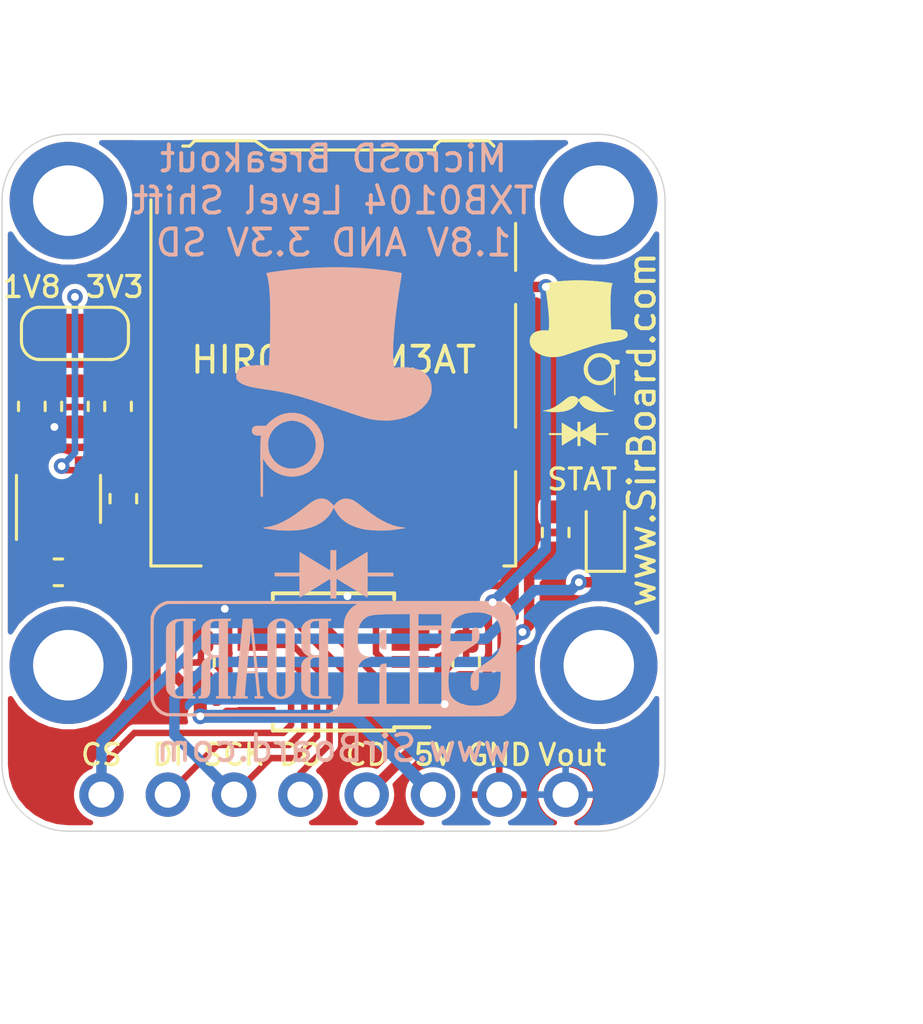
<source format=kicad_pcb>
(kicad_pcb (version 20171130) (host pcbnew "(5.1.2)-2")

  (general
    (thickness 1.6)
    (drawings 27)
    (tracks 121)
    (zones 0)
    (modules 21)
    (nets 22)
  )

  (page User 132.004 102.006)
  (title_block
    (title "MicroSD to DIP_TXB0104")
    (date 2019-10-28)
    (rev 1)
    (company SirBoard)
    (comment 1 www.SirBoard.com)
    (comment 2 "HIROSE DM3AT")
    (comment 3 "DIP 2.54mm")
  )

  (layers
    (0 F.Cu signal)
    (31 B.Cu signal)
    (32 B.Adhes user hide)
    (33 F.Adhes user hide)
    (34 B.Paste user hide)
    (35 F.Paste user hide)
    (36 B.SilkS user)
    (37 F.SilkS user)
    (38 B.Mask user hide)
    (39 F.Mask user hide)
    (40 Dwgs.User user)
    (41 Cmts.User user hide)
    (42 Eco1.User user hide)
    (43 Eco2.User user hide)
    (44 Edge.Cuts user)
    (45 Margin user hide)
    (46 B.CrtYd user hide)
    (47 F.CrtYd user hide)
    (48 B.Fab user hide)
    (49 F.Fab user hide)
  )

  (setup
    (last_trace_width 0.127)
    (user_trace_width 0.2)
    (user_trace_width 0.25)
    (user_trace_width 0.3)
    (user_trace_width 0.4)
    (user_trace_width 0.5)
    (user_trace_width 0.6)
    (user_trace_width 0.7)
    (user_trace_width 0.8)
    (user_trace_width 0.9)
    (user_trace_width 1)
    (trace_clearance 0.127)
    (zone_clearance 0.2)
    (zone_45_only no)
    (trace_min 0.127)
    (via_size 0.6)
    (via_drill 0.3)
    (via_min_size 0.6)
    (via_min_drill 0.3)
    (uvia_size 0.4)
    (uvia_drill 0.2)
    (uvias_allowed no)
    (uvia_min_size 0.4)
    (uvia_min_drill 0.1)
    (edge_width 0.05)
    (segment_width 0.2)
    (pcb_text_width 0.3)
    (pcb_text_size 1.5 1.5)
    (mod_edge_width 0.12)
    (mod_text_size 1 1)
    (mod_text_width 0.15)
    (pad_size 1.7 1.7)
    (pad_drill 1)
    (pad_to_mask_clearance 0)
    (solder_mask_min_width 0.1)
    (aux_axis_origin 0 0)
    (visible_elements 7FFFFFFF)
    (pcbplotparams
      (layerselection 0x010fc_ffffffff)
      (usegerberextensions false)
      (usegerberattributes false)
      (usegerberadvancedattributes false)
      (creategerberjobfile false)
      (excludeedgelayer true)
      (linewidth 0.100000)
      (plotframeref false)
      (viasonmask false)
      (mode 1)
      (useauxorigin false)
      (hpglpennumber 1)
      (hpglpenspeed 20)
      (hpglpendiameter 15.000000)
      (psnegative false)
      (psa4output false)
      (plotreference true)
      (plotvalue true)
      (plotinvisibletext false)
      (padsonsilk false)
      (subtractmaskfromsilk false)
      (outputformat 1)
      (mirror false)
      (drillshape 1)
      (scaleselection 1)
      (outputdirectory ""))
  )

  (net 0 "")
  (net 1 GND)
  (net 2 VIN)
  (net 3 VOUT)
  (net 4 "Net-(D1-Pad2)")
  (net 5 CS)
  (net 6 DO)
  (net 7 SCK)
  (net 8 DI)
  (net 9 DETA)
  (net 10 "Net-(J3-Pad1)")
  (net 11 "Net-(J3-Pad8)")
  (net 12 DETB)
  (net 13 ADJ)
  (net 14 /DO_SD)
  (net 15 /CLK_SD)
  (net 16 /DI_SD)
  (net 17 /CS_SD)
  (net 18 "Net-(JP1-Pad3)")
  (net 19 "Net-(JP1-Pad1)")
  (net 20 "Net-(U2-Pad9)")
  (net 21 "Net-(U2-Pad6)")

  (net_class Default "This is the default net class."
    (clearance 0.127)
    (trace_width 0.127)
    (via_dia 0.6)
    (via_drill 0.3)
    (uvia_dia 0.4)
    (uvia_drill 0.2)
    (add_net /CLK_SD)
    (add_net /CS_SD)
    (add_net /DI_SD)
    (add_net /DO_SD)
    (add_net ADJ)
    (add_net CS)
    (add_net DETA)
    (add_net DETB)
    (add_net DI)
    (add_net DO)
    (add_net GND)
    (add_net "Net-(D1-Pad2)")
    (add_net "Net-(J3-Pad1)")
    (add_net "Net-(J3-Pad8)")
    (add_net "Net-(JP1-Pad1)")
    (add_net "Net-(JP1-Pad3)")
    (add_net "Net-(U2-Pad6)")
    (add_net "Net-(U2-Pad9)")
    (add_net SCK)
    (add_net VIN)
    (add_net VOUT)
  )

  (module logo:logo63x89 (layer F.Cu) (tedit 0) (tstamp 5DB70B17)
    (at 74.549 28.194)
    (fp_text reference G*** (at 0 0) (layer F.SilkS) hide
      (effects (font (size 1.524 1.524) (thickness 0.3)))
    )
    (fp_text value LOGO (at 0.75 0) (layer F.SilkS) hide
      (effects (font (size 1.524 1.524) (thickness 0.3)))
    )
    (fp_poly (pts (xy 0.294608 -3.163061) (xy 0.571806 -3.147075) (xy 0.845525 -3.12179) (xy 1.112846 -3.087234)
      (xy 1.1557 -3.080712) (xy 1.205559 -3.073027) (xy 1.240937 -3.067267) (xy 1.26402 -3.062384)
      (xy 1.276999 -3.057331) (xy 1.28206 -3.05106) (xy 1.281394 -3.042525) (xy 1.277187 -3.030677)
      (xy 1.274652 -3.023788) (xy 1.26104 -2.975414) (xy 1.248531 -2.91085) (xy 1.237236 -2.830812)
      (xy 1.227262 -2.736013) (xy 1.223018 -2.686005) (xy 1.218452 -2.613652) (xy 1.214914 -2.526733)
      (xy 1.212387 -2.427586) (xy 1.210853 -2.318547) (xy 1.210297 -2.201952) (xy 1.210701 -2.080137)
      (xy 1.212048 -1.955439) (xy 1.214321 -1.830193) (xy 1.217504 -1.706737) (xy 1.221579 -1.587406)
      (xy 1.226531 -1.474536) (xy 1.232341 -1.370465) (xy 1.232537 -1.367366) (xy 1.237378 -1.291166)
      (xy 1.389606 -1.293975) (xy 1.494696 -1.293609) (xy 1.584608 -1.288254) (xy 1.660385 -1.277783)
      (xy 1.723067 -1.262072) (xy 1.755989 -1.249565) (xy 1.802744 -1.224372) (xy 1.834625 -1.195291)
      (xy 1.853673 -1.159268) (xy 1.861927 -1.113251) (xy 1.862666 -1.089911) (xy 1.86176 -1.058721)
      (xy 1.857543 -1.037582) (xy 1.847767 -1.019644) (xy 1.833954 -1.002437) (xy 1.805293 -0.974383)
      (xy 1.769206 -0.949262) (xy 1.724366 -0.926655) (xy 1.669445 -0.906139) (xy 1.603117 -0.887293)
      (xy 1.524056 -0.869697) (xy 1.430934 -0.852929) (xy 1.322424 -0.836569) (xy 1.302958 -0.83388)
      (xy 1.134803 -0.808425) (xy 0.976069 -0.778909) (xy 0.819435 -0.7438) (xy 0.657581 -0.701565)
      (xy 0.618066 -0.690459) (xy 0.589196 -0.681835) (xy 0.546072 -0.668389) (xy 0.49049 -0.650709)
      (xy 0.42424 -0.629383) (xy 0.349117 -0.604999) (xy 0.266914 -0.578144) (xy 0.179423 -0.549409)
      (xy 0.088438 -0.519379) (xy -0.004248 -0.488643) (xy -0.096842 -0.45779) (xy -0.187552 -0.427408)
      (xy -0.274583 -0.398084) (xy -0.311148 -0.385703) (xy -0.396359 -0.356954) (xy -0.467901 -0.333229)
      (xy -0.528062 -0.313876) (xy -0.579127 -0.298245) (xy -0.623382 -0.285683) (xy -0.663113 -0.275541)
      (xy -0.700606 -0.267166) (xy -0.738148 -0.259907) (xy -0.7747 -0.253655) (xy -0.826831 -0.246959)
      (xy -0.887987 -0.241974) (xy -0.953191 -0.238851) (xy -1.017467 -0.237737) (xy -1.075838 -0.238783)
      (xy -1.123326 -0.242138) (xy -1.130301 -0.242994) (xy -1.268862 -0.267698) (xy -1.394466 -0.303136)
      (xy -1.507331 -0.349409) (xy -1.607673 -0.406613) (xy -1.695713 -0.474848) (xy -1.739521 -0.5177)
      (xy -1.796628 -0.586461) (xy -1.837976 -0.655473) (xy -1.864599 -0.727169) (xy -1.87753 -0.803983)
      (xy -1.879187 -0.846667) (xy -1.872156 -0.931089) (xy -1.851093 -1.006044) (xy -1.816039 -1.071479)
      (xy -1.767038 -1.12734) (xy -1.704132 -1.173574) (xy -1.627363 -1.210127) (xy -1.57474 -1.22737)
      (xy -1.515249 -1.240471) (xy -1.444985 -1.250129) (xy -1.36985 -1.255855) (xy -1.295745 -1.257161)
      (xy -1.24315 -1.25485) (xy -1.161266 -1.248521) (xy -1.156405 -1.272826) (xy -1.146634 -1.339587)
      (xy -1.140746 -1.421782) (xy -1.13866 -1.518384) (xy -1.140292 -1.628364) (xy -1.145562 -1.750694)
      (xy -1.154386 -1.884346) (xy -1.166683 -2.028293) (xy -1.18237 -2.181505) (xy -1.201366 -2.342956)
      (xy -1.223587 -2.511616) (xy -1.248953 -2.686459) (xy -1.27738 -2.866455) (xy -1.289639 -2.939955)
      (xy -1.297329 -2.98647) (xy -1.302067 -3.018943) (xy -1.303992 -3.039982) (xy -1.303242 -3.052193)
      (xy -1.299955 -3.058185) (xy -1.296017 -3.060135) (xy -1.279578 -3.063759) (xy -1.249509 -3.069312)
      (xy -1.208934 -3.076274) (xy -1.160979 -3.084127) (xy -1.108768 -3.092349) (xy -1.055427 -3.100421)
      (xy -1.0414 -3.102484) (xy -0.790594 -3.13343) (xy -0.52867 -3.154932) (xy -0.258549 -3.167018)
      (xy 0.01685 -3.169718) (xy 0.294608 -3.163061)) (layer F.SilkS) (width 0.01))
    (fp_poly (pts (xy 0.848142 -0.381208) (xy 0.909974 -0.374338) (xy 0.934034 -0.369465) (xy 1.017983 -0.342044)
      (xy 1.100067 -0.301697) (xy 1.175818 -0.2511) (xy 1.240767 -0.192927) (xy 1.254901 -0.177389)
      (xy 1.291166 -0.135658) (xy 1.398983 -0.135562) (xy 1.443468 -0.135405) (xy 1.474472 -0.134605)
      (xy 1.495444 -0.13253) (xy 1.509835 -0.128549) (xy 1.521097 -0.12203) (xy 1.53268 -0.11234)
      (xy 1.534449 -0.110761) (xy 1.551614 -0.093071) (xy 1.559753 -0.075496) (xy 1.562058 -0.050321)
      (xy 1.5621 -0.043917) (xy 1.556852 -0.006725) (xy 1.540371 0.020557) (xy 1.511555 0.038696)
      (xy 1.469297 0.048458) (xy 1.425756 0.050753) (xy 1.382547 0.0508) (xy 1.392651 0.091017)
      (xy 1.394827 0.104575) (xy 1.396619 0.127004) (xy 1.398036 0.159252) (xy 1.399089 0.202264)
      (xy 1.399787 0.256988) (xy 1.400142 0.32437) (xy 1.400161 0.405357) (xy 1.399856 0.500895)
      (xy 1.399237 0.611932) (xy 1.3988 0.675217) (xy 1.394844 1.2192) (xy 1.354846 1.2192)
      (xy 1.352639 0.853017) (xy 1.350433 0.486834) (xy 1.323709 0.5334) (xy 1.268153 0.614049)
      (xy 1.201861 0.682866) (xy 1.126597 0.739441) (xy 1.044125 0.783366) (xy 0.95621 0.814232)
      (xy 0.864614 0.83163) (xy 0.771102 0.835151) (xy 0.677439 0.824386) (xy 0.585387 0.798926)
      (xy 0.496711 0.758362) (xy 0.457199 0.734293) (xy 0.43476 0.717239) (xy 0.405345 0.691851)
      (xy 0.373526 0.662177) (xy 0.354966 0.643778) (xy 0.291916 0.567767) (xy 0.243074 0.483091)
      (xy 0.208964 0.391057) (xy 0.190109 0.292972) (xy 0.187074 0.237045) (xy 0.338515 0.237045)
      (xy 0.346999 0.315719) (xy 0.369533 0.393307) (xy 0.406698 0.468082) (xy 0.453178 0.5316)
      (xy 0.511858 0.587115) (xy 0.580826 0.630974) (xy 0.657284 0.662271) (xy 0.738436 0.680101)
      (xy 0.821485 0.683557) (xy 0.893233 0.674139) (xy 0.97638 0.647672) (xy 1.051504 0.606843)
      (xy 1.11731 0.552828) (xy 1.172506 0.486803) (xy 1.215799 0.409943) (xy 1.233701 0.364556)
      (xy 1.246135 0.312566) (xy 1.252482 0.251653) (xy 1.252591 0.188644) (xy 1.246309 0.130367)
      (xy 1.239559 0.10102) (xy 1.207396 0.020588) (xy 1.161425 -0.051645) (xy 1.103414 -0.114052)
      (xy 1.03513 -0.165002) (xy 0.95834 -0.202868) (xy 0.88724 -0.223645) (xy 0.841123 -0.232166)
      (xy 0.80434 -0.235913) (xy 0.769985 -0.234914) (xy 0.731153 -0.229197) (xy 0.706966 -0.224384)
      (xy 0.623897 -0.199141) (xy 0.550244 -0.16118) (xy 0.486587 -0.112225) (xy 0.433505 -0.054004)
      (xy 0.391578 0.01176) (xy 0.361384 0.08334) (xy 0.343504 0.15901) (xy 0.338515 0.237045)
      (xy 0.187074 0.237045) (xy 0.186266 0.222173) (xy 0.194445 0.125221) (xy 0.218159 0.032159)
      (xy 0.256171 -0.055462) (xy 0.307244 -0.136093) (xy 0.370142 -0.208183) (xy 0.44363 -0.270183)
      (xy 0.526469 -0.320543) (xy 0.617425 -0.357713) (xy 0.657911 -0.369058) (xy 0.714914 -0.378558)
      (xy 0.780723 -0.382611) (xy 0.848142 -0.381208)) (layer F.SilkS) (width 0.01))
    (fp_poly (pts (xy 0.277666 1.259842) (xy 0.315987 1.270149) (xy 0.340339 1.278993) (xy 0.366514 1.291478)
      (xy 0.396307 1.308801) (xy 0.431509 1.332163) (xy 0.473914 1.362763) (xy 0.525314 1.4018)
      (xy 0.587504 1.450473) (xy 0.598126 1.45888) (xy 0.728848 1.556458) (xy 0.85485 1.638332)
      (xy 0.975991 1.70443) (xy 1.092127 1.754679) (xy 1.203115 1.789008) (xy 1.286187 1.804708)
      (xy 1.317528 1.809142) (xy 1.337997 1.813029) (xy 1.346722 1.816769) (xy 1.342832 1.820765)
      (xy 1.325456 1.825418) (xy 1.293721 1.831128) (xy 1.246758 1.838297) (xy 1.198033 1.845295)
      (xy 1.074247 1.859396) (xy 0.950036 1.866991) (xy 0.828936 1.868099) (xy 0.714487 1.862739)
      (xy 0.610228 1.850933) (xy 0.55862 1.841721) (xy 0.440667 1.81091) (xy 0.334383 1.769725)
      (xy 0.240354 1.718557) (xy 0.159163 1.657792) (xy 0.091397 1.587822) (xy 0.03764 1.509035)
      (xy 0.026212 1.487518) (xy -0.005006 1.425377) (xy -0.028011 1.472572) (xy -0.078998 1.55819)
      (xy -0.143494 1.633714) (xy -0.221328 1.699032) (xy -0.31233 1.754033) (xy -0.416331 1.798603)
      (xy -0.533158 1.832632) (xy -0.593607 1.845163) (xy -0.654366 1.853927) (xy -0.72725 1.860692)
      (xy -0.807546 1.865283) (xy -0.890545 1.867526) (xy -0.971536 1.867244) (xy -1.045807 1.864264)
      (xy -1.066801 1.862759) (xy -1.098101 1.859681) (xy -1.137644 1.854979) (xy -1.18225 1.849124)
      (xy -1.228744 1.842589) (xy -1.273947 1.835846) (xy -1.314683 1.829367) (xy -1.347774 1.823625)
      (xy -1.370043 1.819093) (xy -1.37817 1.816474) (xy -1.371708 1.814576) (xy -1.35252 1.811726)
      (xy -1.324741 1.808537) (xy -1.324373 1.808499) (xy -1.231302 1.79363) (xy -1.136422 1.767618)
      (xy -1.03867 1.729922) (xy -0.936985 1.68) (xy -0.830304 1.617311) (xy -0.717565 1.541314)
      (xy -0.597705 1.451466) (xy -0.550334 1.413791) (xy -0.495945 1.370673) (xy -0.451376 1.337332)
      (xy -0.413971 1.312099) (xy -0.381075 1.293304) (xy -0.350029 1.279275) (xy -0.319827 1.26884)
      (xy -0.253545 1.256661) (xy -0.190402 1.261014) (xy -0.131226 1.281656) (xy -0.076844 1.318343)
      (xy -0.045611 1.349367) (xy -0.006623 1.393588) (xy 0.045372 1.341637) (xy 0.083566 1.30709)
      (xy 0.118925 1.283687) (xy 0.146367 1.271376) (xy 0.191459 1.257917) (xy 0.233095 1.254088)
      (xy 0.277666 1.259842)) (layer F.SilkS) (width 0.01))
    (fp_poly (pts (xy 0.059266 2.439106) (xy 0.059544 2.494396) (xy 0.060322 2.543378) (xy 0.06152 2.583738)
      (xy 0.063058 2.613161) (xy 0.064853 2.629334) (xy 0.066003 2.631722) (xy 0.074999 2.626632)
      (xy 0.096134 2.614093) (xy 0.1271 2.595493) (xy 0.165591 2.572217) (xy 0.2093 2.545652)
      (xy 0.216287 2.541394) (xy 0.274245 2.506062) (xy 0.340354 2.46576) (xy 0.408304 2.424335)
      (xy 0.471786 2.385633) (xy 0.503766 2.366135) (xy 0.647699 2.278382) (xy 0.649969 2.476925)
      (xy 0.652239 2.675467) (xy 1.126066 2.675467) (xy 1.126066 2.7432) (xy 0.652234 2.7432)
      (xy 0.649967 2.945489) (xy 0.647699 3.147778) (xy 0.50722 3.061906) (xy 0.45154 3.027867)
      (xy 0.38731 2.988597) (xy 0.320426 2.9477) (xy 0.256782 2.908781) (xy 0.217925 2.885017)
      (xy 0.172985 2.857671) (xy 0.133011 2.833613) (xy 0.100222 2.814155) (xy 0.076835 2.800612)
      (xy 0.065069 2.794296) (xy 0.064188 2.794) (xy 0.062758 2.802064) (xy 0.061492 2.824644)
      (xy 0.060452 2.859324) (xy 0.059704 2.903687) (xy 0.05931 2.955317) (xy 0.059266 2.980267)
      (xy 0.059266 3.166533) (xy -0.050483 3.166533) (xy -0.052758 2.976146) (xy -0.055034 2.785759)
      (xy -0.14069 2.839341) (xy -0.175231 2.860812) (xy -0.205207 2.879194) (xy -0.227316 2.892477)
      (xy -0.238056 2.89856) (xy -0.248122 2.904332) (xy -0.270621 2.91778) (xy -0.303571 2.9377)
      (xy -0.344987 2.962888) (xy -0.392885 2.992139) (xy -0.445281 3.024251) (xy -0.448734 3.026371)
      (xy -0.6477 3.148546) (xy -0.649968 2.945873) (xy -0.652235 2.7432) (xy -1.143001 2.7432)
      (xy -1.143001 2.675467) (xy -0.651934 2.675467) (xy -0.651934 2.4765) (xy -0.651794 2.420486)
      (xy -0.651402 2.370572) (xy -0.650798 2.329099) (xy -0.650023 2.298402) (xy -0.649116 2.280822)
      (xy -0.648493 2.277533) (xy -0.640429 2.28172) (xy -0.620666 2.293209) (xy -0.591907 2.310399)
      (xy -0.556855 2.331683) (xy -0.544777 2.339082) (xy -0.500282 2.366345) (xy -0.447084 2.398868)
      (xy -0.390955 2.433126) (xy -0.33767 2.465592) (xy -0.321734 2.475287) (xy -0.273836 2.504453)
      (xy -0.224247 2.534712) (xy -0.17765 2.563203) (xy -0.138726 2.587066) (xy -0.124884 2.59558)
      (xy -0.0508 2.641214) (xy -0.0508 2.243667) (xy 0.059266 2.243667) (xy 0.059266 2.439106)) (layer F.SilkS) (width 0.01))
  )

  (module Jumper:SolderJumper-3_P1.3mm_Open_RoundedPad1.0x1.5mm (layer F.Cu) (tedit 5DB6B637) (tstamp 5DB6AD90)
    (at 55.245 27.051 180)
    (descr "SMD Solder 3-pad Jumper, 1x1.5mm rounded Pads, 0.3mm gap, open")
    (tags "solder jumper open")
    (path /5DD279D5)
    (attr virtual)
    (fp_text reference JP1 (at 0 0) (layer F.SilkS) hide
      (effects (font (size 1 1) (thickness 0.15)))
    )
    (fp_text value SolderJumper_3_Open (at -0.0508 1.9304) (layer F.Fab)
      (effects (font (size 1 1) (thickness 0.15)))
    )
    (fp_arc (start -1.35 -0.3) (end -1.35 -1) (angle -90) (layer F.SilkS) (width 0.12))
    (fp_arc (start -1.35 0.3) (end -2.05 0.3) (angle -90) (layer F.SilkS) (width 0.12))
    (fp_arc (start 1.35 0.3) (end 1.35 1) (angle -90) (layer F.SilkS) (width 0.12))
    (fp_arc (start 1.35 -0.3) (end 2.05 -0.3) (angle -90) (layer F.SilkS) (width 0.12))
    (fp_line (start 2.3 1.25) (end -2.3 1.25) (layer F.CrtYd) (width 0.05))
    (fp_line (start 2.3 1.25) (end 2.3 -1.25) (layer F.CrtYd) (width 0.05))
    (fp_line (start -2.3 -1.25) (end -2.3 1.25) (layer F.CrtYd) (width 0.05))
    (fp_line (start -2.3 -1.25) (end 2.3 -1.25) (layer F.CrtYd) (width 0.05))
    (fp_line (start -1.4 -1) (end 1.4 -1) (layer F.SilkS) (width 0.12))
    (fp_line (start 2.05 -0.3) (end 2.05 0.3) (layer F.SilkS) (width 0.12))
    (fp_line (start 1.4 1) (end -1.4 1) (layer F.SilkS) (width 0.12))
    (fp_line (start -2.05 0.3) (end -2.05 -0.3) (layer F.SilkS) (width 0.12))
    (pad 2 smd rect (at 0 0 180) (size 1 1.5) (layers F.Cu F.Mask)
      (net 13 ADJ))
    (pad 3 smd custom (at 1.3 0 180) (size 1 0.5) (layers F.Cu F.Mask)
      (net 18 "Net-(JP1-Pad3)") (zone_connect 2)
      (options (clearance outline) (anchor rect))
      (primitives
        (gr_circle (center 0 0.25) (end 0.5 0.25) (width 0))
        (gr_circle (center 0 -0.25) (end 0.5 -0.25) (width 0))
        (gr_poly (pts
           (xy -0.55 -0.75) (xy 0 -0.75) (xy 0 0.75) (xy -0.55 0.75)) (width 0))
      ))
    (pad 1 smd custom (at -1.3 0 180) (size 1 0.5) (layers F.Cu F.Mask)
      (net 19 "Net-(JP1-Pad1)") (zone_connect 2)
      (options (clearance outline) (anchor rect))
      (primitives
        (gr_circle (center 0 0.25) (end 0.5 0.25) (width 0))
        (gr_circle (center 0 -0.25) (end 0.5 -0.25) (width 0))
        (gr_poly (pts
           (xy 0.55 -0.75) (xy 0 -0.75) (xy 0 0.75) (xy 0.55 0.75)) (width 0))
      ))
  )

  (module Connector_PinHeader_2.54mm:PinHeader_1x08_P2.54mm_Vertical (layer B.Cu) (tedit 5DFCB56C) (tstamp 5DB6D2BC)
    (at 56.261 44.704 270)
    (descr "Through hole straight pin header, 1x08, 2.54mm pitch, single row")
    (tags "Through hole pin header THT 1x08 2.54mm single row")
    (path /5DDEAA25)
    (fp_text reference J1 (at 0 2.33 270) (layer B.SilkS) hide
      (effects (font (size 1 1) (thickness 0.15)) (justify mirror))
    )
    (fp_text value Conn_01x08 (at 0 -20.11 270) (layer B.Fab)
      (effects (font (size 1 1) (thickness 0.15)) (justify mirror))
    )
    (fp_line (start -0.635 1.27) (end 1.27 1.27) (layer B.Fab) (width 0.1))
    (fp_line (start 1.27 1.27) (end 1.27 -19.05) (layer B.Fab) (width 0.1))
    (fp_line (start 1.27 -19.05) (end -1.27 -19.05) (layer B.Fab) (width 0.1))
    (fp_line (start -1.27 -19.05) (end -1.27 0.635) (layer B.Fab) (width 0.1))
    (fp_line (start -1.27 0.635) (end -0.635 1.27) (layer B.Fab) (width 0.1))
    (fp_line (start -1.8 1.8) (end -1.8 -19.55) (layer B.CrtYd) (width 0.05))
    (fp_line (start -1.8 -19.55) (end 1.8 -19.55) (layer B.CrtYd) (width 0.05))
    (fp_line (start 1.8 -19.55) (end 1.8 1.8) (layer B.CrtYd) (width 0.05))
    (fp_line (start 1.8 1.8) (end -1.8 1.8) (layer B.CrtYd) (width 0.05))
    (fp_text user %R (at 0 -8.89 180) (layer B.Fab)
      (effects (font (size 1 1) (thickness 0.15)) (justify mirror))
    )
    (pad 1 thru_hole circle (at 0 0 270) (size 1.7 1.7) (drill 1) (layers *.Cu *.Mask)
      (net 5 CS))
    (pad 2 thru_hole oval (at 0 -2.54 270) (size 1.7 1.7) (drill 1) (layers *.Cu *.Mask)
      (net 8 DI))
    (pad 3 thru_hole oval (at 0 -5.08 270) (size 1.7 1.7) (drill 1) (layers *.Cu *.Mask)
      (net 7 SCK))
    (pad 4 thru_hole oval (at 0 -7.62 270) (size 1.7 1.7) (drill 1) (layers *.Cu *.Mask)
      (net 6 DO))
    (pad 5 thru_hole oval (at 0 -10.16 270) (size 1.7 1.7) (drill 1) (layers *.Cu *.Mask)
      (net 9 DETA))
    (pad 6 thru_hole oval (at 0 -12.7 270) (size 1.7 1.7) (drill 1) (layers *.Cu *.Mask)
      (net 2 VIN))
    (pad 7 thru_hole oval (at 0 -15.24 270) (size 1.7 1.7) (drill 1) (layers *.Cu *.Mask)
      (net 1 GND))
    (pad 8 thru_hole oval (at 0 -17.78 270) (size 1.7 1.7) (drill 1) (layers *.Cu *.Mask)
      (net 3 VOUT))
    (model ${KISYS3DMOD}/Connector_PinHeader_2.54mm.3dshapes/PinHeader_1x08_P2.54mm_Vertical.wrl
      (at (xyz 0 0 0))
      (scale (xyz 1 1 1))
      (rotate (xyz 0 0 0))
    )
  )

  (module Package_TO_SOT_SMD:SOT-23-5 (layer F.Cu) (tedit 5A02FF57) (tstamp 5DB6B700)
    (at 54.614 33.386 90)
    (descr "5-pin SOT23 package")
    (tags SOT-23-5)
    (path /5DB62551)
    (attr smd)
    (fp_text reference U1 (at 0 -0.004) (layer F.SilkS) hide
      (effects (font (size 1 1) (thickness 0.15)))
    )
    (fp_text value AP7365 (at 0 2.9 90) (layer F.Fab)
      (effects (font (size 1 1) (thickness 0.15)))
    )
    (fp_text user %R (at 0 0) (layer F.Fab)
      (effects (font (size 0.5 0.5) (thickness 0.075)))
    )
    (fp_line (start -0.9 1.61) (end 0.9 1.61) (layer F.SilkS) (width 0.12))
    (fp_line (start 0.9 -1.61) (end -1.55 -1.61) (layer F.SilkS) (width 0.12))
    (fp_line (start -1.9 -1.8) (end 1.9 -1.8) (layer F.CrtYd) (width 0.05))
    (fp_line (start 1.9 -1.8) (end 1.9 1.8) (layer F.CrtYd) (width 0.05))
    (fp_line (start 1.9 1.8) (end -1.9 1.8) (layer F.CrtYd) (width 0.05))
    (fp_line (start -1.9 1.8) (end -1.9 -1.8) (layer F.CrtYd) (width 0.05))
    (fp_line (start -0.9 -0.9) (end -0.25 -1.55) (layer F.Fab) (width 0.1))
    (fp_line (start 0.9 -1.55) (end -0.25 -1.55) (layer F.Fab) (width 0.1))
    (fp_line (start -0.9 -0.9) (end -0.9 1.55) (layer F.Fab) (width 0.1))
    (fp_line (start 0.9 1.55) (end -0.9 1.55) (layer F.Fab) (width 0.1))
    (fp_line (start 0.9 -1.55) (end 0.9 1.55) (layer F.Fab) (width 0.1))
    (pad 1 smd rect (at -1.1 -0.95 90) (size 1.06 0.65) (layers F.Cu F.Paste F.Mask)
      (net 2 VIN))
    (pad 2 smd rect (at -1.1 0 90) (size 1.06 0.65) (layers F.Cu F.Paste F.Mask)
      (net 1 GND))
    (pad 3 smd rect (at -1.1 0.95 90) (size 1.06 0.65) (layers F.Cu F.Paste F.Mask)
      (net 2 VIN))
    (pad 4 smd rect (at 1.1 0.95 90) (size 1.06 0.65) (layers F.Cu F.Paste F.Mask)
      (net 13 ADJ))
    (pad 5 smd rect (at 1.1 -0.95 90) (size 1.06 0.65) (layers F.Cu F.Paste F.Mask)
      (net 3 VOUT))
    (model ${KISYS3DMOD}/Package_TO_SOT_SMD.3dshapes/SOT-23-5.wrl
      (at (xyz 0 0 0))
      (scale (xyz 1 1 1))
      (rotate (xyz 0 0 0))
    )
  )

  (module Resistor_SMD:R_0603_1608Metric (layer F.Cu) (tedit 5B301BBD) (tstamp 5DB6B6EB)
    (at 73.66 34.671 90)
    (descr "Resistor SMD 0603 (1608 Metric), square (rectangular) end terminal, IPC_7351 nominal, (Body size source: http://www.tortai-tech.com/upload/download/2011102023233369053.pdf), generated with kicad-footprint-generator")
    (tags resistor)
    (path /5DC3E48C)
    (attr smd)
    (fp_text reference R6 (at 0.014 0.05) (layer F.SilkS) hide
      (effects (font (size 1 1) (thickness 0.15)))
    )
    (fp_text value 1K (at 0 1.43 90) (layer F.Fab)
      (effects (font (size 1 1) (thickness 0.15)))
    )
    (fp_line (start -0.8 0.4) (end -0.8 -0.4) (layer F.Fab) (width 0.1))
    (fp_line (start -0.8 -0.4) (end 0.8 -0.4) (layer F.Fab) (width 0.1))
    (fp_line (start 0.8 -0.4) (end 0.8 0.4) (layer F.Fab) (width 0.1))
    (fp_line (start 0.8 0.4) (end -0.8 0.4) (layer F.Fab) (width 0.1))
    (fp_line (start -0.162779 -0.51) (end 0.162779 -0.51) (layer F.SilkS) (width 0.12))
    (fp_line (start -0.162779 0.51) (end 0.162779 0.51) (layer F.SilkS) (width 0.12))
    (fp_line (start -1.48 0.73) (end -1.48 -0.73) (layer F.CrtYd) (width 0.05))
    (fp_line (start -1.48 -0.73) (end 1.48 -0.73) (layer F.CrtYd) (width 0.05))
    (fp_line (start 1.48 -0.73) (end 1.48 0.73) (layer F.CrtYd) (width 0.05))
    (fp_line (start 1.48 0.73) (end -1.48 0.73) (layer F.CrtYd) (width 0.05))
    (fp_text user %R (at 0 0 90) (layer F.Fab)
      (effects (font (size 0.4 0.4) (thickness 0.06)))
    )
    (pad 1 smd roundrect (at -0.7875 0 90) (size 0.875 0.95) (layers F.Cu F.Paste F.Mask) (roundrect_rratio 0.25)
      (net 7 SCK))
    (pad 2 smd roundrect (at 0.7875 0 90) (size 0.875 0.95) (layers F.Cu F.Paste F.Mask) (roundrect_rratio 0.25)
      (net 4 "Net-(D1-Pad2)"))
    (model ${KISYS3DMOD}/Resistor_SMD.3dshapes/R_0603_1608Metric.wrl
      (at (xyz 0 0 0))
      (scale (xyz 1 1 1))
      (rotate (xyz 0 0 0))
    )
  )

  (module Resistor_SMD:R_0603_1608Metric (layer F.Cu) (tedit 5B301BBD) (tstamp 5DB6B6DA)
    (at 57.0992 33.3756 270)
    (descr "Resistor SMD 0603 (1608 Metric), square (rectangular) end terminal, IPC_7351 nominal, (Body size source: http://www.tortai-tech.com/upload/download/2011102023233369053.pdf), generated with kicad-footprint-generator")
    (tags resistor)
    (path /5DB69377)
    (attr smd)
    (fp_text reference R3 (at 0.053 0.038) (layer F.SilkS) hide
      (effects (font (size 1 1) (thickness 0.15)))
    )
    (fp_text value 10K (at 0 1.43 90) (layer F.Fab)
      (effects (font (size 1 1) (thickness 0.15)))
    )
    (fp_line (start -0.8 0.4) (end -0.8 -0.4) (layer F.Fab) (width 0.1))
    (fp_line (start -0.8 -0.4) (end 0.8 -0.4) (layer F.Fab) (width 0.1))
    (fp_line (start 0.8 -0.4) (end 0.8 0.4) (layer F.Fab) (width 0.1))
    (fp_line (start 0.8 0.4) (end -0.8 0.4) (layer F.Fab) (width 0.1))
    (fp_line (start -0.162779 -0.51) (end 0.162779 -0.51) (layer F.SilkS) (width 0.12))
    (fp_line (start -0.162779 0.51) (end 0.162779 0.51) (layer F.SilkS) (width 0.12))
    (fp_line (start -1.48 0.73) (end -1.48 -0.73) (layer F.CrtYd) (width 0.05))
    (fp_line (start -1.48 -0.73) (end 1.48 -0.73) (layer F.CrtYd) (width 0.05))
    (fp_line (start 1.48 -0.73) (end 1.48 0.73) (layer F.CrtYd) (width 0.05))
    (fp_line (start 1.48 0.73) (end -1.48 0.73) (layer F.CrtYd) (width 0.05))
    (fp_text user %R (at 0 0 90) (layer F.Fab)
      (effects (font (size 0.4 0.4) (thickness 0.06)))
    )
    (pad 1 smd roundrect (at -0.7875 0 270) (size 0.875 0.95) (layers F.Cu F.Paste F.Mask) (roundrect_rratio 0.25)
      (net 13 ADJ))
    (pad 2 smd roundrect (at 0.7875 0 270) (size 0.875 0.95) (layers F.Cu F.Paste F.Mask) (roundrect_rratio 0.25)
      (net 1 GND))
    (model ${KISYS3DMOD}/Resistor_SMD.3dshapes/R_0603_1608Metric.wrl
      (at (xyz 0 0 0))
      (scale (xyz 1 1 1))
      (rotate (xyz 0 0 0))
    )
  )

  (module Resistor_SMD:R_0603_1608Metric (layer F.Cu) (tedit 5B301BBD) (tstamp 5DB6B6A9)
    (at 56.896 29.845 90)
    (descr "Resistor SMD 0603 (1608 Metric), square (rectangular) end terminal, IPC_7351 nominal, (Body size source: http://www.tortai-tech.com/upload/download/2011102023233369053.pdf), generated with kicad-footprint-generator")
    (tags resistor)
    (path /5DB67696)
    (attr smd)
    (fp_text reference R1 (at 0.024 0.002) (layer F.SilkS) hide
      (effects (font (size 1 1) (thickness 0.15)))
    )
    (fp_text value 31K6 (at 0 1.43 90) (layer F.Fab)
      (effects (font (size 1 1) (thickness 0.15)))
    )
    (fp_line (start -0.8 0.4) (end -0.8 -0.4) (layer F.Fab) (width 0.1))
    (fp_line (start -0.8 -0.4) (end 0.8 -0.4) (layer F.Fab) (width 0.1))
    (fp_line (start 0.8 -0.4) (end 0.8 0.4) (layer F.Fab) (width 0.1))
    (fp_line (start 0.8 0.4) (end -0.8 0.4) (layer F.Fab) (width 0.1))
    (fp_line (start -0.162779 -0.51) (end 0.162779 -0.51) (layer F.SilkS) (width 0.12))
    (fp_line (start -0.162779 0.51) (end 0.162779 0.51) (layer F.SilkS) (width 0.12))
    (fp_line (start -1.48 0.73) (end -1.48 -0.73) (layer F.CrtYd) (width 0.05))
    (fp_line (start -1.48 -0.73) (end 1.48 -0.73) (layer F.CrtYd) (width 0.05))
    (fp_line (start 1.48 -0.73) (end 1.48 0.73) (layer F.CrtYd) (width 0.05))
    (fp_line (start 1.48 0.73) (end -1.48 0.73) (layer F.CrtYd) (width 0.05))
    (fp_text user %R (at 0 0 90) (layer F.Fab)
      (effects (font (size 0.4 0.4) (thickness 0.06)))
    )
    (pad 1 smd roundrect (at -0.7875 0 90) (size 0.875 0.95) (layers F.Cu F.Paste F.Mask) (roundrect_rratio 0.25)
      (net 3 VOUT))
    (pad 2 smd roundrect (at 0.7875 0 90) (size 0.875 0.95) (layers F.Cu F.Paste F.Mask) (roundrect_rratio 0.25)
      (net 19 "Net-(JP1-Pad1)"))
    (model ${KISYS3DMOD}/Resistor_SMD.3dshapes/R_0603_1608Metric.wrl
      (at (xyz 0 0 0))
      (scale (xyz 1 1 1))
      (rotate (xyz 0 0 0))
    )
  )

  (module Connector_Card:microSD_HC_Hirose_DM3AT-SF-PEJM5 (layer F.Cu) (tedit 5A1DBFB5) (tstamp 5DB6B66E)
    (at 65.151 28.067 180)
    (descr "Micro SD, SMD, right-angle, push-pull (https://www.hirose.com/product/en/download_file/key_name/DM3AT-SF-PEJM5/category/Drawing%20(2D)/doc_file_id/44099/?file_category_id=6&item_id=06090031000&is_series=)")
    (tags "Micro SD")
    (path /5DB4753D)
    (attr smd)
    (fp_text reference "HIROSE DM3AT" (at 0 0 unlocked) (layer F.SilkS)
      (effects (font (size 1 1) (thickness 0.15)))
    )
    (fp_text value Micro_SD_Card_Det (at -0.075 9.575) (layer F.Fab)
      (effects (font (size 1 1) (thickness 0.15)))
    )
    (fp_text user KEEPOUT (at -1.075 -1.925) (layer Cmts.User)
      (effects (font (size 1 1) (thickness 0.1)))
    )
    (fp_text user KEEPOUT (at 4.2 7.65) (layer Cmts.User)
      (effects (font (size 0.4 0.4) (thickness 0.06)))
    )
    (fp_text user KEEPOUT (at -6.85 -3.25 90) (layer Cmts.User)
      (effects (font (size 0.6 0.6) (thickness 0.09)))
    )
    (fp_text user KEEPOUT (at -5.775 2.375 90) (layer Cmts.User)
      (effects (font (size 0.6 0.6) (thickness 0.09)))
    )
    (fp_line (start -4.175 -2.725) (end -5.425 -1.825) (layer Dwgs.User) (width 0.1))
    (fp_line (start -4.875 -2.725) (end -5.425 -2.325) (layer Dwgs.User) (width 0.1))
    (fp_line (start -2.775 -2.725) (end -5 -1.125) (layer Dwgs.User) (width 0.1))
    (fp_line (start -5.425 -1.325) (end -3.475 -2.725) (layer Dwgs.User) (width 0.1))
    (fp_line (start -6.125 -0.825) (end -5.425 -1.325) (layer Dwgs.User) (width 0.1))
    (fp_line (start -6.125 -1.325) (end -5.975 -1.425) (layer Dwgs.User) (width 0.1))
    (fp_line (start -6.125 -0.325) (end -5.425 -0.825) (layer Dwgs.User) (width 0.1))
    (fp_line (start -6.125 0.175) (end -5.425 -0.325) (layer Dwgs.User) (width 0.1))
    (fp_line (start -6.125 0.675) (end -5.425 0.175) (layer Dwgs.User) (width 0.1))
    (fp_line (start -6.125 1.175) (end -5.425 0.675) (layer Dwgs.User) (width 0.1))
    (fp_line (start -6.125 1.675) (end -5.425 1.175) (layer Dwgs.User) (width 0.1))
    (fp_line (start -6.125 2.175) (end -5.425 1.675) (layer Dwgs.User) (width 0.1))
    (fp_line (start -6.125 2.675) (end -5.425 2.175) (layer Dwgs.User) (width 0.1))
    (fp_line (start -6.125 3.175) (end -5.425 2.675) (layer Dwgs.User) (width 0.1))
    (fp_line (start -6.125 3.675) (end -5.425 3.175) (layer Dwgs.User) (width 0.1))
    (fp_line (start -6.125 4.175) (end -5.425 3.675) (layer Dwgs.User) (width 0.1))
    (fp_line (start -6.125 4.675) (end -5.425 4.175) (layer Dwgs.User) (width 0.1))
    (fp_line (start -6.125 5.175) (end -5.425 4.675) (layer Dwgs.User) (width 0.1))
    (fp_line (start -6.125 5.675) (end -5.425 5.175) (layer Dwgs.User) (width 0.1))
    (fp_line (start -6.125 6.175) (end -5.425 5.675) (layer Dwgs.User) (width 0.1))
    (fp_line (start -6.475 0.225) (end -7.225 0.725) (layer Dwgs.User) (width 0.1))
    (fp_line (start -6.475 -0.275) (end -7.225 0.225) (layer Dwgs.User) (width 0.1))
    (fp_line (start -6.475 -0.775) (end -7.225 -0.275) (layer Dwgs.User) (width 0.1))
    (fp_line (start -6.475 -1.275) (end -7.225 -0.775) (layer Dwgs.User) (width 0.1))
    (fp_line (start -6.475 -1.775) (end -7.225 -1.275) (layer Dwgs.User) (width 0.1))
    (fp_line (start -6.475 -2.275) (end -7.225 -1.775) (layer Dwgs.User) (width 0.1))
    (fp_line (start -6.475 -2.775) (end -7.225 -2.275) (layer Dwgs.User) (width 0.1))
    (fp_line (start -6.475 -3.275) (end -7.225 -2.775) (layer Dwgs.User) (width 0.1))
    (fp_line (start -6.475 -3.775) (end -7.225 -3.275) (layer Dwgs.User) (width 0.1))
    (fp_line (start -6.475 -4.275) (end -7.225 -3.775) (layer Dwgs.User) (width 0.1))
    (fp_line (start -6.475 -4.775) (end -7.225 -4.275) (layer Dwgs.User) (width 0.1))
    (fp_line (start -6.475 -5.275) (end -7.225 -4.775) (layer Dwgs.User) (width 0.1))
    (fp_line (start -6.475 -5.775) (end -7.225 -5.275) (layer Dwgs.User) (width 0.1))
    (fp_line (start -6.475 -6.275) (end -7.225 -5.775) (layer Dwgs.User) (width 0.1))
    (fp_line (start -6.475 -6.775) (end -7.225 -6.275) (layer Dwgs.User) (width 0.1))
    (fp_line (start -6.475 -7.275) (end -7.225 -6.775) (layer Dwgs.User) (width 0.1))
    (fp_line (start 3.475 6.975) (end 2.925 7.875) (layer Dwgs.User) (width 0.1))
    (fp_line (start 3.975 6.975) (end 3.175 8.325) (layer Dwgs.User) (width 0.1))
    (fp_line (start 4.475 6.975) (end 3.675 8.325) (layer Dwgs.User) (width 0.1))
    (fp_line (start 4.975 6.975) (end 4.175 8.325) (layer Dwgs.User) (width 0.1))
    (fp_line (start 5.475 6.975) (end 4.675 8.325) (layer Dwgs.User) (width 0.1))
    (fp_line (start 3.005 8.385) (end 2.495 8.035) (layer F.SilkS) (width 0.12))
    (fp_line (start 5.515 8.185) (end 5.775 8.185) (layer F.SilkS) (width 0.12))
    (fp_line (start 5.315 8.385) (end 5.515 8.185) (layer F.SilkS) (width 0.12))
    (fp_line (start -4.085 8.385) (end -3.875 8.185) (layer F.SilkS) (width 0.12))
    (fp_line (start -3.875 8.035) (end -3.875 8.185) (layer F.SilkS) (width 0.12))
    (fp_line (start -3.875 8.035) (end 2.495 8.035) (layer F.SilkS) (width 0.12))
    (fp_line (start -6.975 3.425) (end -6.975 5.225) (layer F.SilkS) (width 0.12))
    (fp_line (start -6.975 -2.575) (end -6.975 2.125) (layer F.SilkS) (width 0.12))
    (fp_line (start -5.945 8.385) (end -6.145 8.185) (layer F.SilkS) (width 0.12))
    (fp_line (start -5.945 8.385) (end -4.085 8.385) (layer F.SilkS) (width 0.12))
    (fp_line (start 5.315 8.385) (end 3.005 8.385) (layer F.SilkS) (width 0.12))
    (fp_line (start -6.975 -7.885) (end -6.975 -4.275) (layer F.SilkS) (width 0.12))
    (fp_line (start -6.525 -7.885) (end -6.975 -7.885) (layer F.SilkS) (width 0.12))
    (fp_line (start 6.995 -7.885) (end 6.995 6.125) (layer F.SilkS) (width 0.12))
    (fp_line (start 5.075 -7.885) (end 6.995 -7.885) (layer F.SilkS) (width 0.12))
    (fp_line (start -7.82 8.88) (end -7.82 -8.82) (layer F.CrtYd) (width 0.05))
    (fp_line (start 7.88 8.88) (end -7.82 8.88) (layer F.CrtYd) (width 0.05))
    (fp_line (start 7.88 -8.82) (end 7.88 8.88) (layer F.CrtYd) (width 0.05))
    (fp_line (start -7.82 -8.82) (end 7.88 -8.82) (layer F.CrtYd) (width 0.05))
    (fp_line (start -7.225 0.775) (end -7.225 -7.275) (layer Dwgs.User) (width 0.1))
    (fp_line (start -6.475 0.775) (end -7.225 0.775) (layer Dwgs.User) (width 0.1))
    (fp_line (start -6.475 -7.275) (end -6.475 0.775) (layer Dwgs.User) (width 0.1))
    (fp_line (start -7.225 -7.275) (end -6.475 -7.275) (layer Dwgs.User) (width 0.1))
    (fp_line (start -6.125 6.175) (end -6.125 -1.425) (layer Dwgs.User) (width 0.1))
    (fp_line (start -5.425 6.175) (end -6.125 6.175) (layer Dwgs.User) (width 0.1))
    (fp_line (start -5.425 -2.725) (end -5.425 6.175) (layer Dwgs.User) (width 0.1))
    (fp_line (start -6.125 -1.425) (end -5.425 -1.425) (layer Dwgs.User) (width 0.1))
    (fp_line (start 2.925 8.325) (end 2.925 6.975) (layer Dwgs.User) (width 0.1))
    (fp_line (start 5.475 8.325) (end 2.925 8.325) (layer Dwgs.User) (width 0.1))
    (fp_line (start 5.475 6.975) (end 5.475 8.325) (layer Dwgs.User) (width 0.1))
    (fp_line (start 2.925 6.975) (end 5.475 6.975) (layer Dwgs.User) (width 0.1))
    (fp_line (start 3.275 -1.125) (end -5.425 -1.125) (layer Dwgs.User) (width 0.1))
    (fp_line (start 3.275 -2.725) (end 3.275 -1.125) (layer Dwgs.User) (width 0.1))
    (fp_line (start -5.425 -2.725) (end 3.275 -2.725) (layer Dwgs.User) (width 0.1))
    (fp_line (start -3.915 8.125) (end -3.915 7.975) (layer F.Fab) (width 0.1))
    (fp_line (start -6.115 8.125) (end -6.925 8.125) (layer F.Fab) (width 0.1))
    (fp_line (start 5.485 8.125) (end 6.925 8.125) (layer F.Fab) (width 0.1))
    (fp_line (start -4.115 8.325) (end -5.915 8.325) (layer F.Fab) (width 0.1))
    (fp_line (start -3.915 8.125) (end -4.115 8.325) (layer F.Fab) (width 0.1))
    (fp_line (start -5.915 8.325) (end -6.115 8.125) (layer F.Fab) (width 0.1))
    (fp_line (start 3.035 8.325) (end 2.51 7.975) (layer F.Fab) (width 0.1))
    (fp_line (start 5.285 8.325) (end 5.485 8.125) (layer F.Fab) (width 0.1))
    (fp_line (start 5.285 8.325) (end 3.035 8.325) (layer F.Fab) (width 0.1))
    (fp_line (start -6.925 8.125) (end -6.925 -7.825) (layer F.Fab) (width 0.1))
    (fp_line (start 6.925 8.125) (end 6.925 -7.825) (layer F.Fab) (width 0.1))
    (fp_line (start 6.925 -7.825) (end -6.925 -7.825) (layer F.Fab) (width 0.1))
    (fp_line (start 2.51 7.975) (end -3.915 7.975) (layer F.Fab) (width 0.1))
    (fp_line (start -5.425 9.725) (end 4.575 9.725) (layer F.Fab) (width 0.1))
    (fp_line (start -5.425 13.725) (end 4.575 13.725) (layer F.Fab) (width 0.1))
    (fp_line (start 5.075 13.225) (end 5.075 8.325) (layer F.Fab) (width 0.1))
    (fp_line (start -5.925 8.325) (end -5.925 13.225) (layer F.Fab) (width 0.1))
    (fp_line (start -2.075 -2.725) (end -4.3 -1.125) (layer Dwgs.User) (width 0.1))
    (fp_line (start -1.375 -2.725) (end -3.6 -1.125) (layer Dwgs.User) (width 0.1))
    (fp_line (start -0.675 -2.725) (end -2.9 -1.125) (layer Dwgs.User) (width 0.1))
    (fp_line (start 0.025 -2.725) (end -2.2 -1.125) (layer Dwgs.User) (width 0.1))
    (fp_line (start 0.725 -2.725) (end -1.5 -1.125) (layer Dwgs.User) (width 0.1))
    (fp_line (start 1.425 -2.725) (end -0.8 -1.125) (layer Dwgs.User) (width 0.1))
    (fp_line (start 2.125 -2.725) (end -0.1 -1.125) (layer Dwgs.User) (width 0.1))
    (fp_line (start 2.825 -2.725) (end 0.6 -1.125) (layer Dwgs.User) (width 0.1))
    (fp_line (start 3.275 -2.525) (end 1.3 -1.125) (layer Dwgs.User) (width 0.1))
    (fp_line (start 3.275 -2.025) (end 2 -1.125) (layer Dwgs.User) (width 0.1))
    (fp_line (start 3.275 -1.525) (end 2.7 -1.125) (layer Dwgs.User) (width 0.1))
    (fp_arc (start 4.575 9.225) (end 5.075 9.225) (angle 90) (layer F.Fab) (width 0.1))
    (fp_arc (start -5.425 9.225) (end -5.425 9.725) (angle 90) (layer F.Fab) (width 0.1))
    (fp_arc (start 4.575 13.225) (end 5.075 13.225) (angle 90) (layer F.Fab) (width 0.1))
    (fp_arc (start -5.425 13.225) (end -5.425 13.725) (angle 90) (layer F.Fab) (width 0.1))
    (pad 9 smd rect (at -5.875 -7.725 180) (size 0.7 1.2) (layers F.Cu F.Paste F.Mask)
      (net 12 DETB))
    (pad 8 smd rect (at -4.925 -7.725 180) (size 0.7 1.2) (layers F.Cu F.Paste F.Mask)
      (net 11 "Net-(J3-Pad8)"))
    (pad 1 smd rect (at 2.775 -7.725 180) (size 0.7 1.2) (layers F.Cu F.Paste F.Mask)
      (net 10 "Net-(J3-Pad1)"))
    (pad 2 smd rect (at 1.675 -7.725 180) (size 0.7 1.2) (layers F.Cu F.Paste F.Mask)
      (net 17 /CS_SD))
    (pad 3 smd rect (at 0.575 -7.725 180) (size 0.7 1.2) (layers F.Cu F.Paste F.Mask)
      (net 16 /DI_SD))
    (pad 4 smd rect (at -0.525 -7.725 180) (size 0.7 1.2) (layers F.Cu F.Paste F.Mask)
      (net 3 VOUT))
    (pad 5 smd rect (at -1.625 -7.725 180) (size 0.7 1.2) (layers F.Cu F.Paste F.Mask)
      (net 15 /CLK_SD))
    (pad 6 smd rect (at -2.725 -7.725 180) (size 0.7 1.2) (layers F.Cu F.Paste F.Mask)
      (net 1 GND))
    (pad 7 smd rect (at -3.825 -7.725 180) (size 0.7 1.2) (layers F.Cu F.Paste F.Mask)
      (net 14 /DO_SD))
    (pad 11 smd rect (at 4.325 -7.725 180) (size 1 1.2) (layers F.Cu F.Paste F.Mask)
      (net 1 GND))
    (pad 11 smd rect (at -6.825 -3.425 180) (size 1 1.2) (layers F.Cu F.Paste F.Mask)
      (net 1 GND))
    (pad 10 smd rect (at -6.825 2.775 180) (size 1 0.8) (layers F.Cu F.Paste F.Mask)
      (net 9 DETA))
    (pad 11 smd rect (at -6.825 6.925 180) (size 1 2.8) (layers F.Cu F.Paste F.Mask)
      (net 1 GND))
    (pad 11 smd rect (at 6.675 7.375 180) (size 1.3 1.9) (layers F.Cu F.Paste F.Mask)
      (net 1 GND))
    (model ${KISYS3DMOD}/Connector_Card.3dshapes/microSD_HC_Hirose_DM3AT-SF-PEJM5.wrl
      (at (xyz 0 0 0))
      (scale (xyz 1 1 1))
      (rotate (xyz 0 0 0))
    )
  )

  (module MountingHole:MountingHole_2.7mm_M2.5_ISO14580_Pad (layer F.Cu) (tedit 56D1B4CB) (tstamp 5DB6B5A0)
    (at 54.991 39.751 180)
    (descr "Mounting Hole 2.7mm, M2.5, ISO14580")
    (tags "mounting hole 2.7mm m2.5 iso14580")
    (path /5DB39176)
    (attr virtual)
    (fp_text reference H2 (at 0 -3.25) (layer F.SilkS) hide
      (effects (font (size 1 1) (thickness 0.15)))
    )
    (fp_text value MountingHole (at 0 3.25) (layer F.Fab)
      (effects (font (size 1 1) (thickness 0.15)))
    )
    (fp_text user %R (at 0.3 0) (layer F.Fab)
      (effects (font (size 1 1) (thickness 0.15)))
    )
    (fp_circle (center 0 0) (end 2.25 0) (layer Cmts.User) (width 0.15))
    (fp_circle (center 0 0) (end 2.5 0) (layer F.CrtYd) (width 0.05))
    (pad 1 thru_hole circle (at 0 0 180) (size 4.5 4.5) (drill 2.7) (layers *.Cu *.Mask))
  )

  (module LED_SMD:LED_0603_1608Metric (layer F.Cu) (tedit 5B301BBE) (tstamp 5DB6B58A)
    (at 75.565 34.671 90)
    (descr "LED SMD 0603 (1608 Metric), square (rectangular) end terminal, IPC_7351 nominal, (Body size source: http://www.tortai-tech.com/upload/download/2011102023233369053.pdf), generated with kicad-footprint-generator")
    (tags diode)
    (path /5DC4658B)
    (attr smd)
    (fp_text reference STAT (at 2.032 -0.889 unlocked) (layer F.SilkS)
      (effects (font (size 0.8 0.8) (thickness 0.13)))
    )
    (fp_text value LED (at 0 1.43 90) (layer F.Fab)
      (effects (font (size 1 1) (thickness 0.15)))
    )
    (fp_line (start 0.8 -0.4) (end -0.5 -0.4) (layer F.Fab) (width 0.1))
    (fp_line (start -0.5 -0.4) (end -0.8 -0.1) (layer F.Fab) (width 0.1))
    (fp_line (start -0.8 -0.1) (end -0.8 0.4) (layer F.Fab) (width 0.1))
    (fp_line (start -0.8 0.4) (end 0.8 0.4) (layer F.Fab) (width 0.1))
    (fp_line (start 0.8 0.4) (end 0.8 -0.4) (layer F.Fab) (width 0.1))
    (fp_line (start 0.8 -0.735) (end -1.485 -0.735) (layer F.SilkS) (width 0.12))
    (fp_line (start -1.485 -0.735) (end -1.485 0.735) (layer F.SilkS) (width 0.12))
    (fp_line (start -1.485 0.735) (end 0.8 0.735) (layer F.SilkS) (width 0.12))
    (fp_line (start -1.48 0.73) (end -1.48 -0.73) (layer F.CrtYd) (width 0.05))
    (fp_line (start -1.48 -0.73) (end 1.48 -0.73) (layer F.CrtYd) (width 0.05))
    (fp_line (start 1.48 -0.73) (end 1.48 0.73) (layer F.CrtYd) (width 0.05))
    (fp_line (start 1.48 0.73) (end -1.48 0.73) (layer F.CrtYd) (width 0.05))
    (fp_text user %R (at 0 0 90) (layer F.Fab)
      (effects (font (size 0.4 0.4) (thickness 0.06)))
    )
    (pad 1 smd roundrect (at -0.7875 0 90) (size 0.875 0.95) (layers F.Cu F.Paste F.Mask) (roundrect_rratio 0.25)
      (net 5 CS))
    (pad 2 smd roundrect (at 0.7875 0 90) (size 0.875 0.95) (layers F.Cu F.Paste F.Mask) (roundrect_rratio 0.25)
      (net 4 "Net-(D1-Pad2)"))
    (model ${KISYS3DMOD}/LED_SMD.3dshapes/LED_0603_1608Metric.wrl
      (at (xyz 0 0 0))
      (scale (xyz 1 1 1))
      (rotate (xyz 0 0 0))
    )
  )

  (module Capacitor_SMD:C_0603_1608Metric (layer F.Cu) (tedit 5B301BBE) (tstamp 5DB6B537)
    (at 55.245 29.845 90)
    (descr "Capacitor SMD 0603 (1608 Metric), square (rectangular) end terminal, IPC_7351 nominal, (Body size source: http://www.tortai-tech.com/upload/download/2011102023233369053.pdf), generated with kicad-footprint-generator")
    (tags capacitor)
    (path /5DB63C13)
    (attr smd)
    (fp_text reference C2 (at 0.024 -0.028) (layer F.SilkS) hide
      (effects (font (size 1 1) (thickness 0.15)))
    )
    (fp_text value 1uF (at 0 1.43 90) (layer F.Fab)
      (effects (font (size 1 1) (thickness 0.15)))
    )
    (fp_line (start -0.8 0.4) (end -0.8 -0.4) (layer F.Fab) (width 0.1))
    (fp_line (start -0.8 -0.4) (end 0.8 -0.4) (layer F.Fab) (width 0.1))
    (fp_line (start 0.8 -0.4) (end 0.8 0.4) (layer F.Fab) (width 0.1))
    (fp_line (start 0.8 0.4) (end -0.8 0.4) (layer F.Fab) (width 0.1))
    (fp_line (start -0.162779 -0.51) (end 0.162779 -0.51) (layer F.SilkS) (width 0.12))
    (fp_line (start -0.162779 0.51) (end 0.162779 0.51) (layer F.SilkS) (width 0.12))
    (fp_line (start -1.48 0.73) (end -1.48 -0.73) (layer F.CrtYd) (width 0.05))
    (fp_line (start -1.48 -0.73) (end 1.48 -0.73) (layer F.CrtYd) (width 0.05))
    (fp_line (start 1.48 -0.73) (end 1.48 0.73) (layer F.CrtYd) (width 0.05))
    (fp_line (start 1.48 0.73) (end -1.48 0.73) (layer F.CrtYd) (width 0.05))
    (fp_text user %R (at 0 0 90) (layer F.Fab)
      (effects (font (size 0.4 0.4) (thickness 0.06)))
    )
    (pad 1 smd roundrect (at -0.7875 0 90) (size 0.875 0.95) (layers F.Cu F.Paste F.Mask) (roundrect_rratio 0.25)
      (net 3 VOUT))
    (pad 2 smd roundrect (at 0.7875 0 90) (size 0.875 0.95) (layers F.Cu F.Paste F.Mask) (roundrect_rratio 0.25)
      (net 1 GND))
    (model ${KISYS3DMOD}/Capacitor_SMD.3dshapes/C_0603_1608Metric.wrl
      (at (xyz 0 0 0))
      (scale (xyz 1 1 1))
      (rotate (xyz 0 0 0))
    )
  )

  (module Capacitor_SMD:C_0603_1608Metric (layer F.Cu) (tedit 5B301BBE) (tstamp 5DB6B526)
    (at 54.61 36.195)
    (descr "Capacitor SMD 0603 (1608 Metric), square (rectangular) end terminal, IPC_7351 nominal, (Body size source: http://www.tortai-tech.com/upload/download/2011102023233369053.pdf), generated with kicad-footprint-generator")
    (tags capacitor)
    (path /5DB63538)
    (attr smd)
    (fp_text reference C1 (at 0 0 90) (layer F.SilkS) hide
      (effects (font (size 1 1) (thickness 0.15)))
    )
    (fp_text value 1uF (at 0 1.43) (layer F.Fab)
      (effects (font (size 1 1) (thickness 0.15)))
    )
    (fp_line (start -0.8 0.4) (end -0.8 -0.4) (layer F.Fab) (width 0.1))
    (fp_line (start -0.8 -0.4) (end 0.8 -0.4) (layer F.Fab) (width 0.1))
    (fp_line (start 0.8 -0.4) (end 0.8 0.4) (layer F.Fab) (width 0.1))
    (fp_line (start 0.8 0.4) (end -0.8 0.4) (layer F.Fab) (width 0.1))
    (fp_line (start -0.162779 -0.51) (end 0.162779 -0.51) (layer F.SilkS) (width 0.12))
    (fp_line (start -0.162779 0.51) (end 0.162779 0.51) (layer F.SilkS) (width 0.12))
    (fp_line (start -1.48 0.73) (end -1.48 -0.73) (layer F.CrtYd) (width 0.05))
    (fp_line (start -1.48 -0.73) (end 1.48 -0.73) (layer F.CrtYd) (width 0.05))
    (fp_line (start 1.48 -0.73) (end 1.48 0.73) (layer F.CrtYd) (width 0.05))
    (fp_line (start 1.48 0.73) (end -1.48 0.73) (layer F.CrtYd) (width 0.05))
    (fp_text user %R (at 0 0) (layer F.Fab)
      (effects (font (size 0.4 0.4) (thickness 0.06)))
    )
    (pad 1 smd roundrect (at -0.7875 0) (size 0.875 0.95) (layers F.Cu F.Paste F.Mask) (roundrect_rratio 0.25)
      (net 2 VIN))
    (pad 2 smd roundrect (at 0.7875 0) (size 0.875 0.95) (layers F.Cu F.Paste F.Mask) (roundrect_rratio 0.25)
      (net 1 GND))
    (model ${KISYS3DMOD}/Capacitor_SMD.3dshapes/C_0603_1608Metric.wrl
      (at (xyz 0 0 0))
      (scale (xyz 1 1 1))
      (rotate (xyz 0 0 0))
    )
  )

  (module MountingHole:MountingHole_2.7mm_M2.5_ISO14580_Pad (layer F.Cu) (tedit 56D1B4CB) (tstamp 5DB59DB4)
    (at 75.311 39.751 180)
    (descr "Mounting Hole 2.7mm, M2.5, ISO14580")
    (tags "mounting hole 2.7mm m2.5 iso14580")
    (path /5DB4A072)
    (attr virtual)
    (fp_text reference H4 (at 0 -0.81) (layer F.SilkS) hide
      (effects (font (size 1 1) (thickness 0.15)))
    )
    (fp_text value MountingHole (at 0 3.25) (layer F.Fab)
      (effects (font (size 1 1) (thickness 0.15)))
    )
    (fp_text user %R (at 0.3 0) (layer F.Fab)
      (effects (font (size 1 1) (thickness 0.15)))
    )
    (fp_circle (center 0 0) (end 2.25 0) (layer Cmts.User) (width 0.15))
    (fp_circle (center 0 0) (end 2.5 0) (layer F.CrtYd) (width 0.05))
    (pad 1 thru_hole circle (at 0 0 180) (size 4.5 4.5) (drill 2.7) (layers *.Cu *.Mask))
  )

  (module MountingHole:MountingHole_2.7mm_M2.5_ISO14580_Pad (layer F.Cu) (tedit 56D1B4CB) (tstamp 5DB59D9C)
    (at 54.991 21.971 180)
    (descr "Mounting Hole 2.7mm, M2.5, ISO14580")
    (tags "mounting hole 2.7mm m2.5 iso14580")
    (path /5DB38589)
    (attr virtual)
    (fp_text reference H1 (at 0 0) (layer F.SilkS) hide
      (effects (font (size 1 1) (thickness 0.15)))
    )
    (fp_text value MountingHole (at 0 3.25) (layer F.Fab)
      (effects (font (size 1 1) (thickness 0.15)))
    )
    (fp_circle (center 0 0) (end 2.5 0) (layer F.CrtYd) (width 0.05))
    (fp_circle (center 0 0) (end 2.25 0) (layer Cmts.User) (width 0.15))
    (fp_text user %R (at 0.3 0) (layer F.Fab)
      (effects (font (size 1 1) (thickness 0.15)))
    )
    (pad 1 thru_hole circle (at 0 0 180) (size 4.5 4.5) (drill 2.7) (layers *.Cu *.Mask))
  )

  (module MountingHole:MountingHole_2.7mm_M2.5_ISO14580_Pad (layer F.Cu) (tedit 56D1B4CB) (tstamp 5DB59DAC)
    (at 75.311 21.971 180)
    (descr "Mounting Hole 2.7mm, M2.5, ISO14580")
    (tags "mounting hole 2.7mm m2.5 iso14580")
    (path /5DB4A06C)
    (attr virtual)
    (fp_text reference H3 (at 0 0) (layer F.SilkS) hide
      (effects (font (size 1 1) (thickness 0.15)))
    )
    (fp_text value MountingHole (at 0 3.25) (layer F.Fab)
      (effects (font (size 1 1) (thickness 0.15)))
    )
    (fp_circle (center 0 0) (end 2.5 0) (layer F.CrtYd) (width 0.05))
    (fp_circle (center 0 0) (end 2.25 0) (layer Cmts.User) (width 0.15))
    (fp_text user %R (at 0.3 0) (layer F.Fab)
      (effects (font (size 1 1) (thickness 0.15)))
    )
    (pad 1 thru_hole circle (at 0 0 180) (size 4.5 4.5) (drill 2.7) (layers *.Cu *.Mask))
  )

  (module Package_SO:TSSOP-14_4.4x5mm_P0.65mm (layer F.Cu) (tedit 5A02F25C) (tstamp 5DB6AE4C)
    (at 65.151 39.624 180)
    (descr "14-Lead Plastic Thin Shrink Small Outline (ST)-4.4 mm Body [TSSOP] (see Microchip Packaging Specification 00000049BS.pdf)")
    (tags "SSOP 0.65")
    (path /5DD3E094)
    (attr smd)
    (fp_text reference U2 (at 0 0) (layer F.SilkS) hide
      (effects (font (size 1 1) (thickness 0.15)))
    )
    (fp_text value TXB0104PW (at 0 3.55) (layer F.Fab) hide
      (effects (font (size 1 1) (thickness 0.15)))
    )
    (fp_text user %R (at 0 0) (layer F.Fab)
      (effects (font (size 0.8 0.8) (thickness 0.15)))
    )
    (fp_line (start -2.325 -2.5) (end -3.675 -2.5) (layer F.SilkS) (width 0.15))
    (fp_line (start -2.325 2.625) (end 2.325 2.625) (layer F.SilkS) (width 0.15))
    (fp_line (start -2.325 -2.625) (end 2.325 -2.625) (layer F.SilkS) (width 0.15))
    (fp_line (start -2.325 2.625) (end -2.325 2.4) (layer F.SilkS) (width 0.15))
    (fp_line (start 2.325 2.625) (end 2.325 2.4) (layer F.SilkS) (width 0.15))
    (fp_line (start 2.325 -2.625) (end 2.325 -2.4) (layer F.SilkS) (width 0.15))
    (fp_line (start -2.325 -2.625) (end -2.325 -2.5) (layer F.SilkS) (width 0.15))
    (fp_line (start -3.95 2.8) (end 3.95 2.8) (layer F.CrtYd) (width 0.05))
    (fp_line (start -3.95 -2.8) (end 3.95 -2.8) (layer F.CrtYd) (width 0.05))
    (fp_line (start 3.95 -2.8) (end 3.95 2.8) (layer F.CrtYd) (width 0.05))
    (fp_line (start -3.95 -2.8) (end -3.95 2.8) (layer F.CrtYd) (width 0.05))
    (fp_line (start -2.2 -1.5) (end -1.2 -2.5) (layer F.Fab) (width 0.15))
    (fp_line (start -2.2 2.5) (end -2.2 -1.5) (layer F.Fab) (width 0.15))
    (fp_line (start 2.2 2.5) (end -2.2 2.5) (layer F.Fab) (width 0.15))
    (fp_line (start 2.2 -2.5) (end 2.2 2.5) (layer F.Fab) (width 0.15))
    (fp_line (start -1.2 -2.5) (end 2.2 -2.5) (layer F.Fab) (width 0.15))
    (pad 14 smd rect (at 2.95 -1.95 180) (size 1.45 0.45) (layers F.Cu F.Paste F.Mask)
      (net 2 VIN))
    (pad 13 smd rect (at 2.95 -1.3 180) (size 1.45 0.45) (layers F.Cu F.Paste F.Mask)
      (net 5 CS))
    (pad 12 smd rect (at 2.95 -0.65 180) (size 1.45 0.45) (layers F.Cu F.Paste F.Mask)
      (net 8 DI))
    (pad 11 smd rect (at 2.95 0 180) (size 1.45 0.45) (layers F.Cu F.Paste F.Mask)
      (net 7 SCK))
    (pad 10 smd rect (at 2.95 0.65 180) (size 1.45 0.45) (layers F.Cu F.Paste F.Mask)
      (net 6 DO))
    (pad 9 smd rect (at 2.95 1.3 180) (size 1.45 0.45) (layers F.Cu F.Paste F.Mask)
      (net 20 "Net-(U2-Pad9)"))
    (pad 8 smd rect (at 2.95 1.95 180) (size 1.45 0.45) (layers F.Cu F.Paste F.Mask)
      (net 3 VOUT))
    (pad 7 smd rect (at -2.95 1.95 180) (size 1.45 0.45) (layers F.Cu F.Paste F.Mask)
      (net 1 GND))
    (pad 6 smd rect (at -2.95 1.3 180) (size 1.45 0.45) (layers F.Cu F.Paste F.Mask)
      (net 21 "Net-(U2-Pad6)"))
    (pad 5 smd rect (at -2.95 0.65 180) (size 1.45 0.45) (layers F.Cu F.Paste F.Mask)
      (net 14 /DO_SD))
    (pad 4 smd rect (at -2.95 0 180) (size 1.45 0.45) (layers F.Cu F.Paste F.Mask)
      (net 15 /CLK_SD))
    (pad 3 smd rect (at -2.95 -0.65 180) (size 1.45 0.45) (layers F.Cu F.Paste F.Mask)
      (net 16 /DI_SD))
    (pad 2 smd rect (at -2.95 -1.3 180) (size 1.45 0.45) (layers F.Cu F.Paste F.Mask)
      (net 17 /CS_SD))
    (pad 1 smd rect (at -2.95 -1.95 180) (size 1.45 0.45) (layers F.Cu F.Paste F.Mask)
      (net 3 VOUT))
    (model ${KISYS3DMOD}/Package_SO.3dshapes/TSSOP-14_4.4x5mm_P0.65mm.wrl
      (at (xyz 0 0 0))
      (scale (xyz 1 1 1))
      (rotate (xyz 0 0 0))
    )
  )

  (module Resistor_SMD:R_0603_1608Metric (layer F.Cu) (tedit 5B301BBD) (tstamp 5DB6ADC1)
    (at 53.594 29.845 90)
    (descr "Resistor SMD 0603 (1608 Metric), square (rectangular) end terminal, IPC_7351 nominal, (Body size source: http://www.tortai-tech.com/upload/download/2011102023233369053.pdf), generated with kicad-footprint-generator")
    (tags resistor)
    (path /5DD1FD16)
    (attr smd)
    (fp_text reference R2 (at 0 0) (layer F.SilkS) hide
      (effects (font (size 1 1) (thickness 0.15)))
    )
    (fp_text value 12K5 (at 0 1.43 90) (layer F.Fab)
      (effects (font (size 1 1) (thickness 0.15)))
    )
    (fp_text user %R (at 0 0 90) (layer F.Fab)
      (effects (font (size 0.4 0.4) (thickness 0.06)))
    )
    (fp_line (start 1.48 0.73) (end -1.48 0.73) (layer F.CrtYd) (width 0.05))
    (fp_line (start 1.48 -0.73) (end 1.48 0.73) (layer F.CrtYd) (width 0.05))
    (fp_line (start -1.48 -0.73) (end 1.48 -0.73) (layer F.CrtYd) (width 0.05))
    (fp_line (start -1.48 0.73) (end -1.48 -0.73) (layer F.CrtYd) (width 0.05))
    (fp_line (start -0.162779 0.51) (end 0.162779 0.51) (layer F.SilkS) (width 0.12))
    (fp_line (start -0.162779 -0.51) (end 0.162779 -0.51) (layer F.SilkS) (width 0.12))
    (fp_line (start 0.8 0.4) (end -0.8 0.4) (layer F.Fab) (width 0.1))
    (fp_line (start 0.8 -0.4) (end 0.8 0.4) (layer F.Fab) (width 0.1))
    (fp_line (start -0.8 -0.4) (end 0.8 -0.4) (layer F.Fab) (width 0.1))
    (fp_line (start -0.8 0.4) (end -0.8 -0.4) (layer F.Fab) (width 0.1))
    (pad 2 smd roundrect (at 0.7875 0 90) (size 0.875 0.95) (layers F.Cu F.Paste F.Mask) (roundrect_rratio 0.25)
      (net 18 "Net-(JP1-Pad3)"))
    (pad 1 smd roundrect (at -0.7875 0 90) (size 0.875 0.95) (layers F.Cu F.Paste F.Mask) (roundrect_rratio 0.25)
      (net 3 VOUT))
    (model ${KISYS3DMOD}/Resistor_SMD.3dshapes/R_0603_1608Metric.wrl
      (at (xyz 0 0 0))
      (scale (xyz 1 1 1))
      (rotate (xyz 0 0 0))
    )
  )

  (module Capacitor_SMD:C_0603_1608Metric (layer F.Cu) (tedit 5B301BBE) (tstamp 5DB6AC6B)
    (at 70.231 39.624 90)
    (descr "Capacitor SMD 0603 (1608 Metric), square (rectangular) end terminal, IPC_7351 nominal, (Body size source: http://www.tortai-tech.com/upload/download/2011102023233369053.pdf), generated with kicad-footprint-generator")
    (tags capacitor)
    (path /5DDB145E)
    (attr smd)
    (fp_text reference C4 (at -0.06 0.026) (layer F.SilkS) hide
      (effects (font (size 1 1) (thickness 0.15)))
    )
    (fp_text value 100nF (at 0 1.43 90) (layer F.Fab)
      (effects (font (size 1 1) (thickness 0.15)))
    )
    (fp_text user %R (at 0 0 90) (layer F.Fab)
      (effects (font (size 0.4 0.4) (thickness 0.06)))
    )
    (fp_line (start 1.48 0.73) (end -1.48 0.73) (layer F.CrtYd) (width 0.05))
    (fp_line (start 1.48 -0.73) (end 1.48 0.73) (layer F.CrtYd) (width 0.05))
    (fp_line (start -1.48 -0.73) (end 1.48 -0.73) (layer F.CrtYd) (width 0.05))
    (fp_line (start -1.48 0.73) (end -1.48 -0.73) (layer F.CrtYd) (width 0.05))
    (fp_line (start -0.162779 0.51) (end 0.162779 0.51) (layer F.SilkS) (width 0.12))
    (fp_line (start -0.162779 -0.51) (end 0.162779 -0.51) (layer F.SilkS) (width 0.12))
    (fp_line (start 0.8 0.4) (end -0.8 0.4) (layer F.Fab) (width 0.1))
    (fp_line (start 0.8 -0.4) (end 0.8 0.4) (layer F.Fab) (width 0.1))
    (fp_line (start -0.8 -0.4) (end 0.8 -0.4) (layer F.Fab) (width 0.1))
    (fp_line (start -0.8 0.4) (end -0.8 -0.4) (layer F.Fab) (width 0.1))
    (pad 2 smd roundrect (at 0.7875 0 90) (size 0.875 0.95) (layers F.Cu F.Paste F.Mask) (roundrect_rratio 0.25)
      (net 1 GND))
    (pad 1 smd roundrect (at -0.7875 0 90) (size 0.875 0.95) (layers F.Cu F.Paste F.Mask) (roundrect_rratio 0.25)
      (net 3 VOUT))
    (model ${KISYS3DMOD}/Capacitor_SMD.3dshapes/C_0603_1608Metric.wrl
      (at (xyz 0 0 0))
      (scale (xyz 1 1 1))
      (rotate (xyz 0 0 0))
    )
  )

  (module Capacitor_SMD:C_0603_1608Metric (layer F.Cu) (tedit 5B301BBE) (tstamp 5DB6AC5A)
    (at 60.071 39.624 90)
    (descr "Capacitor SMD 0603 (1608 Metric), square (rectangular) end terminal, IPC_7351 nominal, (Body size source: http://www.tortai-tech.com/upload/download/2011102023233369053.pdf), generated with kicad-footprint-generator")
    (tags capacitor)
    (path /5DDB22E9)
    (attr smd)
    (fp_text reference C3 (at 0 0) (layer F.SilkS) hide
      (effects (font (size 1 1) (thickness 0.15)))
    )
    (fp_text value 100nF (at 0 1.43 90) (layer F.Fab)
      (effects (font (size 1 1) (thickness 0.15)))
    )
    (fp_text user %R (at 0 0 90) (layer F.Fab)
      (effects (font (size 0.4 0.4) (thickness 0.06)))
    )
    (fp_line (start 1.48 0.73) (end -1.48 0.73) (layer F.CrtYd) (width 0.05))
    (fp_line (start 1.48 -0.73) (end 1.48 0.73) (layer F.CrtYd) (width 0.05))
    (fp_line (start -1.48 -0.73) (end 1.48 -0.73) (layer F.CrtYd) (width 0.05))
    (fp_line (start -1.48 0.73) (end -1.48 -0.73) (layer F.CrtYd) (width 0.05))
    (fp_line (start -0.162779 0.51) (end 0.162779 0.51) (layer F.SilkS) (width 0.12))
    (fp_line (start -0.162779 -0.51) (end 0.162779 -0.51) (layer F.SilkS) (width 0.12))
    (fp_line (start 0.8 0.4) (end -0.8 0.4) (layer F.Fab) (width 0.1))
    (fp_line (start 0.8 -0.4) (end 0.8 0.4) (layer F.Fab) (width 0.1))
    (fp_line (start -0.8 -0.4) (end 0.8 -0.4) (layer F.Fab) (width 0.1))
    (fp_line (start -0.8 0.4) (end -0.8 -0.4) (layer F.Fab) (width 0.1))
    (pad 2 smd roundrect (at 0.7875 0 90) (size 0.875 0.95) (layers F.Cu F.Paste F.Mask) (roundrect_rratio 0.25)
      (net 1 GND))
    (pad 1 smd roundrect (at -0.7875 0 90) (size 0.875 0.95) (layers F.Cu F.Paste F.Mask) (roundrect_rratio 0.25)
      (net 2 VIN))
    (model ${KISYS3DMOD}/Capacitor_SMD.3dshapes/C_0603_1608Metric.wrl
      (at (xyz 0 0 0))
      (scale (xyz 1 1 1))
      (rotate (xyz 0 0 0))
    )
  )

  (module logo:logo126x178 (layer B.Cu) (tedit 0) (tstamp 5DB633D6)
    (at 65.151 30.861 180)
    (fp_text reference G*** (at 0 0) (layer B.SilkS) hide
      (effects (font (size 1.524 1.524) (thickness 0.3)) (justify mirror))
    )
    (fp_text value LOGO (at 0.75 0) (layer B.SilkS) hide
      (effects (font (size 1.524 1.524) (thickness 0.3)) (justify mirror))
    )
    (fp_poly (pts (xy 0.589216 6.326123) (xy 1.143613 6.294151) (xy 1.691051 6.243581) (xy 2.225693 6.174469)
      (xy 2.3114 6.161424) (xy 2.411119 6.146055) (xy 2.481874 6.134535) (xy 2.528041 6.124769)
      (xy 2.553998 6.114662) (xy 2.564121 6.102121) (xy 2.562788 6.08505) (xy 2.554374 6.061355)
      (xy 2.549304 6.047576) (xy 2.52208 5.950828) (xy 2.497063 5.821701) (xy 2.474472 5.661624)
      (xy 2.454524 5.472026) (xy 2.446036 5.372011) (xy 2.436905 5.227304) (xy 2.429829 5.053467)
      (xy 2.424774 4.855173) (xy 2.421707 4.637094) (xy 2.420594 4.403904) (xy 2.421402 4.160274)
      (xy 2.424096 3.910878) (xy 2.428643 3.660386) (xy 2.435008 3.413474) (xy 2.443159 3.174812)
      (xy 2.453062 2.949073) (xy 2.464683 2.74093) (xy 2.465075 2.734733) (xy 2.474757 2.582333)
      (xy 2.779213 2.587951) (xy 2.989393 2.587218) (xy 3.169217 2.576508) (xy 3.32077 2.555567)
      (xy 3.446135 2.524145) (xy 3.511979 2.499131) (xy 3.605488 2.448745) (xy 3.66925 2.390582)
      (xy 3.707346 2.318536) (xy 3.723855 2.226503) (xy 3.725333 2.179822) (xy 3.723521 2.117442)
      (xy 3.715086 2.075164) (xy 3.695534 2.039289) (xy 3.667909 2.004875) (xy 3.610587 1.948766)
      (xy 3.538413 1.898525) (xy 3.448732 1.85331) (xy 3.33889 1.812278) (xy 3.206235 1.774587)
      (xy 3.048112 1.739395) (xy 2.861868 1.705859) (xy 2.644848 1.673138) (xy 2.605917 1.667761)
      (xy 2.269606 1.61685) (xy 1.952138 1.557818) (xy 1.638871 1.4876) (xy 1.315163 1.40313)
      (xy 1.236133 1.380919) (xy 1.178392 1.363671) (xy 1.092145 1.336779) (xy 0.98098 1.301419)
      (xy 0.848481 1.258766) (xy 0.698235 1.209998) (xy 0.533828 1.156289) (xy 0.358847 1.098818)
      (xy 0.176877 1.038758) (xy -0.008495 0.977287) (xy -0.193684 0.915581) (xy -0.375103 0.854816)
      (xy -0.549166 0.796168) (xy -0.622295 0.771406) (xy -0.792717 0.713908) (xy -0.935802 0.666458)
      (xy -1.056123 0.627753) (xy -1.158253 0.59649) (xy -1.246763 0.571367) (xy -1.326225 0.551082)
      (xy -1.401212 0.534332) (xy -1.476295 0.519815) (xy -1.5494 0.50731) (xy -1.653662 0.493918)
      (xy -1.775974 0.483949) (xy -1.906382 0.477702) (xy -2.034934 0.475475) (xy -2.151675 0.477567)
      (xy -2.246652 0.484276) (xy -2.260601 0.485988) (xy -2.537724 0.535396) (xy -2.788932 0.606273)
      (xy -3.014661 0.698819) (xy -3.215346 0.813227) (xy -3.391425 0.949696) (xy -3.479041 1.035401)
      (xy -3.593255 1.172923) (xy -3.675952 1.310946) (xy -3.729198 1.454338) (xy -3.75506 1.607967)
      (xy -3.758373 1.693334) (xy -3.744311 1.862178) (xy -3.702185 2.012088) (xy -3.632078 2.142958)
      (xy -3.534075 2.25468) (xy -3.408263 2.347148) (xy -3.254726 2.420255) (xy -3.14948 2.454741)
      (xy -3.030498 2.480942) (xy -2.88997 2.500258) (xy -2.7397 2.511711) (xy -2.591489 2.514322)
      (xy -2.4863 2.509701) (xy -2.322532 2.497043) (xy -2.31281 2.545652) (xy -2.293268 2.679174)
      (xy -2.281492 2.843565) (xy -2.277319 3.036768) (xy -2.280584 3.256728) (xy -2.291123 3.501388)
      (xy -2.308772 3.768693) (xy -2.333366 4.056586) (xy -2.36474 4.363011) (xy -2.402731 4.685912)
      (xy -2.447174 5.023233) (xy -2.497906 5.372918) (xy -2.55476 5.732911) (xy -2.579278 5.879911)
      (xy -2.594657 5.972941) (xy -2.604133 6.037887) (xy -2.607983 6.079964) (xy -2.606483 6.104387)
      (xy -2.59991 6.116371) (xy -2.592034 6.12027) (xy -2.559156 6.127518) (xy -2.499017 6.138624)
      (xy -2.417868 6.152549) (xy -2.321957 6.168254) (xy -2.217536 6.184698) (xy -2.110853 6.200843)
      (xy -2.0828 6.204968) (xy -1.581187 6.26686) (xy -1.05734 6.309864) (xy -0.517098 6.334037)
      (xy 0.0337 6.339437) (xy 0.589216 6.326123)) (layer B.SilkS) (width 0.01))
    (fp_poly (pts (xy 1.696285 0.762416) (xy 1.819948 0.748676) (xy 1.868069 0.738931) (xy 2.035966 0.684089)
      (xy 2.200135 0.603395) (xy 2.351637 0.5022) (xy 2.481535 0.385855) (xy 2.509803 0.354779)
      (xy 2.582333 0.271316) (xy 2.797966 0.271125) (xy 2.886937 0.27081) (xy 2.948944 0.26921)
      (xy 2.990888 0.265061) (xy 3.01967 0.257098) (xy 3.042194 0.24406) (xy 3.06536 0.224681)
      (xy 3.068899 0.221523) (xy 3.103229 0.186142) (xy 3.119506 0.150993) (xy 3.124116 0.100642)
      (xy 3.1242 0.087834) (xy 3.113704 0.01345) (xy 3.080743 -0.041113) (xy 3.02311 -0.077391)
      (xy 2.938594 -0.096916) (xy 2.851513 -0.101505) (xy 2.765094 -0.1016) (xy 2.785303 -0.182033)
      (xy 2.789655 -0.20915) (xy 2.793238 -0.254008) (xy 2.796073 -0.318504) (xy 2.798178 -0.404528)
      (xy 2.799575 -0.513976) (xy 2.800284 -0.648739) (xy 2.800323 -0.810713) (xy 2.799713 -1.00179)
      (xy 2.798474 -1.223863) (xy 2.797601 -1.350433) (xy 2.789689 -2.4384) (xy 2.709693 -2.4384)
      (xy 2.705279 -1.706033) (xy 2.700866 -0.973667) (xy 2.647418 -1.0668) (xy 2.536306 -1.228098)
      (xy 2.403722 -1.365731) (xy 2.253194 -1.478882) (xy 2.088251 -1.566732) (xy 1.91242 -1.628464)
      (xy 1.729228 -1.66326) (xy 1.542205 -1.670302) (xy 1.354878 -1.648772) (xy 1.170775 -1.597852)
      (xy 0.993423 -1.516723) (xy 0.914399 -1.468585) (xy 0.869521 -1.434477) (xy 0.81069 -1.383701)
      (xy 0.747053 -1.324353) (xy 0.709933 -1.287556) (xy 0.583832 -1.135534) (xy 0.486149 -0.966181)
      (xy 0.417929 -0.782113) (xy 0.380218 -0.585943) (xy 0.374148 -0.47409) (xy 0.677031 -0.47409)
      (xy 0.693998 -0.631438) (xy 0.739067 -0.786614) (xy 0.813397 -0.936164) (xy 0.906356 -1.0632)
      (xy 1.023717 -1.174229) (xy 1.161652 -1.261947) (xy 1.314568 -1.324542) (xy 1.476872 -1.360201)
      (xy 1.64297 -1.367113) (xy 1.786466 -1.348277) (xy 1.952761 -1.295344) (xy 2.103008 -1.213686)
      (xy 2.234621 -1.105656) (xy 2.345013 -0.973605) (xy 2.431598 -0.819885) (xy 2.467402 -0.729112)
      (xy 2.49227 -0.625132) (xy 2.504965 -0.503305) (xy 2.505182 -0.377287) (xy 2.492618 -0.260733)
      (xy 2.479118 -0.20204) (xy 2.414792 -0.041176) (xy 2.322851 0.103291) (xy 2.206828 0.228104)
      (xy 2.07026 0.330005) (xy 1.91668 0.405737) (xy 1.77448 0.44729) (xy 1.682247 0.464332)
      (xy 1.608681 0.471826) (xy 1.53997 0.469828) (xy 1.462306 0.458395) (xy 1.413933 0.448768)
      (xy 1.247794 0.398283) (xy 1.100489 0.32236) (xy 0.973175 0.224451) (xy 0.867011 0.108008)
      (xy 0.783156 -0.02352) (xy 0.722769 -0.16668) (xy 0.687008 -0.31802) (xy 0.677031 -0.47409)
      (xy 0.374148 -0.47409) (xy 0.372533 -0.444346) (xy 0.388891 -0.250441) (xy 0.436319 -0.064318)
      (xy 0.512342 0.110924) (xy 0.614489 0.272186) (xy 0.740285 0.416367) (xy 0.88726 0.540367)
      (xy 1.052939 0.641087) (xy 1.23485 0.715427) (xy 1.315823 0.738117) (xy 1.429828 0.757116)
      (xy 1.561447 0.765222) (xy 1.696285 0.762416)) (layer B.SilkS) (width 0.01))
    (fp_poly (pts (xy 0.555332 -2.519684) (xy 0.631975 -2.540297) (xy 0.680678 -2.557986) (xy 0.733029 -2.582955)
      (xy 0.792614 -2.617602) (xy 0.863018 -2.664326) (xy 0.947828 -2.725525) (xy 1.050629 -2.803599)
      (xy 1.175008 -2.900946) (xy 1.196252 -2.917759) (xy 1.457696 -3.112916) (xy 1.709701 -3.276664)
      (xy 1.951983 -3.408859) (xy 2.184255 -3.509357) (xy 2.406231 -3.578015) (xy 2.572374 -3.609416)
      (xy 2.635056 -3.618283) (xy 2.675994 -3.626057) (xy 2.693445 -3.633538) (xy 2.685665 -3.64153)
      (xy 2.650912 -3.650835) (xy 2.587443 -3.662255) (xy 2.493516 -3.676593) (xy 2.396066 -3.69059)
      (xy 2.148495 -3.718792) (xy 1.900072 -3.733981) (xy 1.657873 -3.736197) (xy 1.428975 -3.725478)
      (xy 1.220457 -3.701865) (xy 1.11724 -3.683441) (xy 0.881335 -3.621819) (xy 0.668767 -3.53945)
      (xy 0.480708 -3.437113) (xy 0.318327 -3.315584) (xy 0.182794 -3.175644) (xy 0.07528 -3.018069)
      (xy 0.052425 -2.975035) (xy -0.010011 -2.850754) (xy -0.056021 -2.945143) (xy -0.157996 -3.116379)
      (xy -0.286987 -3.267427) (xy -0.442656 -3.398064) (xy -0.62466 -3.508065) (xy -0.832661 -3.597206)
      (xy -1.066316 -3.665263) (xy -1.187214 -3.690326) (xy -1.308732 -3.707853) (xy -1.454499 -3.721383)
      (xy -1.615092 -3.730565) (xy -1.78109 -3.735051) (xy -1.943071 -3.734488) (xy -2.091613 -3.728528)
      (xy -2.133601 -3.725518) (xy -2.196202 -3.719362) (xy -2.275287 -3.709957) (xy -2.3645 -3.698247)
      (xy -2.457487 -3.685177) (xy -2.547894 -3.671691) (xy -2.629365 -3.658734) (xy -2.695547 -3.64725)
      (xy -2.740085 -3.638185) (xy -2.756339 -3.632948) (xy -2.743416 -3.629151) (xy -2.70504 -3.623451)
      (xy -2.649481 -3.617073) (xy -2.648746 -3.616998) (xy -2.462604 -3.587259) (xy -2.272844 -3.535235)
      (xy -2.07734 -3.459843) (xy -1.873969 -3.36) (xy -1.660607 -3.234622) (xy -1.435129 -3.082627)
      (xy -1.19541 -2.902931) (xy -1.100667 -2.827582) (xy -0.991889 -2.741345) (xy -0.902751 -2.674664)
      (xy -0.827942 -2.624198) (xy -0.762149 -2.586607) (xy -0.700058 -2.558549) (xy -0.639653 -2.537679)
      (xy -0.507089 -2.513322) (xy -0.380803 -2.522028) (xy -0.262451 -2.563311) (xy -0.153688 -2.636686)
      (xy -0.091222 -2.698733) (xy -0.013245 -2.787176) (xy 0.090744 -2.683273) (xy 0.167133 -2.61418)
      (xy 0.23785 -2.567373) (xy 0.292735 -2.542751) (xy 0.382918 -2.515833) (xy 0.466191 -2.508175)
      (xy 0.555332 -2.519684)) (layer B.SilkS) (width 0.01))
    (fp_poly (pts (xy 0.118533 -4.878211) (xy 0.119088 -4.988792) (xy 0.120644 -5.086756) (xy 0.123041 -5.167476)
      (xy 0.126116 -5.226322) (xy 0.129707 -5.258667) (xy 0.132007 -5.263444) (xy 0.149999 -5.253264)
      (xy 0.192268 -5.228186) (xy 0.2542 -5.190985) (xy 0.331183 -5.144433) (xy 0.418601 -5.091303)
      (xy 0.432574 -5.082788) (xy 0.548491 -5.012123) (xy 0.680708 -4.93152) (xy 0.816608 -4.84867)
      (xy 0.943573 -4.771265) (xy 1.007533 -4.73227) (xy 1.295399 -4.556764) (xy 1.299939 -4.953849)
      (xy 1.304479 -5.350933) (xy 2.252133 -5.350933) (xy 2.252133 -5.4864) (xy 1.304468 -5.4864)
      (xy 1.299934 -5.890978) (xy 1.295399 -6.295556) (xy 1.014441 -6.123811) (xy 0.903081 -6.055734)
      (xy 0.774621 -5.977193) (xy 0.640852 -5.895399) (xy 0.513564 -5.817561) (xy 0.435851 -5.770033)
      (xy 0.345971 -5.715342) (xy 0.266023 -5.667225) (xy 0.200444 -5.628309) (xy 0.15367 -5.601223)
      (xy 0.130139 -5.588592) (xy 0.128376 -5.588) (xy 0.125517 -5.604127) (xy 0.122984 -5.649288)
      (xy 0.120905 -5.718648) (xy 0.119408 -5.807374) (xy 0.118621 -5.910633) (xy 0.118533 -5.960533)
      (xy 0.118533 -6.333066) (xy -0.100965 -6.333066) (xy -0.105516 -5.952292) (xy -0.110067 -5.571517)
      (xy -0.281379 -5.678681) (xy -0.350462 -5.721624) (xy -0.410414 -5.758387) (xy -0.454632 -5.784953)
      (xy -0.476112 -5.797119) (xy -0.496243 -5.808664) (xy -0.541242 -5.83556) (xy -0.607142 -5.8754)
      (xy -0.689974 -5.925775) (xy -0.78577 -5.984278) (xy -0.890561 -6.048502) (xy -0.897467 -6.052742)
      (xy -1.2954 -6.297092) (xy -1.299935 -5.891746) (xy -1.304469 -5.4864) (xy -2.286001 -5.4864)
      (xy -2.286001 -5.350933) (xy -1.303867 -5.350933) (xy -1.303867 -4.953) (xy -1.303588 -4.840971)
      (xy -1.302804 -4.741144) (xy -1.301596 -4.658197) (xy -1.300045 -4.596804) (xy -1.298231 -4.561644)
      (xy -1.296986 -4.555066) (xy -1.280857 -4.563439) (xy -1.241331 -4.586418) (xy -1.183813 -4.620797)
      (xy -1.11371 -4.663366) (xy -1.089553 -4.678163) (xy -1.000563 -4.73269) (xy -0.894167 -4.797736)
      (xy -0.78191 -4.866251) (xy -0.67534 -4.931183) (xy -0.643467 -4.950574) (xy -0.547671 -5.008905)
      (xy -0.448494 -5.069423) (xy -0.355299 -5.126406) (xy -0.277451 -5.174132) (xy -0.249767 -5.191159)
      (xy -0.1016 -5.282428) (xy -0.1016 -4.487333) (xy 0.118533 -4.487333) (xy 0.118533 -4.878211)) (layer B.SilkS) (width 0.01))
  )

  (module logo:SirBoard140x44 (layer B.Cu) (tedit 0) (tstamp 5DB63357)
    (at 65.151 39.497 180)
    (fp_text reference G*** (at 0 0) (layer B.SilkS) hide
      (effects (font (size 1.524 1.524) (thickness 0.3)) (justify mirror))
    )
    (fp_text value LOGO (at 0.75 0) (layer B.SilkS) hide
      (effects (font (size 1.524 1.524) (thickness 0.3)) (justify mirror))
    )
    (fp_poly (pts (xy -1.906953 1.100372) (xy -1.851988 1.081422) (xy -1.80998 1.049981) (xy -1.78112 1.006166)
      (xy -1.772947 0.98404) (xy -1.768696 0.960173) (xy -1.765214 0.921594) (xy -1.762527 0.871716)
      (xy -1.760663 0.813956) (xy -1.759649 0.751728) (xy -1.759512 0.688447) (xy -1.760279 0.627528)
      (xy -1.761978 0.572387) (xy -1.764635 0.526437) (xy -1.768277 0.493095) (xy -1.769015 0.488828)
      (xy -1.783685 0.439736) (xy -1.807974 0.403098) (xy -1.843641 0.377633) (xy -1.892442 0.362064)
      (xy -1.952625 0.35527) (xy -2.022929 0.351865) (xy -2.022929 1.106715) (xy -1.974682 1.106715)
      (xy -1.906953 1.100372)) (layer B.SilkS) (width 0.01))
    (fp_poly (pts (xy 5.64016 1.521492) (xy 5.73396 1.520161) (xy 5.811455 1.518756) (xy 5.874484 1.51719)
      (xy 5.924885 1.515376) (xy 5.964496 1.513225) (xy 5.995155 1.51065) (xy 6.0187 1.507563)
      (xy 6.036971 1.503875) (xy 6.043174 1.502224) (xy 6.134303 1.468431) (xy 6.215763 1.422615)
      (xy 6.285831 1.366273) (xy 6.342781 1.300903) (xy 6.384891 1.228003) (xy 6.398404 1.193545)
      (xy 6.400621 1.185852) (xy 6.402612 1.175964) (xy 6.404388 1.162923) (xy 6.405962 1.145777)
      (xy 6.407346 1.123567) (xy 6.408552 1.095341) (xy 6.409591 1.060142) (xy 6.410477 1.017014)
      (xy 6.41122 0.965003) (xy 6.411833 0.903154) (xy 6.412328 0.83051) (xy 6.412717 0.746117)
      (xy 6.413012 0.649019) (xy 6.413225 0.538261) (xy 6.413368 0.412888) (xy 6.413454 0.271944)
      (xy 6.413493 0.114473) (xy 6.4135 -0.004731) (xy 6.413493 -0.173222) (xy 6.413463 -0.324541)
      (xy 6.413395 -0.459658) (xy 6.413276 -0.579544) (xy 6.413091 -0.68517) (xy 6.412826 -0.777506)
      (xy 6.412467 -0.857524) (xy 6.411999 -0.926193) (xy 6.411409 -0.984485) (xy 6.410682 -1.03337)
      (xy 6.409805 -1.073818) (xy 6.408762 -1.106802) (xy 6.40754 -1.13329) (xy 6.406124 -1.154254)
      (xy 6.404501 -1.170664) (xy 6.402656 -1.183492) (xy 6.400576 -1.193707) (xy 6.398245 -1.202281)
      (xy 6.395898 -1.209462) (xy 6.361983 -1.281245) (xy 6.312631 -1.34757) (xy 6.250221 -1.406407)
      (xy 6.177131 -1.455728) (xy 6.095741 -1.493505) (xy 6.04364 -1.509856) (xy 6.026248 -1.513613)
      (xy 6.004686 -1.51667) (xy 5.977078 -1.519092) (xy 5.941546 -1.520945) (xy 5.896216 -1.522294)
      (xy 5.83921 -1.523206) (xy 5.768653 -1.523745) (xy 5.682667 -1.523978) (xy 5.638851 -1.524)
      (xy 5.288643 -1.524) (xy 5.288643 -1.443836) (xy 5.742214 -1.443836) (xy 5.854798 -1.440829)
      (xy 5.901962 -1.439395) (xy 5.934897 -1.43752) (xy 5.957509 -1.434393) (xy 5.973709 -1.429199)
      (xy 5.987404 -1.421128) (xy 6.001254 -1.41038) (xy 6.026198 -1.386224) (xy 6.047361 -1.359217)
      (xy 6.052039 -1.351415) (xy 6.054351 -1.346613) (xy 6.05644 -1.340664) (xy 6.058314 -1.33268)
      (xy 6.059984 -1.321774) (xy 6.061459 -1.307061) (xy 6.062748 -1.287652) (xy 6.063862 -1.262662)
      (xy 6.064809 -1.231202) (xy 6.065599 -1.192388) (xy 6.066242 -1.145331) (xy 6.066746 -1.089144)
      (xy 6.067123 -1.022942) (xy 6.06738 -0.945837) (xy 6.067528 -0.856941) (xy 6.067577 -0.75537)
      (xy 6.067535 -0.640234) (xy 6.067413 -0.510649) (xy 6.067219 -0.365726) (xy 6.066963 -0.204579)
      (xy 6.066656 -0.026322) (xy 6.066601 0.004536) (xy 6.06425 1.328965) (xy 6.038575 1.362526)
      (xy 6.008892 1.393541) (xy 5.972546 1.415752) (xy 5.926379 1.430374) (xy 5.86723 1.438626)
      (xy 5.835919 1.440568) (xy 5.742214 1.444736) (xy 5.742214 -1.443836) (xy 5.288643 -1.443836)
      (xy 5.288643 -1.442357) (xy 5.3975 -1.442357) (xy 5.3975 1.442358) (xy 5.288643 1.442358)
      (xy 5.288643 1.526033) (xy 5.64016 1.521492)) (layer B.SilkS) (width 0.01))
    (fp_poly (pts (xy 4.288518 1.521492) (xy 4.382317 1.520161) (xy 4.459813 1.518756) (xy 4.522841 1.51719)
      (xy 4.573242 1.515376) (xy 4.612853 1.513225) (xy 4.643512 1.51065) (xy 4.667058 1.507563)
      (xy 4.685328 1.503875) (xy 4.691531 1.502224) (xy 4.782794 1.468396) (xy 4.864276 1.422573)
      (xy 4.934292 1.366228) (xy 4.991155 1.300833) (xy 5.033177 1.227863) (xy 5.047294 1.191453)
      (xy 5.051086 1.178413) (xy 5.054178 1.163259) (xy 5.056622 1.144202) (xy 5.058471 1.119451)
      (xy 5.059778 1.087216) (xy 5.060595 1.045707) (xy 5.060974 0.993133) (xy 5.060968 0.927705)
      (xy 5.060628 0.847633) (xy 5.060043 0.756024) (xy 5.057321 0.367393) (xy 5.027899 0.307257)
      (xy 4.992179 0.250478) (xy 4.943424 0.195975) (xy 4.886565 0.148526) (xy 4.827961 0.113581)
      (xy 4.799837 0.099389) (xy 4.779629 0.087599) (xy 4.771581 0.080692) (xy 4.771571 0.080574)
      (xy 4.779167 0.073614) (xy 4.79756 0.065292) (xy 4.798679 0.064897) (xy 4.842505 0.043912)
      (xy 4.890518 0.011649) (xy 4.937473 -0.027671) (xy 4.978127 -0.069828) (xy 4.997669 -0.09525)
      (xy 5.009318 -0.112113) (xy 5.019343 -0.127058) (xy 5.027874 -0.141523) (xy 5.035044 -0.156948)
      (xy 5.040986 -0.17477) (xy 5.045831 -0.19643) (xy 5.049712 -0.223366) (xy 5.052761 -0.257018)
      (xy 5.05511 -0.298824) (xy 5.056892 -0.350223) (xy 5.058239 -0.412655) (xy 5.059282 -0.487558)
      (xy 5.060155 -0.576372) (xy 5.060989 -0.680535) (xy 5.061857 -0.79375) (xy 5.062802 -0.913347)
      (xy 5.063693 -1.016147) (xy 5.064623 -1.103496) (xy 5.065688 -1.176737) (xy 5.066981 -1.237216)
      (xy 5.068596 -1.286279) (xy 5.070628 -1.325269) (xy 5.07317 -1.355534) (xy 5.076317 -1.378416)
      (xy 5.080162 -1.395262) (xy 5.0848 -1.407416) (xy 5.090326 -1.416225) (xy 5.096832 -1.423032)
      (xy 5.104414 -1.429182) (xy 5.106428 -1.430729) (xy 5.126276 -1.439263) (xy 5.145768 -1.442068)
      (xy 5.161016 -1.443625) (xy 5.168313 -1.451088) (xy 5.170569 -1.469349) (xy 5.170714 -1.484029)
      (xy 5.170714 -1.525701) (xy 5.041446 -1.521974) (xy 4.98682 -1.519988) (xy 4.946543 -1.517326)
      (xy 4.916819 -1.513475) (xy 4.893855 -1.507923) (xy 4.873856 -1.500156) (xy 4.871357 -1.498996)
      (xy 4.819444 -1.466289) (xy 4.779289 -1.422116) (xy 4.750198 -1.365307) (xy 4.731477 -1.294692)
      (xy 4.725777 -1.253731) (xy 4.724262 -1.230261) (xy 4.72283 -1.190534) (xy 4.721508 -1.136433)
      (xy 4.720321 -1.069844) (xy 4.719294 -0.99265) (xy 4.718453 -0.906738) (xy 4.717824 -0.813991)
      (xy 4.717432 -0.716295) (xy 4.717304 -0.629972) (xy 4.717143 -0.085195) (xy 4.690957 -0.043904)
      (xy 4.664893 -0.010797) (xy 4.632933 0.013251) (xy 4.591993 0.029545) (xy 4.53899 0.039389)
      (xy 4.484276 0.043568) (xy 4.390571 0.047736) (xy 4.390571 -1.442357) (xy 4.499428 -1.442357)
      (xy 4.499428 -1.524) (xy 3.937 -1.524) (xy 3.937 -1.442357) (xy 4.045857 -1.442357)
      (xy 4.045857 0.125521) (xy 4.390571 0.125521) (xy 4.503155 0.128528) (xy 4.55032 0.129963)
      (xy 4.583254 0.131837) (xy 4.605866 0.134965) (xy 4.622066 0.140158) (xy 4.635761 0.148229)
      (xy 4.649611 0.158978) (xy 4.663344 0.169877) (xy 4.675095 0.179589) (xy 4.685011 0.189539)
      (xy 4.69324 0.201152) (xy 4.699931 0.215856) (xy 4.705231 0.235076) (xy 4.709289 0.260238)
      (xy 4.712252 0.292768) (xy 4.714268 0.334093) (xy 4.715486 0.385638) (xy 4.716054 0.44883)
      (xy 4.716119 0.525094) (xy 4.71583 0.615856) (xy 4.715334 0.722543) (xy 4.715023 0.789215)
      (xy 4.712607 1.328965) (xy 4.686932 1.362526) (xy 4.657249 1.393541) (xy 4.620903 1.415752)
      (xy 4.574736 1.430374) (xy 4.515587 1.438626) (xy 4.484276 1.440568) (xy 4.390571 1.444736)
      (xy 4.390571 0.125521) (xy 4.045857 0.125521) (xy 4.045857 1.442358) (xy 3.937 1.442358)
      (xy 3.937 1.526033) (xy 4.288518 1.521492)) (layer B.SilkS) (width 0.01))
    (fp_poly (pts (xy 3.222426 1.524901) (xy 3.270567 1.524399) (xy 3.320168 1.523498) (xy 3.367924 1.522256)
      (xy 3.410523 1.520734) (xy 3.444659 1.51899) (xy 3.467023 1.517084) (xy 3.474357 1.515226)
      (xy 3.475201 1.504779) (xy 3.477658 1.477442) (xy 3.481617 1.434384) (xy 3.486968 1.376775)
      (xy 3.493599 1.305785) (xy 3.501399 1.222583) (xy 3.510257 1.128341) (xy 3.520062 1.024226)
      (xy 3.530703 0.91141) (xy 3.542069 0.791063) (xy 3.554049 0.664353) (xy 3.566532 0.532452)
      (xy 3.579406 0.396528) (xy 3.592562 0.257753) (xy 3.605886 0.117295) (xy 3.61927 -0.023675)
      (xy 3.632601 -0.163988) (xy 3.645768 -0.302473) (xy 3.658661 -0.437961) (xy 3.671168 -0.569282)
      (xy 3.683179 -0.695266) (xy 3.694581 -0.814742) (xy 3.705265 -0.926542) (xy 3.715119 -1.029495)
      (xy 3.724032 -1.122432) (xy 3.731893 -1.204181) (xy 3.738592 -1.273575) (xy 3.744015 -1.329442)
      (xy 3.748054 -1.370613) (xy 3.750597 -1.395917) (xy 3.751458 -1.403803) (xy 3.756683 -1.442357)
      (xy 3.855357 -1.442357) (xy 3.855357 -1.524) (xy 3.292928 -1.524) (xy 3.292928 -1.442357)
      (xy 3.347357 -1.442357) (xy 3.377486 -1.44198) (xy 3.393748 -1.439468) (xy 3.400419 -1.432749)
      (xy 3.401776 -1.419748) (xy 3.401786 -1.415971) (xy 3.400974 -1.401571) (xy 3.398655 -1.371097)
      (xy 3.394999 -1.326541) (xy 3.390177 -1.269894) (xy 3.384359 -1.203147) (xy 3.377717 -1.128292)
      (xy 3.370422 -1.04732) (xy 3.3655 -0.993321) (xy 3.357896 -0.909895) (xy 3.350833 -0.831659)
      (xy 3.34448 -0.760547) (xy 3.339007 -0.698494) (xy 3.334585 -0.647432) (xy 3.331382 -0.609296)
      (xy 3.329568 -0.586019) (xy 3.329214 -0.579743) (xy 3.328267 -0.573581) (xy 3.323788 -0.569084)
      (xy 3.313322 -0.565989) (xy 3.294411 -0.564036) (xy 3.2646 -0.562966) (xy 3.221431 -0.562516)
      (xy 3.165928 -0.562428) (xy 3.113767 -0.562724) (xy 3.0685 -0.563545) (xy 3.032989 -0.564793)
      (xy 3.010098 -0.566369) (xy 3.002643 -0.568043) (xy 3.001775 -0.577949) (xy 2.999292 -0.604087)
      (xy 2.995371 -0.644636) (xy 2.99019 -0.697775) (xy 2.983928 -0.761683) (xy 2.976761 -0.834538)
      (xy 2.968868 -0.914519) (xy 2.961821 -0.985744) (xy 2.953421 -1.071021) (xy 2.945603 -1.151306)
      (xy 2.938549 -1.224678) (xy 2.932437 -1.289218) (xy 2.92745 -1.343006) (xy 2.923767 -1.384124)
      (xy 2.921568 -1.410651) (xy 2.921 -1.420093) (xy 2.922351 -1.432849) (xy 2.929362 -1.439491)
      (xy 2.946467 -1.441998) (xy 2.970893 -1.442357) (xy 3.020786 -1.442357) (xy 3.020786 -1.524)
      (xy 2.694214 -1.524) (xy 2.694214 -1.443223) (xy 2.806942 -1.437821) (xy 2.905649 -0.473982)
      (xy 3.011459 -0.473982) (xy 3.012925 -0.479771) (xy 3.018771 -0.483961) (xy 3.031493 -0.486807)
      (xy 3.053585 -0.488564) (xy 3.087543 -0.489485) (xy 3.135863 -0.489825) (xy 3.167177 -0.489857)
      (xy 3.322641 -0.489857) (xy 3.317377 -0.442232) (xy 3.315475 -0.423116) (xy 3.312207 -0.388078)
      (xy 3.307765 -0.339271) (xy 3.302341 -0.27885) (xy 3.296129 -0.208969) (xy 3.28932 -0.13178)
      (xy 3.282109 -0.049438) (xy 3.278198 -0.004535) (xy 3.270927 0.07768) (xy 3.263924 0.154208)
      (xy 3.257377 0.223176) (xy 3.251473 0.282713) (xy 3.246403 0.330949) (xy 3.242353 0.366013)
      (xy 3.239514 0.386032) (xy 3.23844 0.390072) (xy 3.2364 0.399813) (xy 3.233059 0.425674)
      (xy 3.228618 0.465692) (xy 3.223274 0.517907) (xy 3.217227 0.580357) (xy 3.210676 0.65108)
      (xy 3.20382 0.728114) (xy 3.201863 0.750661) (xy 3.194984 0.828899) (xy 3.188384 0.901191)
      (xy 3.182258 0.965608) (xy 3.176801 1.020221) (xy 3.172206 1.063102) (xy 3.168668 1.092322)
      (xy 3.166382 1.105953) (xy 3.165979 1.106715) (xy 3.164545 1.097946) (xy 3.161552 1.072692)
      (xy 3.157156 1.032528) (xy 3.151509 0.979031) (xy 3.144766 0.913775) (xy 3.137082 0.838338)
      (xy 3.128609 0.754295) (xy 3.119503 0.663223) (xy 3.109917 0.566697) (xy 3.100006 0.466293)
      (xy 3.089923 0.363588) (xy 3.079822 0.260157) (xy 3.069858 0.157577) (xy 3.060184 0.057423)
      (xy 3.050955 -0.038728) (xy 3.042325 -0.1293) (xy 3.034447 -0.212718) (xy 3.027477 -0.287405)
      (xy 3.021567 -0.351785) (xy 3.016872 -0.404282) (xy 3.013547 -0.443321) (xy 3.011744 -0.467325)
      (xy 3.011459 -0.473982) (xy 2.905649 -0.473982) (xy 2.958371 0.040822) (xy 2.974957 0.202742)
      (xy 2.991045 0.359732) (xy 3.006539 0.510846) (xy 3.02134 0.655138) (xy 3.035351 0.791663)
      (xy 3.048476 0.919474) (xy 3.060617 1.037626) (xy 3.071676 1.145173) (xy 3.081557 1.241169)
      (xy 3.090162 1.324668) (xy 3.097394 1.394725) (xy 3.103156 1.450394) (xy 3.10735 1.490728)
      (xy 3.109879 1.514783) (xy 3.11065 1.521733) (xy 3.119859 1.52342) (xy 3.143764 1.524471)
      (xy 3.179056 1.524945) (xy 3.222426 1.524901)) (layer B.SilkS) (width 0.01))
    (fp_poly (pts (xy 0.451303 1.521492) (xy 0.542312 1.520275) (xy 0.617194 1.519054) (xy 0.677963 1.517722)
      (xy 0.726635 1.516169) (xy 0.765226 1.514289) (xy 0.79575 1.511972) (xy 0.820223 1.509109)
      (xy 0.84066 1.505593) (xy 0.859076 1.501315) (xy 0.867238 1.499113) (xy 0.95744 1.46585)
      (xy 1.038518 1.419602) (xy 1.1084 1.361974) (xy 1.165013 1.29457) (xy 1.193599 1.246502)
      (xy 1.229178 1.176393) (xy 1.229178 0.367393) (xy 1.199756 0.307257) (xy 1.164036 0.250478)
      (xy 1.115281 0.195975) (xy 1.058423 0.148526) (xy 0.999818 0.113581) (xy 0.971732 0.099589)
      (xy 0.951558 0.088291) (xy 0.943515 0.082057) (xy 0.943505 0.081954) (xy 0.950961 0.075706)
      (xy 0.970602 0.063623) (xy 0.998453 0.048123) (xy 1.003651 0.045357) (xy 1.071984 0.00123)
      (xy 1.131798 -0.053238) (xy 1.179362 -0.11431) (xy 1.199716 -0.15097) (xy 1.229178 -0.213178)
      (xy 1.231759 -0.683876) (xy 1.23229 -0.789966) (xy 1.232598 -0.879499) (xy 1.232644 -0.954062)
      (xy 1.232389 -1.015239) (xy 1.231797 -1.064616) (xy 1.230828 -1.103778) (xy 1.229445 -1.134311)
      (xy 1.227609 -1.157801) (xy 1.225282 -1.175833) (xy 1.222426 -1.189993) (xy 1.219303 -1.200948)
      (xy 1.18611 -1.274803) (xy 1.137387 -1.342702) (xy 1.075277 -1.40279) (xy 1.001923 -1.45321)
      (xy 0.919469 -1.492109) (xy 0.861916 -1.510359) (xy 0.844663 -1.513988) (xy 0.822451 -1.516945)
      (xy 0.793473 -1.519293) (xy 0.75592 -1.52109) (xy 0.707983 -1.522398) (xy 0.647854 -1.523276)
      (xy 0.573725 -1.523787) (xy 0.483786 -1.52399) (xy 0.45453 -1.524) (xy 0.099785 -1.524)
      (xy 0.099785 -1.442357) (xy 0.208643 -1.442357) (xy 0.553357 -1.442357) (xy 0.654814 -1.442357)
      (xy 0.703198 -1.441759) (xy 0.738056 -1.43956) (xy 0.763976 -1.43515) (xy 0.785549 -1.427917)
      (xy 0.794693 -1.423757) (xy 0.825221 -1.404066) (xy 0.853206 -1.378318) (xy 0.858789 -1.371597)
      (xy 0.884464 -1.338035) (xy 0.884464 -0.075782) (xy 0.860116 -0.03899) (xy 0.834009 -0.007687)
      (xy 0.801293 0.015128) (xy 0.759039 0.030613) (xy 0.704318 0.03993) (xy 0.651381 0.043649)
      (xy 0.553357 0.047688) (xy 0.553357 -1.442357) (xy 0.208643 -1.442357) (xy 0.208643 0.127)
      (xy 0.553357 0.127) (xy 0.654814 0.127) (xy 0.703198 0.127598) (xy 0.738056 0.129797)
      (xy 0.763976 0.134207) (xy 0.785549 0.14144) (xy 0.794693 0.1456) (xy 0.825221 0.165291)
      (xy 0.853206 0.19104) (xy 0.858789 0.197761) (xy 0.884464 0.231322) (xy 0.884464 1.321218)
      (xy 0.860116 1.35801) (xy 0.834009 1.389313) (xy 0.801293 1.412128) (xy 0.759039 1.427613)
      (xy 0.704318 1.43693) (xy 0.651381 1.440649) (xy 0.553357 1.444688) (xy 0.553357 0.127)
      (xy 0.208643 0.127) (xy 0.208643 1.442358) (xy 0.099785 1.442358) (xy 0.099785 1.525906)
      (xy 0.451303 1.521492)) (layer B.SilkS) (width 0.01))
    (fp_poly (pts (xy 2.068437 1.531718) (xy 2.136469 1.523445) (xy 2.169929 1.515695) (xy 2.25609 1.483425)
      (xy 2.33438 1.439007) (xy 2.402574 1.384363) (xy 2.458451 1.321417) (xy 2.499787 1.252094)
      (xy 2.513327 1.218534) (xy 2.515878 1.21067) (xy 2.518171 1.202049) (xy 2.520218 1.191708)
      (xy 2.522033 1.178685) (xy 2.523632 1.162017) (xy 2.525026 1.140742) (xy 2.526231 1.113897)
      (xy 2.52726 1.080521) (xy 2.528127 1.03965) (xy 2.528846 0.990323) (xy 2.52943 0.931577)
      (xy 2.529894 0.86245) (xy 2.530251 0.781979) (xy 2.530515 0.689201) (xy 2.5307 0.583156)
      (xy 2.53082 0.462879) (xy 2.530889 0.327409) (xy 2.530921 0.175784) (xy 2.530928 0.00704)
      (xy 2.530928 -0.004535) (xy 2.530922 -0.174424) (xy 2.530892 -0.327132) (xy 2.530826 -0.463622)
      (xy 2.53071 -0.584856) (xy 2.530529 -0.691797) (xy 2.530271 -0.785407) (xy 2.52992 -0.866648)
      (xy 2.529464 -0.936483) (xy 2.528888 -0.995875) (xy 2.528178 -1.045784) (xy 2.527321 -1.087175)
      (xy 2.526303 -1.121009) (xy 2.52511 -1.148248) (xy 2.523728 -1.169856) (xy 2.522144 -1.186794)
      (xy 2.520343 -1.200025) (xy 2.518311 -1.210511) (xy 2.516035 -1.219215) (xy 2.513501 -1.227098)
      (xy 2.513327 -1.227605) (xy 2.479412 -1.299388) (xy 2.43006 -1.365713) (xy 2.36765 -1.42455)
      (xy 2.29456 -1.473871) (xy 2.213169 -1.511648) (xy 2.161069 -1.527999) (xy 2.112077 -1.536646)
      (xy 2.052602 -1.541051) (xy 1.988976 -1.541285) (xy 1.92753 -1.537417) (xy 1.874595 -1.529518)
      (xy 1.855107 -1.524627) (xy 1.766921 -1.491693) (xy 1.691154 -1.448371) (xy 1.623972 -1.392336)
      (xy 1.605353 -1.373167) (xy 1.565311 -1.325845) (xy 1.53633 -1.280155) (xy 1.513817 -1.228563)
      (xy 1.509242 -1.215571) (xy 1.506766 -1.207718) (xy 1.504542 -1.198824) (xy 1.502558 -1.187924)
      (xy 1.500799 -1.174051) (xy 1.499252 -1.15624) (xy 1.497903 -1.133526) (xy 1.496739 -1.104943)
      (xy 1.495746 -1.069527) (xy 1.494911 -1.026311) (xy 1.49422 -0.97433) (xy 1.493659 -0.912619)
      (xy 1.493216 -0.840212) (xy 1.492876 -0.756144) (xy 1.492626 -0.659449) (xy 1.492452 -0.549162)
      (xy 1.492341 -0.424317) (xy 1.492316 -0.365315) (xy 1.834081 -0.365315) (xy 1.834093 -0.535722)
      (xy 1.834266 -0.689915) (xy 1.834599 -0.827679) (xy 1.835091 -0.948799) (xy 1.835741 -1.053061)
      (xy 1.836547 -1.140249) (xy 1.837508 -1.210149) (xy 1.838624 -1.262546) (xy 1.839894 -1.297226)
      (xy 1.841285 -1.313812) (xy 1.850822 -1.348179) (xy 1.864818 -1.380066) (xy 1.872768 -1.392638)
      (xy 1.910683 -1.428307) (xy 1.957431 -1.45073) (xy 2.008823 -1.459292) (xy 2.06067 -1.453378)
      (xy 2.108781 -1.432374) (xy 2.115019 -1.428167) (xy 2.141323 -1.405444) (xy 2.163419 -1.379513)
      (xy 2.169401 -1.369927) (xy 2.171697 -1.365076) (xy 2.173775 -1.358994) (xy 2.175645 -1.350796)
      (xy 2.177317 -1.339597) (xy 2.178804 -1.324511) (xy 2.180115 -1.304653) (xy 2.181263 -1.279138)
      (xy 2.182257 -1.247081) (xy 2.183108 -1.207597) (xy 2.183829 -1.159801) (xy 2.184429 -1.102807)
      (xy 2.184919 -1.035731) (xy 2.185311 -0.957687) (xy 2.185615 -0.86779) (xy 2.185843 -0.765155)
      (xy 2.186005 -0.648897) (xy 2.186112 -0.518131) (xy 2.186175 -0.371972) (xy 2.186206 -0.209534)
      (xy 2.186214 -0.029932) (xy 2.186214 1.318701) (xy 2.166972 1.358449) (xy 2.1378 1.401574)
      (xy 2.098623 1.430121) (xy 2.048459 1.444658) (xy 2.013857 1.446893) (xy 1.957623 1.440588)
      (xy 1.912918 1.420934) (xy 1.877877 1.386824) (xy 1.858474 1.35451) (xy 1.836964 1.310822)
      (xy 1.834543 0.023286) (xy 1.834231 -0.178907) (xy 1.834081 -0.365315) (xy 1.492316 -0.365315)
      (xy 1.49228 -0.28395) (xy 1.492254 -0.127094) (xy 1.49225 -0.004535) (xy 1.492258 0.164615)
      (xy 1.49229 0.316589) (xy 1.492362 0.452351) (xy 1.492485 0.572868) (xy 1.492675 0.679105)
      (xy 1.492945 0.772028) (xy 1.493308 0.852603) (xy 1.493778 0.921796) (xy 1.494369 0.980572)
      (xy 1.495095 1.029898) (xy 1.49597 1.070739) (xy 1.497007 1.104061) (xy 1.498219 1.130829)
      (xy 1.499622 1.15201) (xy 1.501227 1.168569) (xy 1.50305 1.181472) (xy 1.505104 1.191685)
      (xy 1.507402 1.200174) (xy 1.50947 1.2065) (xy 1.54579 1.28455) (xy 1.597406 1.355058)
      (xy 1.662457 1.41638) (xy 1.739083 1.466877) (xy 1.825424 1.504906) (xy 1.859707 1.515557)
      (xy 1.922883 1.527771) (xy 1.994851 1.533159) (xy 2.068437 1.531718)) (layer B.SilkS) (width 0.01))
    (fp_poly (pts (xy 6.472464 2.17505) (xy 6.584069 2.127724) (xy 6.685196 2.065929) (xy 6.774967 1.990596)
      (xy 6.8525 1.902651) (xy 6.916918 1.803023) (xy 6.96734 1.692641) (xy 6.987807 1.631061)
      (xy 7.00719 1.564822) (xy 7.009952 0.036286) (xy 7.010306 -0.187144) (xy 7.010527 -0.392691)
      (xy 7.010614 -0.580612) (xy 7.010565 -0.751167) (xy 7.010381 -0.904614) (xy 7.010059 -1.041211)
      (xy 7.009598 -1.161218) (xy 7.008998 -1.264893) (xy 7.008257 -1.352494) (xy 7.007374 -1.424281)
      (xy 7.006348 -1.480511) (xy 7.005178 -1.521443) (xy 7.003862 -1.547337) (xy 7.003004 -1.55575)
      (xy 6.97671 -1.668413) (xy 6.933441 -1.775532) (xy 6.87388 -1.87574) (xy 6.798708 -1.967672)
      (xy 6.796333 -1.970168) (xy 6.709672 -2.049766) (xy 6.617092 -2.112726) (xy 6.516713 -2.1601)
      (xy 6.406652 -2.192937) (xy 6.391409 -2.196218) (xy 6.385781 -2.19731) (xy 6.379442 -2.198353)
      (xy 6.371989 -2.19935) (xy 6.363019 -2.200301) (xy 6.352132 -2.201207) (xy 6.338924 -2.202069)
      (xy 6.322994 -2.202889) (xy 6.303938 -2.203666) (xy 6.281355 -2.204403) (xy 6.254843 -2.205101)
      (xy 6.224 -2.205759) (xy 6.188423 -2.20638) (xy 6.147709 -2.206965) (xy 6.101458 -2.207513)
      (xy 6.049266 -2.208028) (xy 5.990732 -2.208508) (xy 5.925452 -2.208956) (xy 5.853026 -2.209373)
      (xy 5.77305 -2.209759) (xy 5.685123 -2.210116) (xy 5.588842 -2.210444) (xy 5.483806 -2.210745)
      (xy 5.369611 -2.21102) (xy 5.245856 -2.211269) (xy 5.112138 -2.211494) (xy 4.968056 -2.211696)
      (xy 4.813206 -2.211875) (xy 4.647188 -2.212033) (xy 4.469598 -2.212171) (xy 4.280034 -2.21229)
      (xy 4.078095 -2.21239) (xy 3.863377 -2.212474) (xy 3.635479 -2.212541) (xy 3.393999 -2.212593)
      (xy 3.138534 -2.212631) (xy 2.868682 -2.212656) (xy 2.584041 -2.212669) (xy 2.284209 -2.212671)
      (xy 1.968783 -2.212663) (xy 1.637362 -2.212647) (xy 1.289542 -2.212622) (xy 0.924923 -2.21259)
      (xy 0.5431 -2.212553) (xy 0.143674 -2.21251) (xy 0.004535 -2.212495) (xy -0.407505 -2.212446)
      (xy -0.801783 -2.21239) (xy -1.178677 -2.212327) (xy -1.538569 -2.212255) (xy -1.881838 -2.212175)
      (xy -2.208863 -2.212085) (xy -2.520026 -2.211985) (xy -2.815705 -2.211873) (xy -3.096281 -2.21175)
      (xy -3.362135 -2.211613) (xy -3.613644 -2.211463) (xy -3.851191 -2.211298) (xy -4.075154 -2.211118)
      (xy -4.285914 -2.210922) (xy -4.48385 -2.210708) (xy -4.669343 -2.210478) (xy -4.842773 -2.210228)
      (xy -5.004519 -2.20996) (xy -5.154961 -2.209671) (xy -5.29448 -2.209361) (xy -5.423456 -2.20903)
      (xy -5.542267 -2.208676) (xy -5.651295 -2.208298) (xy -5.750919 -2.207897) (xy -5.84152 -2.207471)
      (xy -5.923476 -2.207019) (xy -5.997169 -2.20654) (xy -6.062978 -2.206034) (xy -6.121282 -2.2055)
      (xy -6.172463 -2.204937) (xy -6.2169 -2.204344) (xy -6.254973 -2.203721) (xy -6.287062 -2.203066)
      (xy -6.313546 -2.20238) (xy -6.334807 -2.20166) (xy -6.351223 -2.200906) (xy -6.363175 -2.200118)
      (xy -6.371043 -2.199295) (xy -6.372679 -2.199038) (xy -6.409728 -2.191864) (xy -6.44203 -2.184439)
      (xy -6.463596 -2.178165) (xy -6.466088 -2.177174) (xy -6.485547 -2.169899) (xy -6.494648 -2.168825)
      (xy -6.490449 -2.174078) (xy -6.487158 -2.176279) (xy -6.483883 -2.181642) (xy -6.497826 -2.182992)
      (xy -6.502408 -2.182813) (xy -6.524372 -2.179664) (xy -6.537331 -2.174264) (xy -6.536901 -2.170818)
      (xy -6.529802 -2.172746) (xy -6.514689 -2.173478) (xy -6.509915 -2.169956) (xy -6.514243 -2.161784)
      (xy -6.531135 -2.150604) (xy -6.543015 -2.144888) (xy -6.640644 -2.09277) (xy -6.729852 -2.02567)
      (xy -6.80915 -1.94537) (xy -6.877049 -1.853657) (xy -6.932058 -1.752313) (xy -6.972688 -1.643124)
      (xy -6.978091 -1.623785) (xy -6.998607 -1.546678) (xy -6.998607 -0.004535) (xy -6.998599 0.192209)
      (xy -6.998568 0.371646) (xy -6.998507 0.534614) (xy -6.998407 0.681948) (xy -6.998278 0.798559)
      (xy -6.420622 0.798559) (xy -6.419775 0.760601) (xy -6.4157 0.661505) (xy -6.40881 0.576948)
      (xy -6.398391 0.503449) (xy -6.383732 0.437527) (xy -6.364122 0.3757) (xy -6.338847 0.314487)
      (xy -6.320853 0.276978) (xy -6.299314 0.235941) (xy -6.277064 0.198415) (xy -6.252695 0.163125)
      (xy -6.224799 0.128799) (xy -6.191968 0.094162) (xy -6.152793 0.05794) (xy -6.105865 0.018859)
      (xy -6.049776 -0.024355) (xy -5.983119 -0.072977) (xy -5.904484 -0.128279) (xy -5.812463 -0.191537)
      (xy -5.773964 -0.21774) (xy -5.673975 -0.285824) (xy -5.587969 -0.34517) (xy -5.51487 -0.397159)
      (xy -5.453604 -0.443173) (xy -5.403094 -0.484594) (xy -5.362266 -0.522803) (xy -5.330044 -0.559182)
      (xy -5.305352 -0.595111) (xy -5.287116 -0.631973) (xy -5.274259 -0.671149) (xy -5.265707 -0.714021)
      (xy -5.260383 -0.76197) (xy -5.257213 -0.816377) (xy -5.255121 -0.878624) (xy -5.254954 -0.884464)
      (xy -5.253433 -0.943948) (xy -5.252883 -0.988711) (xy -5.253534 -1.022157) (xy -5.255614 -1.047692)
      (xy -5.259352 -1.068724) (xy -5.264977 -1.088656) (xy -5.269568 -1.102115) (xy -5.286437 -1.139704)
      (xy -5.307644 -1.173345) (xy -5.3191 -1.186761) (xy -5.34009 -1.205005) (xy -5.361467 -1.215142)
      (xy -5.390907 -1.220351) (xy -5.402922 -1.221466) (xy -5.455482 -1.219609) (xy -5.496543 -1.204069)
      (xy -5.526986 -1.174428) (xy -5.536792 -1.157726) (xy -5.546329 -1.127946) (xy -5.554231 -1.080147)
      (xy -5.560494 -1.014381) (xy -5.565114 -0.930698) (xy -5.568088 -0.829149) (xy -5.569411 -0.709785)
      (xy -5.569465 -0.691696) (xy -5.569857 -0.498928) (xy -6.404429 -0.498928) (xy -6.404228 -0.578303)
      (xy -6.403372 -0.640792) (xy -6.40124 -0.711603) (xy -6.398047 -0.787068) (xy -6.39401 -0.863521)
      (xy -6.389345 -0.937295) (xy -6.38427 -1.004722) (xy -6.379 -1.062135) (xy -6.373753 -1.105867)
      (xy -6.372644 -1.113161) (xy -6.353366 -1.212885) (xy -6.329288 -1.29791) (xy -6.299009 -1.371356)
      (xy -6.261125 -1.436347) (xy -6.214235 -1.496003) (xy -6.18845 -1.523326) (xy -6.103717 -1.59839)
      (xy -6.010272 -1.661157) (xy -5.90637 -1.712474) (xy -5.790271 -1.753188) (xy -5.66023 -1.784146)
      (xy -5.646965 -1.786633) (xy -5.589262 -1.794586) (xy -5.518688 -1.800224) (xy -5.440371 -1.803489)
      (xy -5.359444 -1.80432) (xy -5.281036 -1.802657) (xy -5.210277 -1.798439) (xy -5.157107 -1.792369)
      (xy -5.022619 -1.765666) (xy -4.900835 -1.728318) (xy -4.789056 -1.679268) (xy -4.684584 -1.617457)
      (xy -4.650868 -1.593799) (xy -4.592704 -1.546002) (xy -4.543334 -1.493135) (xy -4.502235 -1.433642)
      (xy -4.468881 -1.365964) (xy -4.44275 -1.288545) (xy -4.423316 -1.199828) (xy -4.410057 -1.098254)
      (xy -4.402447 -0.982267) (xy -4.399963 -0.850309) (xy -4.399962 -0.848178) (xy -4.403402 -0.698282)
      (xy -4.414023 -0.563898) (xy -4.432187 -0.443727) (xy -4.458256 -0.336469) (xy -4.492595 -0.240822)
      (xy -4.535565 -0.155487) (xy -4.587529 -0.079163) (xy -4.627518 -0.032462) (xy -4.685426 0.025302)
      (xy -4.754539 0.086372) (xy -4.835826 0.151475) (xy -4.930256 0.221342) (xy -5.038798 0.2967)
      (xy -5.162421 0.378279) (xy -5.237658 0.426358) (xy -5.318156 0.47814) (xy -5.384265 0.522923)
      (xy -5.437587 0.562289) (xy -5.479718 0.597817) (xy -5.512258 0.63109) (xy -5.536806 0.663689)
      (xy -5.554959 0.697194) (xy -5.568316 0.733186) (xy -5.575659 0.760663) (xy -5.58337 0.807592)
      (xy -5.587524 0.863873) (xy -5.588219 0.924136) (xy -5.585555 0.983009) (xy -5.579632 1.035123)
      (xy -5.57055 1.075107) (xy -5.569782 1.077361) (xy -5.548545 1.12526) (xy -5.52268 1.157632)
      (xy -5.489372 1.177) (xy -5.449123 1.185568) (xy -5.416834 1.18759) (xy -5.394447 1.184403)
      (xy -5.374094 1.174466) (xy -5.366375 1.169369) (xy -5.350352 1.157712) (xy -5.337803 1.145754)
      (xy -5.328265 1.131191) (xy -5.321272 1.111716) (xy -5.316363 1.085024) (xy -5.313071 1.048811)
      (xy -5.310935 1.00077) (xy -5.30949 0.938596) (xy -5.308593 0.882197) (xy -5.305369 0.662215)
      (xy -4.469829 0.662215) (xy -4.474746 0.882197) (xy -4.47846 0.99451) (xy -4.484383 1.088572)
      (xy -4.136572 1.088572) (xy -4.136572 -1.732642) (xy -3.247572 -1.732642) (xy -2.921 -1.732642)
      (xy -2.022929 -1.732642) (xy -2.022929 -0.187907) (xy -1.950726 -0.192856) (xy -1.891869 -0.200138)
      (xy -1.847753 -0.213842) (xy -1.815629 -0.23556) (xy -1.792749 -0.266886) (xy -1.782536 -0.290349)
      (xy -1.779171 -0.300156) (xy -1.776241 -0.310685) (xy -1.773711 -0.323221) (xy -1.771546 -0.339048)
      (xy -1.769708 -0.359447) (xy -1.768163 -0.385705) (xy -1.766875 -0.419104) (xy -1.765808 -0.460928)
      (xy -1.764927 -0.51246) (xy -1.764194 -0.574985) (xy -1.763576 -0.649786) (xy -1.763036 -0.738147)
      (xy -1.762538 -0.841352) (xy -1.762046 -0.960684) (xy -1.761755 -1.03641) (xy -1.759117 -1.732642)
      (xy -0.924342 -1.732642) (xy -0.927082 -1.045482) (xy -0.927598 -0.91758) (xy -0.928083 -0.806523)
      (xy -0.928577 -0.711012) (xy -0.929121 -0.629751) (xy -0.929754 -0.56144) (xy -0.930518 -0.504782)
      (xy -0.931452 -0.458479) (xy -0.932597 -0.421234) (xy -0.933993 -0.391747) (xy -0.935682 -0.368721)
      (xy -0.937702 -0.350859) (xy -0.940094 -0.336861) (xy -0.9429 -0.325431) (xy -0.946159 -0.31527)
      (xy -0.949911 -0.30508) (xy -0.950127 -0.304508) (xy -0.99315 -0.213683) (xy -1.049246 -0.133099)
      (xy -1.075263 -0.104091) (xy -1.121051 -0.06559) (xy -1.181546 -0.028463) (xy -1.253316 0.005471)
      (xy -1.332929 0.034398) (xy -1.342572 0.037364) (xy -1.410607 0.057894) (xy -1.341012 0.068804)
      (xy -1.250599 0.08744) (xy -1.174951 0.113088) (xy -1.111725 0.146717) (xy -1.065259 0.182982)
      (xy -1.028647 0.222935) (xy -0.998236 0.270375) (xy -0.973658 0.326824) (xy -0.954546 0.393807)
      (xy -0.940532 0.472846) (xy -0.93125 0.565467) (xy -0.926332 0.673192) (xy -0.925286 0.763593)
      (xy -0.929026 0.906122) (xy -0.940513 1.033246) (xy -0.960144 1.146146) (xy -0.98832 1.246006)
      (xy -1.025439 1.334009) (xy -1.071899 1.411338) (xy -1.1281 1.479174) (xy -1.183822 1.530251)
      (xy -1.216202 1.555387) (xy -1.2488 1.577818) (xy -1.282806 1.597711) (xy -1.319414 1.615235)
      (xy -1.359814 1.630558) (xy -1.405201 1.643848) (xy -1.456765 1.655273) (xy -1.515698 1.665)
      (xy -1.583194 1.673199) (xy -1.660443 1.680038) (xy -1.748639 1.685684) (xy -1.848973 1.690305)
      (xy -1.962638 1.69407) (xy -2.090825 1.697147) (xy -2.234726 1.699703) (xy -2.395535 1.701908)
      (xy -2.401661 1.701983) (xy -2.921 1.70832) (xy -2.921 -1.732642) (xy -3.247572 -1.732642)
      (xy -3.247572 1.088572) (xy -4.136572 1.088572) (xy -4.484383 1.088572) (xy -4.484532 1.090923)
      (xy -4.493469 1.173587) (xy -4.505775 1.244649) (xy -4.521958 1.306259) (xy -4.542522 1.360566)
      (xy -4.567974 1.409718) (xy -4.598819 1.455865) (xy -4.61458 1.476205) (xy -4.663636 1.526597)
      (xy -4.727609 1.575984) (xy -4.803288 1.622583) (xy -4.887463 1.664611) (xy -4.976923 1.700282)
      (xy -4.99397 1.705429) (xy -4.136572 1.705429) (xy -4.136572 1.260929) (xy -3.247572 1.260929)
      (xy -3.247572 1.705429) (xy -4.136572 1.705429) (xy -4.99397 1.705429) (xy -5.066393 1.727295)
      (xy -5.170729 1.748308) (xy -5.285527 1.76213) (xy -5.406078 1.768747) (xy -5.527673 1.76815)
      (xy -5.645604 1.760327) (xy -5.755162 1.745266) (xy -5.829312 1.729134) (xy -5.945913 1.69174)
      (xy -6.051105 1.643649) (xy -6.143622 1.585663) (xy -6.222196 1.518582) (xy -6.285558 1.443206)
      (xy -6.288184 1.439409) (xy -6.327515 1.374208) (xy -6.359438 1.303341) (xy -6.384316 1.224937)
      (xy -6.40251 1.137127) (xy -6.414385 1.038041) (xy -6.420301 0.925808) (xy -6.420622 0.798559)
      (xy -6.998278 0.798559) (xy -6.99826 0.814485) (xy -6.998057 0.933061) (xy -6.99779 1.038512)
      (xy -6.997451 1.131675) (xy -6.997031 1.213387) (xy -6.996522 1.284484) (xy -6.995916 1.345802)
      (xy -6.995205 1.398177) (xy -6.994379 1.442447) (xy -6.993432 1.479447) (xy -6.992353 1.510014)
      (xy -6.991136 1.534984) (xy -6.989771 1.555193) (xy -6.988251 1.571479) (xy -6.986566 1.584677)
      (xy -6.98471 1.595624) (xy -6.982672 1.605156) (xy -6.982558 1.605643) (xy -6.946716 1.719352)
      (xy -6.895417 1.82449) (xy -6.829789 1.91985) (xy -6.750956 2.004224) (xy -6.660042 2.076405)
      (xy -6.627158 2.095381) (xy -0.92075 2.095381) (xy -0.861993 2.062635) (xy -0.758158 1.994519)
      (xy -0.66474 1.912254) (xy -0.582983 1.817341) (xy -0.51413 1.711283) (xy -0.459424 1.595584)
      (xy -0.446328 1.560286) (xy -0.438871 1.539062) (xy -0.432104 1.519549) (xy -0.425992 1.500816)
      (xy -0.420503 1.481933) (xy -0.415602 1.461968) (xy -0.411257 1.439992) (xy -0.407435 1.415073)
      (xy -0.404101 1.38628) (xy -0.401222 1.352683) (xy -0.398765 1.313351) (xy -0.396697 1.267353)
      (xy -0.394984 1.213759) (xy -0.393592 1.151637) (xy -0.392489 1.080057) (xy -0.391641 0.998088)
      (xy -0.391015 0.9048) (xy -0.390576 0.79926) (xy -0.390293 0.68054) (xy -0.390131 0.547708)
      (xy -0.390056 0.399832) (xy -0.390036 0.235984) (xy -0.390038 0.05523) (xy -0.390037 -0.008402)
      (xy -0.39003 -0.194626) (xy -0.390002 -0.363629) (xy -0.389925 -0.516333) (xy -0.389772 -0.653658)
      (xy -0.389516 -0.776528) (xy -0.389131 -0.885863) (xy -0.38859 -0.982585) (xy -0.387864 -1.067616)
      (xy -0.386928 -1.141878) (xy -0.385755 -1.206291) (xy -0.384316 -1.261779) (xy -0.382586 -1.309262)
      (xy -0.380538 -1.349663) (xy -0.378143 -1.383902) (xy -0.375376 -1.412902) (xy -0.372209 -1.437583)
      (xy -0.368616 -1.458869) (xy -0.364569 -1.477681) (xy -0.360041 -1.494939) (xy -0.355005 -1.511567)
      (xy -0.349435 -1.528485) (xy -0.345124 -1.541226) (xy -0.296518 -1.656915) (xy -0.232356 -1.764375)
      (xy -0.153924 -1.862131) (xy -0.062506 -1.948709) (xy 0.040615 -2.022635) (xy 0.106289 -2.059649)
      (xy 0.176695 -2.095655) (xy 3.270151 -2.09331) (xy 6.363607 -2.090964) (xy 6.436178 -2.06625)
      (xy 6.521663 -2.031273) (xy 6.597377 -1.986841) (xy 6.668775 -1.92951) (xy 6.699248 -1.900295)
      (xy 6.75306 -1.842028) (xy 6.794783 -1.785657) (xy 6.828465 -1.724787) (xy 6.858156 -1.653023)
      (xy 6.861313 -1.644298) (xy 6.88975 -1.564821) (xy 6.892287 -0.036285) (xy 6.892601 0.161234)
      (xy 6.892853 0.341436) (xy 6.893037 0.505147) (xy 6.893148 0.653194) (xy 6.89318 0.786401)
      (xy 6.893126 0.905594) (xy 6.89298 1.011601) (xy 6.892737 1.105246) (xy 6.892391 1.187355)
      (xy 6.891935 1.258755) (xy 6.891364 1.320271) (xy 6.890672 1.372729) (xy 6.889853 1.416956)
      (xy 6.888901 1.453776) (xy 6.887809 1.484016) (xy 6.886573 1.508502) (xy 6.885186 1.528059)
      (xy 6.883641 1.543514) (xy 6.881934 1.555693) (xy 6.880768 1.562077) (xy 6.85073 1.667201)
      (xy 6.805129 1.763678) (xy 6.74483 1.850557) (xy 6.670699 1.92689) (xy 6.583601 1.991728)
      (xy 6.484402 2.044121) (xy 6.418035 2.069659) (xy 6.354535 2.090965) (xy 2.716893 2.093173)
      (xy -0.92075 2.095381) (xy -6.627158 2.095381) (xy -6.558175 2.135188) (xy -6.448117 2.178849)
      (xy -6.38175 2.199822) (xy 6.399893 2.199822) (xy 6.472464 2.17505)) (layer B.SilkS) (width 0.01))
  )

  (dimension 26.67 (width 0.15) (layer Dwgs.User)
    (gr_text "26.670 mm" (at 86.39 32.766 270) (layer Dwgs.User)
      (effects (font (size 1 1) (thickness 0.15)))
    )
    (feature1 (pts (xy 75.311 46.101) (xy 85.676421 46.101)))
    (feature2 (pts (xy 75.311 19.431) (xy 85.676421 19.431)))
    (crossbar (pts (xy 85.09 19.431) (xy 85.09 46.101)))
    (arrow1a (pts (xy 85.09 46.101) (xy 84.503579 44.974496)))
    (arrow1b (pts (xy 85.09 46.101) (xy 85.676421 44.974496)))
    (arrow2a (pts (xy 85.09 19.431) (xy 84.503579 20.557504)))
    (arrow2b (pts (xy 85.09 19.431) (xy 85.676421 20.557504)))
  )
  (dimension 22.733 (width 0.15) (layer Dwgs.User)
    (gr_text "22.733 mm" (at 83.977 33.3375 270) (layer Dwgs.User)
      (effects (font (size 1 1) (thickness 0.15)))
    )
    (feature1 (pts (xy 75.311 44.704) (xy 83.263421 44.704)))
    (feature2 (pts (xy 75.311 21.971) (xy 83.263421 21.971)))
    (crossbar (pts (xy 82.677 21.971) (xy 82.677 44.704)))
    (arrow1a (pts (xy 82.677 44.704) (xy 82.090579 43.577496)))
    (arrow1b (pts (xy 82.677 44.704) (xy 83.263421 43.577496)))
    (arrow2a (pts (xy 82.677 21.971) (xy 82.090579 23.097504)))
    (arrow2b (pts (xy 82.677 21.971) (xy 83.263421 23.097504)))
  )
  (dimension 17.78 (width 0.15) (layer Dwgs.User)
    (gr_text "17.780 mm" (at 81.437 30.861 270) (layer Dwgs.User)
      (effects (font (size 1 1) (thickness 0.15)))
    )
    (feature1 (pts (xy 75.311 39.751) (xy 80.723421 39.751)))
    (feature2 (pts (xy 75.311 21.971) (xy 80.723421 21.971)))
    (crossbar (pts (xy 80.137 21.971) (xy 80.137 39.751)))
    (arrow1a (pts (xy 80.137 39.751) (xy 79.550579 38.624496)))
    (arrow1b (pts (xy 80.137 39.751) (xy 80.723421 38.624496)))
    (arrow2a (pts (xy 80.137 21.971) (xy 79.550579 23.097504)))
    (arrow2b (pts (xy 80.137 21.971) (xy 80.723421 23.097504)))
  )
  (dimension 25.4 (width 0.15) (layer Dwgs.User)
    (gr_text "25.400 mm" (at 65.151 54.132) (layer Dwgs.User)
      (effects (font (size 1 1) (thickness 0.15)))
    )
    (feature1 (pts (xy 77.851 43.561) (xy 77.851 53.418421)))
    (feature2 (pts (xy 52.451 43.561) (xy 52.451 53.418421)))
    (crossbar (pts (xy 52.451 52.832) (xy 77.851 52.832)))
    (arrow1a (pts (xy 77.851 52.832) (xy 76.724496 53.418421)))
    (arrow1b (pts (xy 77.851 52.832) (xy 76.724496 52.245579)))
    (arrow2a (pts (xy 52.451 52.832) (xy 53.577504 53.418421)))
    (arrow2b (pts (xy 52.451 52.832) (xy 53.577504 52.245579)))
  )
  (dimension 20.32 (width 0.15) (layer Dwgs.User)
    (gr_text "20.320 mm" (at 65.151 51.211) (layer Dwgs.User)
      (effects (font (size 1 1) (thickness 0.15)))
    )
    (feature1 (pts (xy 75.311 39.751) (xy 75.311 50.497421)))
    (feature2 (pts (xy 54.991 39.751) (xy 54.991 50.497421)))
    (crossbar (pts (xy 54.991 49.911) (xy 75.311 49.911)))
    (arrow1a (pts (xy 75.311 49.911) (xy 74.184496 50.497421)))
    (arrow1b (pts (xy 75.311 49.911) (xy 74.184496 49.324579)))
    (arrow2a (pts (xy 54.991 49.911) (xy 56.117504 50.497421)))
    (arrow2b (pts (xy 54.991 49.911) (xy 56.117504 49.324579)))
  )
  (dimension 17.78 (width 0.15) (layer Dwgs.User)
    (gr_text "17.780 mm" (at 65.151 48.798) (layer Dwgs.User)
      (effects (font (size 1 1) (thickness 0.15)))
    )
    (feature1 (pts (xy 74.041 44.704) (xy 74.041 48.084421)))
    (feature2 (pts (xy 56.261 44.704) (xy 56.261 48.084421)))
    (crossbar (pts (xy 56.261 47.498) (xy 74.041 47.498)))
    (arrow1a (pts (xy 74.041 47.498) (xy 72.914496 48.084421)))
    (arrow1b (pts (xy 74.041 47.498) (xy 72.914496 46.911579)))
    (arrow2a (pts (xy 56.261 47.498) (xy 57.387504 48.084421)))
    (arrow2b (pts (xy 56.261 47.498) (xy 57.387504 46.911579)))
  )
  (gr_text 1V8 (at 53.594 25.273) (layer F.SilkS)
    (effects (font (size 0.8 0.8) (thickness 0.13)))
  )
  (gr_text 3V3 (at 56.769 25.273) (layer F.SilkS)
    (effects (font (size 0.8 0.8) (thickness 0.13)))
  )
  (gr_text www.SirBoard.com (at 76.962 30.734 90) (layer F.SilkS) (tstamp 5DB63684)
    (effects (font (size 1 1) (thickness 0.15)))
  )
  (gr_text "MicroSD Breakout\nTXB0104 Level Shift\n1.8V AND 3.3V SD" (at 65.151 21.971) (layer B.SilkS)
    (effects (font (size 1 1) (thickness 0.15)) (justify mirror))
  )
  (gr_text www.SirBoard.com (at 65.151 42.926) (layer B.SilkS)
    (effects (font (size 1 1) (thickness 0.15)) (justify mirror))
  )
  (gr_text Vout (at 74.295 43.18) (layer F.SilkS)
    (effects (font (size 0.8 0.8) (thickness 0.13)))
  )
  (gr_text GND (at 71.501 43.18) (layer F.SilkS)
    (effects (font (size 0.8 0.8) (thickness 0.13)))
  )
  (gr_text 5V (at 68.961 43.18) (layer F.SilkS)
    (effects (font (size 0.8 0.8) (thickness 0.13)))
  )
  (gr_text CD (at 66.421 43.18) (layer F.SilkS)
    (effects (font (size 0.8 0.8) (thickness 0.13)))
  )
  (gr_text DO (at 63.881 43.18) (layer F.SilkS)
    (effects (font (size 0.8 0.8) (thickness 0.13)))
  )
  (gr_text SCK (at 61.341 43.18) (layer F.SilkS)
    (effects (font (size 0.8 0.8) (thickness 0.13)))
  )
  (gr_text DI (at 58.801 43.18) (layer F.SilkS)
    (effects (font (size 0.8 0.8) (thickness 0.13)))
  )
  (gr_text CS (at 56.261 43.18) (layer F.SilkS)
    (effects (font (size 0.8 0.8) (thickness 0.13)))
  )
  (gr_line (start 77.851 43.561) (end 77.851 21.971) (layer Edge.Cuts) (width 0.05) (tstamp 5DB5E569))
  (gr_line (start 54.991 46.101) (end 75.311 46.101) (layer Edge.Cuts) (width 0.05) (tstamp 5DB5E568))
  (gr_line (start 52.451 21.971) (end 52.451 43.561) (layer Edge.Cuts) (width 0.05) (tstamp 5DB5E567))
  (gr_line (start 54.991 19.431) (end 75.311 19.431) (layer Edge.Cuts) (width 0.05) (tstamp 5DB5E561))
  (gr_arc (start 54.991 21.971) (end 54.991 19.431) (angle -90) (layer Edge.Cuts) (width 0.05))
  (gr_arc (start 75.311 21.971) (end 77.851 21.971) (angle -90) (layer Edge.Cuts) (width 0.05))
  (gr_arc (start 75.311 43.561) (end 75.311 46.101) (angle -90) (layer Edge.Cuts) (width 0.05))
  (gr_arc (start 54.991 43.561) (end 52.451 43.561) (angle -90) (layer Edge.Cuts) (width 0.05))

  (segment (start 60.071 40.419) (end 60.071 40.4115) (width 0.25) (layer F.Cu) (net 2))
  (segment (start 53.664 36.0365) (end 53.8225 36.195) (width 0.3) (layer F.Cu) (net 2))
  (segment (start 53.664 34.486) (end 53.664 36.0365) (width 0.3) (layer F.Cu) (net 2))
  (segment (start 53.664 33.706) (end 53.664 34.486) (width 0.25) (layer F.Cu) (net 2))
  (segment (start 53.969 33.401) (end 53.664 33.706) (width 0.25) (layer F.Cu) (net 2))
  (segment (start 55.259 33.401) (end 53.969 33.401) (width 0.25) (layer F.Cu) (net 2))
  (segment (start 55.564 34.486) (end 55.564 33.706) (width 0.25) (layer F.Cu) (net 2))
  (segment (start 55.564 33.706) (end 55.259 33.401) (width 0.25) (layer F.Cu) (net 2))
  (segment (start 59.3345 40.4115) (end 60.071 40.4115) (width 0.4) (layer F.Cu) (net 2))
  (segment (start 58.928 40.005) (end 59.3345 40.4115) (width 0.4) (layer F.Cu) (net 2))
  (segment (start 58.928 38.055) (end 58.928 40.005) (width 0.4) (layer F.Cu) (net 2))
  (segment (start 55.564 34.486) (end 55.564 34.691) (width 0.4) (layer F.Cu) (net 2))
  (segment (start 55.564 34.691) (end 58.928 38.055) (width 0.4) (layer F.Cu) (net 2))
  (via (at 60.0456 41.7068) (size 0.6) (drill 0.3) (layers F.Cu B.Cu) (net 2) (status 1000000))
  (segment (start 62.201 41.574) (end 61.076 41.574) (width 0.4) (layer F.Cu) (net 2))
  (segment (start 61.076 41.574) (end 60.9432 41.7068) (width 0.4) (layer F.Cu) (net 2))
  (segment (start 60.0456 41.7068) (end 60.0456 40.4369) (width 0.5) (layer F.Cu) (net 2))
  (segment (start 60.0456 40.4369) (end 60.071 40.4115) (width 0.5) (layer F.Cu) (net 2))
  (segment (start 65.9638 41.7068) (end 60.0456 41.7068) (width 0.5) (layer B.Cu) (net 2))
  (segment (start 68.961 44.704) (end 65.9638 41.7068) (width 0.5) (layer B.Cu) (net 2))
  (segment (start 60.9432 41.7068) (end 60.0456 41.7068) (width 0.4) (layer F.Cu) (net 2))
  (segment (start 70.231 40.419) (end 70.231 40.4115) (width 0.25) (layer F.Cu) (net 3))
  (segment (start 69.076 41.574) (end 69.4093 41.2407) (width 0.25) (layer F.Cu) (net 3))
  (segment (start 68.101 41.574) (end 69.076 41.574) (width 0.25) (layer F.Cu) (net 3))
  (via (at 65.6844 37.1094) (size 0.6) (drill 0.3) (layers F.Cu B.Cu) (net 3))
  (segment (start 65.676 35.792) (end 65.676 37.101) (width 0.25) (layer F.Cu) (net 3))
  (segment (start 65.676 37.101) (end 65.6844 37.1094) (width 0.25) (layer F.Cu) (net 3))
  (segment (start 69.4093 41.2407) (end 70.231 40.419) (width 0.25) (layer F.Cu) (net 3) (tstamp 5DB6E388))
  (via (at 69.4093 41.2407) (size 0.6) (drill 0.3) (layers F.Cu B.Cu) (net 3))
  (via (at 60.9854 37.592) (size 0.6) (drill 0.3) (layers F.Cu B.Cu) (net 3))
  (segment (start 62.201 37.674) (end 61.005 37.674) (width 0.25) (layer F.Cu) (net 3))
  (segment (start 61.005 37.674) (end 60.9854 37.6936) (width 0.25) (layer F.Cu) (net 3))
  (segment (start 56.896 30.6325) (end 54.4575 30.6325) (width 0.3) (layer F.Cu) (net 3))
  (segment (start 53.594 32.216) (end 53.664 32.286) (width 0.3) (layer F.Cu) (net 3))
  (segment (start 53.594 30.6325) (end 53.594 32.216) (width 0.3) (layer F.Cu) (net 3))
  (segment (start 54.4575 30.6325) (end 53.594 30.6325) (width 0.3) (layer F.Cu) (net 3) (tstamp 5DB6F73D))
  (via (at 54.4575 30.6325) (size 0.6) (drill 0.3) (layers F.Cu B.Cu) (net 3))
  (segment (start 75.565 33.8835) (end 73.66 33.8835) (width 0.4) (layer F.Cu) (net 4))
  (segment (start 63.276 40.924) (end 62.201 40.924) (width 0.25) (layer F.Cu) (net 5))
  (segment (start 56.261 43.604) (end 57.5232 42.3418) (width 0.25) (layer F.Cu) (net 5))
  (segment (start 56.261 44.704) (end 56.261 43.604) (width 0.25) (layer F.Cu) (net 5))
  (segment (start 57.5232 42.3418) (end 63.2206 42.3418) (width 0.25) (layer F.Cu) (net 5))
  (segment (start 63.2206 42.3418) (end 63.5254 42.037) (width 0.25) (layer F.Cu) (net 5))
  (segment (start 63.5254 42.037) (end 63.5254 41.1734) (width 0.25) (layer F.Cu) (net 5))
  (segment (start 63.5254 41.1734) (end 63.276 40.924) (width 0.25) (layer F.Cu) (net 5))
  (via (at 74.549 36.576) (size 0.6) (drill 0.3) (layers F.Cu B.Cu) (net 5))
  (segment (start 75.565 35.4585) (end 75.565 36.068) (width 0.4) (layer F.Cu) (net 5))
  (segment (start 75.565 36.068) (end 75.057 36.576) (width 0.4) (layer F.Cu) (net 5))
  (segment (start 75.057 36.576) (end 74.549 36.576) (width 0.4) (layer F.Cu) (net 5))
  (segment (start 56.261 42.672) (end 56.261 44.704) (width 0.4) (layer B.Cu) (net 5))
  (segment (start 60.198 38.735) (end 56.261 42.672) (width 0.4) (layer B.Cu) (net 5))
  (segment (start 70.993 38.735) (end 60.198 38.735) (width 0.4) (layer B.Cu) (net 5))
  (segment (start 72.852001 36.875999) (end 70.993 38.735) (width 0.4) (layer B.Cu) (net 5))
  (segment (start 74.549 36.576) (end 74.249001 36.875999) (width 0.4) (layer B.Cu) (net 5))
  (segment (start 74.249001 36.875999) (end 72.852001 36.875999) (width 0.4) (layer B.Cu) (net 5))
  (segment (start 63.5866 38.974) (end 62.201 38.974) (width 0.25) (layer F.Cu) (net 6))
  (segment (start 64.9986 40.386) (end 63.5866 38.974) (width 0.25) (layer F.Cu) (net 6))
  (segment (start 64.9986 42.7736) (end 64.9986 40.386) (width 0.25) (layer F.Cu) (net 6))
  (segment (start 63.881 44.704) (end 63.881 43.8912) (width 0.25) (layer F.Cu) (net 6))
  (segment (start 63.881 43.8912) (end 64.9986 42.7736) (width 0.25) (layer F.Cu) (net 6))
  (segment (start 63.5254 39.624) (end 62.201 39.624) (width 0.25) (layer F.Cu) (net 7))
  (segment (start 64.516 40.6146) (end 63.5254 39.624) (width 0.25) (layer F.Cu) (net 7))
  (segment (start 64.516 42.4688) (end 64.516 40.6146) (width 0.25) (layer F.Cu) (net 7))
  (segment (start 63.6778 43.307) (end 64.516 42.4688) (width 0.25) (layer F.Cu) (net 7))
  (segment (start 61.341 44.704) (end 62.738 43.307) (width 0.25) (layer F.Cu) (net 7))
  (segment (start 62.738 43.307) (end 63.6778 43.307) (width 0.25) (layer F.Cu) (net 7))
  (segment (start 61.341 44.704) (end 59.055 42.418) (width 0.4) (layer B.Cu) (net 7))
  (segment (start 60.452 39.624) (end 71.247 39.624) (width 0.4) (layer B.Cu) (net 7))
  (segment (start 59.055 41.021) (end 60.452 39.624) (width 0.4) (layer B.Cu) (net 7))
  (segment (start 71.247 39.624) (end 72.344001 38.526999) (width 0.4) (layer B.Cu) (net 7))
  (segment (start 59.055 42.418) (end 59.055 41.021) (width 0.4) (layer B.Cu) (net 7))
  (via (at 72.39 38.481) (size 0.6) (drill 0.3) (layers F.Cu B.Cu) (net 7))
  (segment (start 72.644 36.4075) (end 73.593 35.4585) (width 0.4) (layer F.Cu) (net 7))
  (segment (start 72.39 38.481) (end 72.644 38.227) (width 0.4) (layer F.Cu) (net 7))
  (segment (start 72.644 38.227) (end 72.644 36.4075) (width 0.4) (layer F.Cu) (net 7))
  (segment (start 63.4134 40.274) (end 62.201 40.274) (width 0.25) (layer F.Cu) (net 8))
  (segment (start 64.0334 40.894) (end 63.4134 40.274) (width 0.25) (layer F.Cu) (net 8))
  (segment (start 64.0334 42.2148) (end 64.0334 40.894) (width 0.25) (layer F.Cu) (net 8))
  (segment (start 63.4492 42.799) (end 64.0334 42.2148) (width 0.25) (layer F.Cu) (net 8))
  (segment (start 58.801 44.704) (end 60.706 42.799) (width 0.25) (layer F.Cu) (net 8))
  (segment (start 60.706 42.799) (end 63.4492 42.799) (width 0.25) (layer F.Cu) (net 8))
  (via (at 71.247 37.338) (size 0.6) (drill 0.3) (layers F.Cu B.Cu) (net 9))
  (via (at 73.279 25.273) (size 0.6) (drill 0.3) (layers F.Cu B.Cu) (net 9))
  (segment (start 71.995 25.273) (end 71.976 25.292) (width 0.4) (layer F.Cu) (net 9))
  (segment (start 73.279 25.273) (end 71.995 25.273) (width 0.4) (layer F.Cu) (net 9))
  (segment (start 71.628 37.719) (end 71.247 37.338) (width 0.4) (layer F.Cu) (net 9))
  (segment (start 71.628 41.402) (end 71.628 37.719) (width 0.4) (layer F.Cu) (net 9))
  (segment (start 70.104 42.926) (end 71.628 41.402) (width 0.4) (layer F.Cu) (net 9))
  (segment (start 66.421 44.704) (end 68.199 42.926) (width 0.4) (layer F.Cu) (net 9))
  (segment (start 68.199 42.926) (end 70.104 42.926) (width 0.4) (layer F.Cu) (net 9))
  (segment (start 73.279 35.306) (end 73.279 25.273) (width 0.4) (layer B.Cu) (net 9))
  (segment (start 71.247 37.338) (end 73.279 35.306) (width 0.4) (layer B.Cu) (net 9))
  (segment (start 56.7971 32.286) (end 57.0992 32.5881) (width 0.3) (layer F.Cu) (net 13))
  (segment (start 55.564 32.286) (end 56.7971 32.286) (width 0.3) (layer F.Cu) (net 13))
  (via (at 54.737 32.131) (size 0.6) (drill 0.3) (layers F.Cu B.Cu) (net 13))
  (segment (start 55.564 32.286) (end 54.892 32.286) (width 0.25) (layer F.Cu) (net 13))
  (segment (start 54.892 32.286) (end 54.737 32.131) (width 0.25) (layer F.Cu) (net 13))
  (segment (start 54.737 32.131) (end 55.245 31.623) (width 0.25) (layer B.Cu) (net 13))
  (via (at 55.245 25.654) (size 0.6) (drill 0.3) (layers F.Cu B.Cu) (net 13))
  (segment (start 55.245 31.623) (end 55.245 25.654) (width 0.25) (layer B.Cu) (net 13))
  (segment (start 55.245 25.654) (end 55.245 27.051) (width 0.25) (layer F.Cu) (net 13))
  (segment (start 69.076 38.974) (end 69.2912 38.7588) (width 0.25) (layer F.Cu) (net 14))
  (segment (start 68.101 38.974) (end 69.076 38.974) (width 0.25) (layer F.Cu) (net 14))
  (segment (start 69.2912 38.7588) (end 69.2912 37.0078) (width 0.25) (layer F.Cu) (net 14))
  (segment (start 68.976 36.6926) (end 68.976 35.792) (width 0.25) (layer F.Cu) (net 14))
  (segment (start 69.2912 37.0078) (end 68.976 36.6926) (width 0.25) (layer F.Cu) (net 14))
  (segment (start 66.776 39.2244) (end 66.776 35.792) (width 0.25) (layer F.Cu) (net 15))
  (segment (start 66.776 39.274) (end 66.776 39.2244) (width 0.25) (layer F.Cu) (net 15))
  (segment (start 68.101 39.624) (end 67.126 39.624) (width 0.25) (layer F.Cu) (net 15))
  (segment (start 67.126 39.624) (end 66.776 39.274) (width 0.25) (layer F.Cu) (net 15))
  (segment (start 64.576 36.642) (end 64.576 35.792) (width 0.25) (layer F.Cu) (net 16))
  (segment (start 64.576 37.9822) (end 64.576 36.642) (width 0.25) (layer F.Cu) (net 16))
  (segment (start 68.101 40.274) (end 66.8678 40.274) (width 0.25) (layer F.Cu) (net 16))
  (segment (start 66.8678 40.274) (end 64.576 37.9822) (width 0.25) (layer F.Cu) (net 16))
  (segment (start 63.476 37.8982) (end 63.476 35.792) (width 0.25) (layer F.Cu) (net 17))
  (segment (start 68.101 40.924) (end 66.5018 40.924) (width 0.25) (layer F.Cu) (net 17))
  (segment (start 66.5018 40.924) (end 63.476 37.8982) (width 0.25) (layer F.Cu) (net 17))
  (segment (start 53.594 27.402) (end 53.945 27.051) (width 0.3) (layer F.Cu) (net 18))
  (segment (start 53.594 29.0575) (end 53.594 27.402) (width 0.3) (layer F.Cu) (net 18))
  (segment (start 56.896 27.402) (end 56.545 27.051) (width 0.3) (layer F.Cu) (net 19))
  (segment (start 56.896 29.0575) (end 56.896 27.402) (width 0.3) (layer F.Cu) (net 19))

  (zone (net 1) (net_name GND) (layer F.Cu) (tstamp 5DB5FDD4) (hatch none 0.508)
    (connect_pads (clearance 0.2))
    (min_thickness 0.2)
    (fill yes (arc_segments 32) (thermal_gap 0.25) (thermal_bridge_width 0.25))
    (polygon
      (pts
        (xy 77.851 46.101) (xy 52.451 46.101) (xy 52.451 19.431) (xy 77.851 19.431)
      )
    )
    (filled_polygon
      (pts
        (xy 57.476 20.5795) (xy 57.5635 20.667) (xy 58.451 20.667) (xy 58.451 20.647) (xy 58.501 20.647)
        (xy 58.501 20.667) (xy 59.3885 20.667) (xy 59.476 20.5795) (xy 59.477666 19.756) (xy 71.124324 19.756)
        (xy 71.126 21.0295) (xy 71.2135 21.117) (xy 71.951 21.117) (xy 71.951 21.097) (xy 72.001 21.097)
        (xy 72.001 21.117) (xy 72.7385 21.117) (xy 72.826 21.0295) (xy 72.827676 19.756) (xy 74.036104 19.756)
        (xy 73.68547 19.990286) (xy 73.330286 20.34547) (xy 73.05122 20.763122) (xy 72.858995 21.227193) (xy 72.826181 21.392159)
        (xy 72.826 21.2545) (xy 72.7385 21.167) (xy 72.001 21.167) (xy 72.001 22.8045) (xy 72.0885 22.892)
        (xy 72.476 22.893694) (xy 72.544612 22.886936) (xy 72.610587 22.866923) (xy 72.671391 22.834423) (xy 72.724685 22.790685)
        (xy 72.768423 22.737391) (xy 72.800923 22.676587) (xy 72.820936 22.610612) (xy 72.826676 22.552331) (xy 72.858995 22.714807)
        (xy 73.05122 23.178878) (xy 73.330286 23.59653) (xy 73.68547 23.951714) (xy 74.103122 24.23078) (xy 74.567193 24.423005)
        (xy 75.059847 24.521) (xy 75.562153 24.521) (xy 76.054807 24.423005) (xy 76.518878 24.23078) (xy 76.93653 23.951714)
        (xy 77.291714 23.59653) (xy 77.526001 23.245895) (xy 77.526 38.476104) (xy 77.291714 38.12547) (xy 76.93653 37.770286)
        (xy 76.518878 37.49122) (xy 76.054807 37.298995) (xy 75.562153 37.201) (xy 75.059847 37.201) (xy 74.567193 37.298995)
        (xy 74.103122 37.49122) (xy 73.68547 37.770286) (xy 73.330286 38.12547) (xy 73.05122 38.543122) (xy 72.858995 39.007193)
        (xy 72.761 39.499847) (xy 72.761 40.002153) (xy 72.858995 40.494807) (xy 73.05122 40.958878) (xy 73.330286 41.37653)
        (xy 73.68547 41.731714) (xy 74.103122 42.01078) (xy 74.567193 42.203005) (xy 75.059847 42.301) (xy 75.562153 42.301)
        (xy 76.054807 42.203005) (xy 76.518878 42.01078) (xy 76.93653 41.731714) (xy 77.291714 41.37653) (xy 77.526 41.025896)
        (xy 77.526 43.545103) (xy 77.482287 43.990925) (xy 77.357428 44.404478) (xy 77.154624 44.785898) (xy 76.881593 45.120667)
        (xy 76.548743 45.396024) (xy 76.168744 45.601489) (xy 75.756078 45.729232) (xy 75.311129 45.775998) (xy 75.310436 45.776)
        (xy 74.468717 45.776) (xy 74.483215 45.771602) (xy 74.682997 45.664816) (xy 74.858107 45.521107) (xy 75.001816 45.345997)
        (xy 75.108602 45.146215) (xy 75.17436 44.929439) (xy 75.196564 44.704) (xy 75.17436 44.478561) (xy 75.108602 44.261785)
        (xy 75.001816 44.062003) (xy 74.858107 43.886893) (xy 74.682997 43.743184) (xy 74.483215 43.636398) (xy 74.266439 43.57064)
        (xy 74.097492 43.554) (xy 73.984508 43.554) (xy 73.815561 43.57064) (xy 73.598785 43.636398) (xy 73.399003 43.743184)
        (xy 73.223893 43.886893) (xy 73.080184 44.062003) (xy 72.973398 44.261785) (xy 72.90764 44.478561) (xy 72.885436 44.704)
        (xy 72.90764 44.929439) (xy 72.973398 45.146215) (xy 73.080184 45.345997) (xy 73.223893 45.521107) (xy 73.399003 45.664816)
        (xy 73.598785 45.771602) (xy 73.613283 45.776) (xy 72.030721 45.776) (xy 72.185964 45.689304) (xy 72.365026 45.536742)
        (xy 72.510884 45.352178) (xy 72.617933 45.142705) (xy 72.682059 44.916373) (xy 72.613241 44.729) (xy 71.526 44.729)
        (xy 71.526 44.749) (xy 71.476 44.749) (xy 71.476 44.729) (xy 70.388759 44.729) (xy 70.319941 44.916373)
        (xy 70.384067 45.142705) (xy 70.491116 45.352178) (xy 70.636974 45.536742) (xy 70.816036 45.689304) (xy 70.971279 45.776)
        (xy 69.388717 45.776) (xy 69.403215 45.771602) (xy 69.602997 45.664816) (xy 69.778107 45.521107) (xy 69.921816 45.345997)
        (xy 70.028602 45.146215) (xy 70.09436 44.929439) (xy 70.116564 44.704) (xy 70.095647 44.491627) (xy 70.319941 44.491627)
        (xy 70.388759 44.679) (xy 71.476 44.679) (xy 71.476 43.591781) (xy 71.526 43.591781) (xy 71.526 44.679)
        (xy 72.613241 44.679) (xy 72.682059 44.491627) (xy 72.617933 44.265295) (xy 72.510884 44.055822) (xy 72.365026 43.871258)
        (xy 72.185964 43.718696) (xy 71.980579 43.603998) (xy 71.756764 43.531573) (xy 71.713373 43.522942) (xy 71.526 43.591781)
        (xy 71.476 43.591781) (xy 71.288627 43.522942) (xy 71.245236 43.531573) (xy 71.021421 43.603998) (xy 70.816036 43.718696)
        (xy 70.636974 43.871258) (xy 70.491116 44.055822) (xy 70.384067 44.265295) (xy 70.319941 44.491627) (xy 70.095647 44.491627)
        (xy 70.09436 44.478561) (xy 70.028602 44.261785) (xy 69.921816 44.062003) (xy 69.778107 43.886893) (xy 69.602997 43.743184)
        (xy 69.403215 43.636398) (xy 69.186439 43.57064) (xy 69.017492 43.554) (xy 68.904508 43.554) (xy 68.735561 43.57064)
        (xy 68.518785 43.636398) (xy 68.319003 43.743184) (xy 68.143893 43.886893) (xy 68.000184 44.062003) (xy 67.893398 44.261785)
        (xy 67.82764 44.478561) (xy 67.805436 44.704) (xy 67.82764 44.929439) (xy 67.893398 45.146215) (xy 68.000184 45.345997)
        (xy 68.143893 45.521107) (xy 68.319003 45.664816) (xy 68.518785 45.771602) (xy 68.533283 45.776) (xy 66.848717 45.776)
        (xy 66.863215 45.771602) (xy 67.062997 45.664816) (xy 67.238107 45.521107) (xy 67.381816 45.345997) (xy 67.488602 45.146215)
        (xy 67.55436 44.929439) (xy 67.576564 44.704) (xy 67.55436 44.478561) (xy 67.507622 44.324484) (xy 68.406107 43.426)
        (xy 70.07944 43.426) (xy 70.104 43.428419) (xy 70.12856 43.426) (xy 70.147303 43.424154) (xy 70.202017 43.418765)
        (xy 70.296267 43.390175) (xy 70.383129 43.343746) (xy 70.459264 43.281264) (xy 70.474929 43.262176) (xy 71.964187 41.77292)
        (xy 71.983264 41.757264) (xy 72.045746 41.681129) (xy 72.092175 41.594267) (xy 72.120765 41.500017) (xy 72.128 41.42656)
        (xy 72.128 41.426551) (xy 72.130418 41.402001) (xy 72.128 41.377451) (xy 72.128 39.021911) (xy 72.214986 39.057942)
        (xy 72.330905 39.081) (xy 72.449095 39.081) (xy 72.565014 39.057942) (xy 72.674207 39.012713) (xy 72.772478 38.94705)
        (xy 72.85605 38.863478) (xy 72.921713 38.765207) (xy 72.966942 38.656014) (xy 72.978079 38.600027) (xy 72.980181 38.597925)
        (xy 72.999264 38.582264) (xy 73.061746 38.506129) (xy 73.108175 38.419267) (xy 73.136765 38.325017) (xy 73.144 38.25156)
        (xy 73.144 38.251551) (xy 73.146418 38.227001) (xy 73.144 38.202451) (xy 73.144 36.614605) (xy 73.561155 36.197451)
        (xy 73.91625 36.197451) (xy 74.017736 36.187455) (xy 74.115322 36.157853) (xy 74.122405 36.154067) (xy 74.08295 36.193522)
        (xy 74.017287 36.291793) (xy 73.972058 36.400986) (xy 73.949 36.516905) (xy 73.949 36.635095) (xy 73.972058 36.751014)
        (xy 74.017287 36.860207) (xy 74.08295 36.958478) (xy 74.166522 37.04205) (xy 74.264793 37.107713) (xy 74.373986 37.152942)
        (xy 74.489905 37.176) (xy 74.608095 37.176) (xy 74.724014 37.152942) (xy 74.833207 37.107713) (xy 74.880669 37.076)
        (xy 75.03244 37.076) (xy 75.057 37.078419) (xy 75.08156 37.076) (xy 75.155017 37.068765) (xy 75.249267 37.040175)
        (xy 75.336129 36.993746) (xy 75.412264 36.931264) (xy 75.427929 36.912177) (xy 75.901186 36.438921) (xy 75.920264 36.423264)
        (xy 75.982746 36.347129) (xy 76.029175 36.260267) (xy 76.057765 36.166017) (xy 76.060695 36.136273) (xy 76.110258 36.109781)
        (xy 76.189088 36.045088) (xy 76.253781 35.966258) (xy 76.301853 35.876322) (xy 76.331455 35.778736) (xy 76.341451 35.67725)
        (xy 76.341451 35.23975) (xy 76.331455 35.138264) (xy 76.301853 35.040678) (xy 76.253781 34.950742) (xy 76.189088 34.871912)
        (xy 76.110258 34.807219) (xy 76.020322 34.759147) (xy 75.922736 34.729545) (xy 75.82125 34.719549) (xy 75.30875 34.719549)
        (xy 75.207264 34.729545) (xy 75.109678 34.759147) (xy 75.019742 34.807219) (xy 74.940912 34.871912) (xy 74.876219 34.950742)
        (xy 74.828147 35.040678) (xy 74.798545 35.138264) (xy 74.788549 35.23975) (xy 74.788549 35.67725) (xy 74.798545 35.778736)
        (xy 74.828147 35.876322) (xy 74.876219 35.966258) (xy 74.913819 36.012075) (xy 74.862221 36.063674) (xy 74.833207 36.044287)
        (xy 74.724014 35.999058) (xy 74.608095 35.976) (xy 74.489905 35.976) (xy 74.373986 35.999058) (xy 74.295021 36.031766)
        (xy 74.348781 35.966258) (xy 74.396853 35.876322) (xy 74.426455 35.778736) (xy 74.436451 35.67725) (xy 74.436451 35.23975)
        (xy 74.426455 35.138264) (xy 74.396853 35.040678) (xy 74.348781 34.950742) (xy 74.284088 34.871912) (xy 74.205258 34.807219)
        (xy 74.115322 34.759147) (xy 74.017736 34.729545) (xy 73.91625 34.719549) (xy 73.40375 34.719549) (xy 73.302264 34.729545)
        (xy 73.204678 34.759147) (xy 73.114742 34.807219) (xy 73.035912 34.871912) (xy 72.971219 34.950742) (xy 72.923147 35.040678)
        (xy 72.893545 35.138264) (xy 72.883549 35.23975) (xy 72.883549 35.460845) (xy 72.307819 36.036576) (xy 72.288737 36.052236)
        (xy 72.226255 36.128371) (xy 72.210282 36.158254) (xy 72.179826 36.215233) (xy 72.151235 36.309483) (xy 72.141581 36.4075)
        (xy 72.144001 36.43207) (xy 72.144 37.933461) (xy 72.128 37.940089) (xy 72.128 37.743549) (xy 72.130418 37.718999)
        (xy 72.128 37.694449) (xy 72.128 37.69444) (xy 72.120765 37.620983) (xy 72.092175 37.526733) (xy 72.045746 37.439871)
        (xy 71.983264 37.363736) (xy 71.964186 37.348079) (xy 71.835078 37.218972) (xy 71.823942 37.162986) (xy 71.778713 37.053793)
        (xy 71.71305 36.955522) (xy 71.629478 36.87195) (xy 71.531207 36.806287) (xy 71.422014 36.761058) (xy 71.306095 36.738)
        (xy 71.187905 36.738) (xy 71.071986 36.761058) (xy 70.962793 36.806287) (xy 70.864522 36.87195) (xy 70.78095 36.955522)
        (xy 70.715287 37.053793) (xy 70.670058 37.162986) (xy 70.647 37.278905) (xy 70.647 37.397095) (xy 70.670058 37.513014)
        (xy 70.715287 37.622207) (xy 70.78095 37.720478) (xy 70.864522 37.80405) (xy 70.962793 37.869713) (xy 71.071986 37.914942)
        (xy 71.127972 37.926078) (xy 71.128001 37.926107) (xy 71.128 41.194893) (xy 69.896895 42.426) (xy 68.22356 42.426)
        (xy 68.199 42.423581) (xy 68.17444 42.426) (xy 68.100983 42.433235) (xy 68.006733 42.461825) (xy 67.919871 42.508254)
        (xy 67.843736 42.570736) (xy 67.82808 42.589813) (xy 66.800516 43.617378) (xy 66.646439 43.57064) (xy 66.477492 43.554)
        (xy 66.364508 43.554) (xy 66.195561 43.57064) (xy 65.978785 43.636398) (xy 65.779003 43.743184) (xy 65.603893 43.886893)
        (xy 65.460184 44.062003) (xy 65.353398 44.261785) (xy 65.28764 44.478561) (xy 65.265436 44.704) (xy 65.28764 44.929439)
        (xy 65.353398 45.146215) (xy 65.460184 45.345997) (xy 65.603893 45.521107) (xy 65.779003 45.664816) (xy 65.978785 45.771602)
        (xy 65.993283 45.776) (xy 64.308717 45.776) (xy 64.323215 45.771602) (xy 64.522997 45.664816) (xy 64.698107 45.521107)
        (xy 64.841816 45.345997) (xy 64.948602 45.146215) (xy 65.01436 44.929439) (xy 65.036564 44.704) (xy 65.01436 44.478561)
        (xy 64.948602 44.261785) (xy 64.841816 44.062003) (xy 64.698107 43.886893) (xy 64.581799 43.791441) (xy 65.284363 43.088878)
        (xy 65.300574 43.075574) (xy 65.353684 43.01086) (xy 65.393148 42.937027) (xy 65.41745 42.856914) (xy 65.4236 42.794474)
        (xy 65.4236 42.794468) (xy 65.425655 42.773601) (xy 65.4236 42.752734) (xy 65.4236 40.446841) (xy 66.186519 41.20976)
        (xy 66.199826 41.225974) (xy 66.216038 41.239279) (xy 66.216039 41.23928) (xy 66.21783 41.24075) (xy 66.26454 41.279084)
        (xy 66.338373 41.318548) (xy 66.394183 41.335478) (xy 66.418485 41.34285) (xy 66.426898 41.343679) (xy 66.480926 41.349)
        (xy 66.480932 41.349) (xy 66.501799 41.351055) (xy 66.522666 41.349) (xy 67.074549 41.349) (xy 67.074549 41.799)
        (xy 67.080341 41.85781) (xy 67.097496 41.91436) (xy 67.125353 41.966477) (xy 67.162842 42.012158) (xy 67.208523 42.049647)
        (xy 67.26064 42.077504) (xy 67.31719 42.094659) (xy 67.376 42.100451) (xy 68.826 42.100451) (xy 68.88481 42.094659)
        (xy 68.94136 42.077504) (xy 68.993477 42.049647) (xy 69.039158 42.012158) (xy 69.049956 41.999) (xy 69.055133 41.999)
        (xy 69.076 42.001055) (xy 69.096867 41.999) (xy 69.096874 41.999) (xy 69.159314 41.99285) (xy 69.239427 41.968548)
        (xy 69.31326 41.929084) (xy 69.377974 41.875974) (xy 69.391283 41.859757) (xy 69.41034 41.8407) (xy 69.468395 41.8407)
        (xy 69.584314 41.817642) (xy 69.693507 41.772413) (xy 69.791778 41.70675) (xy 69.87535 41.623178) (xy 69.941013 41.524907)
        (xy 69.986242 41.415714) (xy 70.0093 41.299795) (xy 70.0093 41.24174) (xy 70.100589 41.150451) (xy 70.48725 41.150451)
        (xy 70.588736 41.140455) (xy 70.686322 41.110853) (xy 70.776258 41.062781) (xy 70.855088 40.998088) (xy 70.919781 40.919258)
        (xy 70.967853 40.829322) (xy 70.997455 40.731736) (xy 71.007451 40.63025) (xy 71.007451 40.19275) (xy 70.997455 40.091264)
        (xy 70.967853 39.993678) (xy 70.919781 39.903742) (xy 70.855088 39.824912) (xy 70.776258 39.760219) (xy 70.686322 39.712147)
        (xy 70.588736 39.682545) (xy 70.48725 39.672549) (xy 69.97475 39.672549) (xy 69.873264 39.682545) (xy 69.775678 39.712147)
        (xy 69.685742 39.760219) (xy 69.606912 39.824912) (xy 69.542219 39.903742) (xy 69.494147 39.993678) (xy 69.464545 40.091264)
        (xy 69.454549 40.19275) (xy 69.454549 40.594411) (xy 69.40826 40.6407) (xy 69.350205 40.6407) (xy 69.234286 40.663758)
        (xy 69.127451 40.70801) (xy 69.127451 40.699) (xy 69.121659 40.64019) (xy 69.109164 40.599) (xy 69.121659 40.55781)
        (xy 69.127451 40.499) (xy 69.127451 40.049) (xy 69.121659 39.99019) (xy 69.109164 39.949) (xy 69.121659 39.90781)
        (xy 69.127451 39.849) (xy 69.127451 39.399) (xy 69.127157 39.396017) (xy 69.159314 39.39285) (xy 69.239427 39.368548)
        (xy 69.31326 39.329084) (xy 69.377974 39.275974) (xy 69.391284 39.259756) (xy 69.404449 39.246591) (xy 69.404306 39.274)
        (xy 69.411064 39.342612) (xy 69.431077 39.408587) (xy 69.463577 39.469391) (xy 69.507315 39.522685) (xy 69.560609 39.566423)
        (xy 69.621413 39.598923) (xy 69.687388 39.618936) (xy 69.756 39.625694) (xy 70.1185 39.624) (xy 70.206 39.5365)
        (xy 70.206 38.8615) (xy 70.256 38.8615) (xy 70.256 39.5365) (xy 70.3435 39.624) (xy 70.706 39.625694)
        (xy 70.774612 39.618936) (xy 70.840587 39.598923) (xy 70.901391 39.566423) (xy 70.954685 39.522685) (xy 70.998423 39.469391)
        (xy 71.030923 39.408587) (xy 71.050936 39.342612) (xy 71.057694 39.274) (xy 71.056 38.949) (xy 70.9685 38.8615)
        (xy 70.256 38.8615) (xy 70.206 38.8615) (xy 70.186 38.8615) (xy 70.186 38.8115) (xy 70.206 38.8115)
        (xy 70.206 38.1365) (xy 70.256 38.1365) (xy 70.256 38.8115) (xy 70.9685 38.8115) (xy 71.056 38.724)
        (xy 71.057694 38.399) (xy 71.050936 38.330388) (xy 71.030923 38.264413) (xy 70.998423 38.203609) (xy 70.954685 38.150315)
        (xy 70.901391 38.106577) (xy 70.840587 38.074077) (xy 70.774612 38.054064) (xy 70.706 38.047306) (xy 70.3435 38.049)
        (xy 70.256 38.1365) (xy 70.206 38.1365) (xy 70.1185 38.049) (xy 69.756 38.047306) (xy 69.7162 38.051226)
        (xy 69.7162 37.028666) (xy 69.718255 37.007799) (xy 69.7162 36.986932) (xy 69.7162 36.986926) (xy 69.710718 36.931264)
        (xy 69.71005 36.924485) (xy 69.696331 36.87926) (xy 69.685748 36.844373) (xy 69.646284 36.77054) (xy 69.593174 36.705826)
        (xy 69.576962 36.692521) (xy 69.511938 36.627497) (xy 69.526 36.615956) (xy 69.558523 36.642647) (xy 69.61064 36.670504)
        (xy 69.66719 36.687659) (xy 69.726 36.693451) (xy 70.426 36.693451) (xy 70.48481 36.687659) (xy 70.54136 36.670504)
        (xy 70.551 36.665351) (xy 70.56064 36.670504) (xy 70.61719 36.687659) (xy 70.676 36.693451) (xy 71.376 36.693451)
        (xy 71.43481 36.687659) (xy 71.49136 36.670504) (xy 71.543477 36.642647) (xy 71.589158 36.605158) (xy 71.626647 36.559477)
        (xy 71.654504 36.50736) (xy 71.671659 36.45081) (xy 71.677451 36.392) (xy 71.677451 35.192) (xy 71.671659 35.13319)
        (xy 71.654504 35.07664) (xy 71.626647 35.024523) (xy 71.589158 34.978842) (xy 71.543477 34.941353) (xy 71.49136 34.913496)
        (xy 71.43481 34.896341) (xy 71.376 34.890549) (xy 70.676 34.890549) (xy 70.61719 34.896341) (xy 70.56064 34.913496)
        (xy 70.551 34.918649) (xy 70.54136 34.913496) (xy 70.48481 34.896341) (xy 70.426 34.890549) (xy 69.726 34.890549)
        (xy 69.66719 34.896341) (xy 69.61064 34.913496) (xy 69.558523 34.941353) (xy 69.526 34.968044) (xy 69.493477 34.941353)
        (xy 69.44136 34.913496) (xy 69.38481 34.896341) (xy 69.326 34.890549) (xy 68.626 34.890549) (xy 68.56719 34.896341)
        (xy 68.51064 34.913496) (xy 68.466863 34.936895) (xy 68.421391 34.899577) (xy 68.360587 34.867077) (xy 68.294612 34.847064)
        (xy 68.226 34.840306) (xy 67.9885 34.842) (xy 67.901 34.9295) (xy 67.901 35.767) (xy 67.921 35.767)
        (xy 67.921 35.817) (xy 67.901 35.817) (xy 67.901 36.6545) (xy 67.9885 36.742) (xy 68.226 36.743694)
        (xy 68.294612 36.736936) (xy 68.360587 36.716923) (xy 68.421391 36.684423) (xy 68.466863 36.647105) (xy 68.51064 36.670504)
        (xy 68.549947 36.682428) (xy 68.548945 36.6926) (xy 68.551 36.713467) (xy 68.551 36.713473) (xy 68.55715 36.775913)
        (xy 68.581452 36.856026) (xy 68.620916 36.929859) (xy 68.674026 36.994574) (xy 68.690243 37.007883) (xy 68.779793 37.097434)
        (xy 68.2135 37.099) (xy 68.126 37.1865) (xy 68.126 37.649) (xy 68.146 37.649) (xy 68.146 37.699)
        (xy 68.126 37.699) (xy 68.126 37.719) (xy 68.076 37.719) (xy 68.076 37.699) (xy 68.056 37.699)
        (xy 68.056 37.649) (xy 68.076 37.649) (xy 68.076 37.1865) (xy 67.9885 37.099) (xy 67.376 37.097306)
        (xy 67.307388 37.104064) (xy 67.241413 37.124077) (xy 67.201 37.145678) (xy 67.201 36.682748) (xy 67.24136 36.670504)
        (xy 67.285137 36.647105) (xy 67.330609 36.684423) (xy 67.391413 36.716923) (xy 67.457388 36.736936) (xy 67.526 36.743694)
        (xy 67.7635 36.742) (xy 67.851 36.6545) (xy 67.851 35.817) (xy 67.831 35.817) (xy 67.831 35.767)
        (xy 67.851 35.767) (xy 67.851 34.9295) (xy 67.7635 34.842) (xy 67.526 34.840306) (xy 67.457388 34.847064)
        (xy 67.391413 34.867077) (xy 67.330609 34.899577) (xy 67.285137 34.936895) (xy 67.24136 34.913496) (xy 67.18481 34.896341)
        (xy 67.126 34.890549) (xy 66.426 34.890549) (xy 66.36719 34.896341) (xy 66.31064 34.913496) (xy 66.258523 34.941353)
        (xy 66.226 34.968044) (xy 66.193477 34.941353) (xy 66.14136 34.913496) (xy 66.08481 34.896341) (xy 66.026 34.890549)
        (xy 65.326 34.890549) (xy 65.26719 34.896341) (xy 65.21064 34.913496) (xy 65.158523 34.941353) (xy 65.126 34.968044)
        (xy 65.093477 34.941353) (xy 65.04136 34.913496) (xy 64.98481 34.896341) (xy 64.926 34.890549) (xy 64.226 34.890549)
        (xy 64.16719 34.896341) (xy 64.11064 34.913496) (xy 64.058523 34.941353) (xy 64.026 34.968044) (xy 63.993477 34.941353)
        (xy 63.94136 34.913496) (xy 63.88481 34.896341) (xy 63.826 34.890549) (xy 63.126 34.890549) (xy 63.06719 34.896341)
        (xy 63.01064 34.913496) (xy 62.958523 34.941353) (xy 62.926 34.968044) (xy 62.893477 34.941353) (xy 62.84136 34.913496)
        (xy 62.78481 34.896341) (xy 62.726 34.890549) (xy 62.026 34.890549) (xy 61.96719 34.896341) (xy 61.91064 34.913496)
        (xy 61.858523 34.941353) (xy 61.812842 34.978842) (xy 61.775353 35.024523) (xy 61.747496 35.07664) (xy 61.730341 35.13319)
        (xy 61.724549 35.192) (xy 61.724549 36.392) (xy 61.730341 36.45081) (xy 61.747496 36.50736) (xy 61.775353 36.559477)
        (xy 61.812842 36.605158) (xy 61.858523 36.642647) (xy 61.91064 36.670504) (xy 61.96719 36.687659) (xy 62.026 36.693451)
        (xy 62.726 36.693451) (xy 62.78481 36.687659) (xy 62.84136 36.670504) (xy 62.893477 36.642647) (xy 62.926 36.615956)
        (xy 62.958523 36.642647) (xy 63.01064 36.670504) (xy 63.051001 36.682748) (xy 63.051 37.175649) (xy 63.04136 37.170496)
        (xy 62.98481 37.153341) (xy 62.926 37.147549) (xy 61.476 37.147549) (xy 61.41719 37.153341) (xy 61.400371 37.158443)
        (xy 61.367878 37.12595) (xy 61.269607 37.060287) (xy 61.160414 37.015058) (xy 61.044495 36.992) (xy 60.926305 36.992)
        (xy 60.810386 37.015058) (xy 60.701193 37.060287) (xy 60.602922 37.12595) (xy 60.51935 37.209522) (xy 60.453687 37.307793)
        (xy 60.408458 37.416986) (xy 60.3854 37.532905) (xy 60.3854 37.651095) (xy 60.408458 37.767014) (xy 60.453687 37.876207)
        (xy 60.51935 37.974478) (xy 60.597223 38.052351) (xy 60.546 38.047306) (xy 60.1835 38.049) (xy 60.096 38.1365)
        (xy 60.096 38.8115) (xy 60.8085 38.8115) (xy 60.896 38.724) (xy 60.897694 38.399) (xy 60.890936 38.330388)
        (xy 60.870923 38.264413) (xy 60.838423 38.203609) (xy 60.809759 38.168682) (xy 60.810386 38.168942) (xy 60.926305 38.192)
        (xy 61.044495 38.192) (xy 61.160414 38.168942) (xy 61.174549 38.163087) (xy 61.174549 38.549) (xy 61.180341 38.60781)
        (xy 61.192836 38.649) (xy 61.180341 38.69019) (xy 61.174549 38.749) (xy 61.174549 39.199) (xy 61.180341 39.25781)
        (xy 61.192836 39.299) (xy 61.180341 39.34019) (xy 61.174549 39.399) (xy 61.174549 39.849) (xy 61.180341 39.90781)
        (xy 61.192836 39.949) (xy 61.180341 39.99019) (xy 61.174549 40.049) (xy 61.174549 40.499) (xy 61.180341 40.55781)
        (xy 61.192836 40.599) (xy 61.180341 40.64019) (xy 61.174549 40.699) (xy 61.174549 41.074) (xy 61.10056 41.074)
        (xy 61.076 41.071581) (xy 61.05144 41.074) (xy 60.977983 41.081235) (xy 60.883733 41.109825) (xy 60.796871 41.156254)
        (xy 60.73528 41.2068) (xy 60.5956 41.2068) (xy 60.5956 41.073823) (xy 60.616258 41.062781) (xy 60.695088 40.998088)
        (xy 60.759781 40.919258) (xy 60.807853 40.829322) (xy 60.837455 40.731736) (xy 60.847451 40.63025) (xy 60.847451 40.19275)
        (xy 60.837455 40.091264) (xy 60.807853 39.993678) (xy 60.759781 39.903742) (xy 60.695088 39.824912) (xy 60.616258 39.760219)
        (xy 60.526322 39.712147) (xy 60.428736 39.682545) (xy 60.32725 39.672549) (xy 59.81475 39.672549) (xy 59.713264 39.682545)
        (xy 59.615678 39.712147) (xy 59.525742 39.760219) (xy 59.451364 39.821258) (xy 59.428 39.797894) (xy 59.428 39.581064)
        (xy 59.461413 39.598923) (xy 59.527388 39.618936) (xy 59.596 39.625694) (xy 59.9585 39.624) (xy 60.046 39.5365)
        (xy 60.046 38.8615) (xy 60.096 38.8615) (xy 60.096 39.5365) (xy 60.1835 39.624) (xy 60.546 39.625694)
        (xy 60.614612 39.618936) (xy 60.680587 39.598923) (xy 60.741391 39.566423) (xy 60.794685 39.522685) (xy 60.838423 39.469391)
        (xy 60.870923 39.408587) (xy 60.890936 39.342612) (xy 60.897694 39.274) (xy 60.896 38.949) (xy 60.8085 38.8615)
        (xy 60.096 38.8615) (xy 60.046 38.8615) (xy 60.026 38.8615) (xy 60.026 38.8115) (xy 60.046 38.8115)
        (xy 60.046 38.1365) (xy 59.9585 38.049) (xy 59.596 38.047306) (xy 59.527388 38.054064) (xy 59.461413 38.074077)
        (xy 59.428 38.091936) (xy 59.428 38.079549) (xy 59.430418 38.054999) (xy 59.428 38.030449) (xy 59.428 38.03044)
        (xy 59.420765 37.956983) (xy 59.392175 37.862733) (xy 59.345746 37.775871) (xy 59.283264 37.699736) (xy 59.264187 37.68408)
        (xy 57.972107 36.392) (xy 59.974306 36.392) (xy 59.981064 36.460612) (xy 60.001077 36.526587) (xy 60.033577 36.587391)
        (xy 60.077315 36.640685) (xy 60.130609 36.684423) (xy 60.191413 36.716923) (xy 60.257388 36.736936) (xy 60.326 36.743694)
        (xy 60.7135 36.742) (xy 60.801 36.6545) (xy 60.801 35.817) (xy 60.851 35.817) (xy 60.851 36.6545)
        (xy 60.9385 36.742) (xy 61.326 36.743694) (xy 61.394612 36.736936) (xy 61.460587 36.716923) (xy 61.521391 36.684423)
        (xy 61.574685 36.640685) (xy 61.618423 36.587391) (xy 61.650923 36.526587) (xy 61.670936 36.460612) (xy 61.677694 36.392)
        (xy 61.676 35.9045) (xy 61.5885 35.817) (xy 60.851 35.817) (xy 60.801 35.817) (xy 60.0635 35.817)
        (xy 59.976 35.9045) (xy 59.974306 36.392) (xy 57.972107 36.392) (xy 56.772107 35.192) (xy 59.974306 35.192)
        (xy 59.976 35.6795) (xy 60.0635 35.767) (xy 60.801 35.767) (xy 60.801 34.9295) (xy 60.851 34.9295)
        (xy 60.851 35.767) (xy 61.5885 35.767) (xy 61.676 35.6795) (xy 61.677694 35.192) (xy 61.670936 35.123388)
        (xy 61.650923 35.057413) (xy 61.618423 34.996609) (xy 61.574685 34.943315) (xy 61.521391 34.899577) (xy 61.460587 34.867077)
        (xy 61.394612 34.847064) (xy 61.326 34.840306) (xy 60.9385 34.842) (xy 60.851 34.9295) (xy 60.801 34.9295)
        (xy 60.7135 34.842) (xy 60.326 34.840306) (xy 60.257388 34.847064) (xy 60.191413 34.867077) (xy 60.130609 34.899577)
        (xy 60.077315 34.943315) (xy 60.033577 34.996609) (xy 60.001077 35.057413) (xy 59.981064 35.123388) (xy 59.974306 35.192)
        (xy 56.772107 35.192) (xy 56.512602 34.932496) (xy 56.555588 34.945536) (xy 56.6242 34.952294) (xy 56.9867 34.9506)
        (xy 57.0742 34.8631) (xy 57.0742 34.1881) (xy 57.1242 34.1881) (xy 57.1242 34.8631) (xy 57.2117 34.9506)
        (xy 57.5742 34.952294) (xy 57.642812 34.945536) (xy 57.708787 34.925523) (xy 57.769591 34.893023) (xy 57.822885 34.849285)
        (xy 57.866623 34.795991) (xy 57.899123 34.735187) (xy 57.919136 34.669212) (xy 57.925894 34.6006) (xy 57.9242 34.2756)
        (xy 57.8367 34.1881) (xy 57.1242 34.1881) (xy 57.0742 34.1881) (xy 56.3617 34.1881) (xy 56.2742 34.2756)
        (xy 56.272506 34.6006) (xy 56.279264 34.669212) (xy 56.292304 34.712198) (xy 56.190451 34.610346) (xy 56.190451 33.956)
        (xy 56.184659 33.89719) (xy 56.167504 33.84064) (xy 56.139647 33.788523) (xy 56.102158 33.742842) (xy 56.081149 33.7256)
        (xy 56.272506 33.7256) (xy 56.2742 34.0506) (xy 56.3617 34.1381) (xy 57.0742 34.1381) (xy 57.0742 33.4631)
        (xy 57.1242 33.4631) (xy 57.1242 34.1381) (xy 57.8367 34.1381) (xy 57.9242 34.0506) (xy 57.925894 33.7256)
        (xy 57.919901 33.66475) (xy 72.883549 33.66475) (xy 72.883549 34.10225) (xy 72.893545 34.203736) (xy 72.923147 34.301322)
        (xy 72.971219 34.391258) (xy 73.035912 34.470088) (xy 73.114742 34.534781) (xy 73.204678 34.582853) (xy 73.302264 34.612455)
        (xy 73.40375 34.622451) (xy 73.91625 34.622451) (xy 74.017736 34.612455) (xy 74.115322 34.582853) (xy 74.205258 34.534781)
        (xy 74.284088 34.470088) (xy 74.348781 34.391258) (xy 74.352928 34.3835) (xy 74.872072 34.3835) (xy 74.876219 34.391258)
        (xy 74.940912 34.470088) (xy 75.019742 34.534781) (xy 75.109678 34.582853) (xy 75.207264 34.612455) (xy 75.30875 34.622451)
        (xy 75.82125 34.622451) (xy 75.922736 34.612455) (xy 76.020322 34.582853) (xy 76.110258 34.534781) (xy 76.189088 34.470088)
        (xy 76.253781 34.391258) (xy 76.301853 34.301322) (xy 76.331455 34.203736) (xy 76.341451 34.10225) (xy 76.341451 33.66475)
        (xy 76.331455 33.563264) (xy 76.301853 33.465678) (xy 76.253781 33.375742) (xy 76.189088 33.296912) (xy 76.110258 33.232219)
        (xy 76.020322 33.184147) (xy 75.922736 33.154545) (xy 75.82125 33.144549) (xy 75.30875 33.144549) (xy 75.207264 33.154545)
        (xy 75.109678 33.184147) (xy 75.019742 33.232219) (xy 74.940912 33.296912) (xy 74.876219 33.375742) (xy 74.872072 33.3835)
        (xy 74.352928 33.3835) (xy 74.348781 33.375742) (xy 74.284088 33.296912) (xy 74.205258 33.232219) (xy 74.115322 33.184147)
        (xy 74.017736 33.154545) (xy 73.91625 33.144549) (xy 73.40375 33.144549) (xy 73.302264 33.154545) (xy 73.204678 33.184147)
        (xy 73.114742 33.232219) (xy 73.035912 33.296912) (xy 72.971219 33.375742) (xy 72.923147 33.465678) (xy 72.893545 33.563264)
        (xy 72.883549 33.66475) (xy 57.919901 33.66475) (xy 57.919136 33.656988) (xy 57.899123 33.591013) (xy 57.866623 33.530209)
        (xy 57.822885 33.476915) (xy 57.769591 33.433177) (xy 57.708787 33.400677) (xy 57.642812 33.380664) (xy 57.5742 33.373906)
        (xy 57.2117 33.3756) (xy 57.1242 33.4631) (xy 57.0742 33.4631) (xy 56.9867 33.3756) (xy 56.6242 33.373906)
        (xy 56.555588 33.380664) (xy 56.489613 33.400677) (xy 56.428809 33.433177) (xy 56.375515 33.476915) (xy 56.331777 33.530209)
        (xy 56.299277 33.591013) (xy 56.279264 33.656988) (xy 56.272506 33.7256) (xy 56.081149 33.7256) (xy 56.056477 33.705353)
        (xy 56.00436 33.677496) (xy 55.987752 33.672458) (xy 55.98285 33.622686) (xy 55.977275 33.604306) (xy 55.973242 33.591013)
        (xy 55.958548 33.542573) (xy 55.919084 33.46874) (xy 55.865974 33.404026) (xy 55.849762 33.390721) (xy 55.576491 33.117451)
        (xy 55.889 33.117451) (xy 55.94781 33.111659) (xy 56.00436 33.094504) (xy 56.056477 33.066647) (xy 56.102158 33.029158)
        (xy 56.139647 32.983477) (xy 56.167504 32.93136) (xy 56.184659 32.87481) (xy 56.190451 32.816) (xy 56.190451 32.736)
        (xy 56.322749 32.736) (xy 56.322749 32.80685) (xy 56.332745 32.908336) (xy 56.362347 33.005922) (xy 56.410419 33.095858)
        (xy 56.475112 33.174688) (xy 56.553942 33.239381) (xy 56.643878 33.287453) (xy 56.741464 33.317055) (xy 56.84295 33.327051)
        (xy 57.35545 33.327051) (xy 57.456936 33.317055) (xy 57.554522 33.287453) (xy 57.644458 33.239381) (xy 57.723288 33.174688)
        (xy 57.787981 33.095858) (xy 57.836053 33.005922) (xy 57.865655 32.908336) (xy 57.875651 32.80685) (xy 57.875651 32.36935)
        (xy 57.865655 32.267864) (xy 57.836053 32.170278) (xy 57.794213 32.092) (xy 71.124306 32.092) (xy 71.131064 32.160612)
        (xy 71.151077 32.226587) (xy 71.183577 32.287391) (xy 71.227315 32.340685) (xy 71.280609 32.384423) (xy 71.341413 32.416923)
        (xy 71.407388 32.436936) (xy 71.476 32.443694) (xy 71.8635 32.442) (xy 71.951 32.3545) (xy 71.951 31.517)
        (xy 72.001 31.517) (xy 72.001 32.3545) (xy 72.0885 32.442) (xy 72.476 32.443694) (xy 72.544612 32.436936)
        (xy 72.610587 32.416923) (xy 72.671391 32.384423) (xy 72.724685 32.340685) (xy 72.768423 32.287391) (xy 72.800923 32.226587)
        (xy 72.820936 32.160612) (xy 72.827694 32.092) (xy 72.826 31.6045) (xy 72.7385 31.517) (xy 72.001 31.517)
        (xy 71.951 31.517) (xy 71.2135 31.517) (xy 71.126 31.6045) (xy 71.124306 32.092) (xy 57.794213 32.092)
        (xy 57.787981 32.080342) (xy 57.723288 32.001512) (xy 57.644458 31.936819) (xy 57.554522 31.888747) (xy 57.456936 31.859145)
        (xy 57.35545 31.849149) (xy 56.907197 31.849149) (xy 56.885315 31.842511) (xy 56.819205 31.836) (xy 56.819194 31.836)
        (xy 56.7971 31.833824) (xy 56.775006 31.836) (xy 56.190451 31.836) (xy 56.190451 31.756) (xy 56.184659 31.69719)
        (xy 56.167504 31.64064) (xy 56.139647 31.588523) (xy 56.102158 31.542842) (xy 56.056477 31.505353) (xy 56.00436 31.477496)
        (xy 55.94781 31.460341) (xy 55.889 31.454549) (xy 55.239 31.454549) (xy 55.18019 31.460341) (xy 55.12364 31.477496)
        (xy 55.071523 31.505353) (xy 55.025842 31.542842) (xy 54.990095 31.5864) (xy 54.912014 31.554058) (xy 54.796095 31.531)
        (xy 54.677905 31.531) (xy 54.561986 31.554058) (xy 54.452793 31.599287) (xy 54.354522 31.66495) (xy 54.288032 31.73144)
        (xy 54.284659 31.69719) (xy 54.267504 31.64064) (xy 54.239647 31.588523) (xy 54.202158 31.542842) (xy 54.156477 31.505353)
        (xy 54.10436 31.477496) (xy 54.04781 31.460341) (xy 54.044 31.459966) (xy 54.044 31.333467) (xy 54.049322 31.331853)
        (xy 54.139258 31.283781) (xy 54.218088 31.219088) (xy 54.240333 31.191982) (xy 54.282486 31.209442) (xy 54.398405 31.2325)
        (xy 54.516595 31.2325) (xy 54.615735 31.21278) (xy 54.620912 31.219088) (xy 54.699742 31.283781) (xy 54.789678 31.331853)
        (xy 54.887264 31.361455) (xy 54.98875 31.371451) (xy 55.50125 31.371451) (xy 55.602736 31.361455) (xy 55.700322 31.331853)
        (xy 55.790258 31.283781) (xy 55.869088 31.219088) (xy 55.933781 31.140258) (xy 55.964653 31.0825) (xy 56.176347 31.0825)
        (xy 56.207219 31.140258) (xy 56.271912 31.219088) (xy 56.350742 31.283781) (xy 56.440678 31.331853) (xy 56.538264 31.361455)
        (xy 56.63975 31.371451) (xy 57.15225 31.371451) (xy 57.253736 31.361455) (xy 57.351322 31.331853) (xy 57.441258 31.283781)
        (xy 57.520088 31.219088) (xy 57.584781 31.140258) (xy 57.632853 31.050322) (xy 57.662455 30.952736) (xy 57.668437 30.892)
        (xy 71.124306 30.892) (xy 71.126 31.3795) (xy 71.2135 31.467) (xy 71.951 31.467) (xy 71.951 30.6295)
        (xy 72.001 30.6295) (xy 72.001 31.467) (xy 72.7385 31.467) (xy 72.826 31.3795) (xy 72.827694 30.892)
        (xy 72.820936 30.823388) (xy 72.800923 30.757413) (xy 72.768423 30.696609) (xy 72.724685 30.643315) (xy 72.671391 30.599577)
        (xy 72.610587 30.567077) (xy 72.544612 30.547064) (xy 72.476 30.540306) (xy 72.0885 30.542) (xy 72.001 30.6295)
        (xy 71.951 30.6295) (xy 71.8635 30.542) (xy 71.476 30.540306) (xy 71.407388 30.547064) (xy 71.341413 30.567077)
        (xy 71.280609 30.599577) (xy 71.227315 30.643315) (xy 71.183577 30.696609) (xy 71.151077 30.757413) (xy 71.131064 30.823388)
        (xy 71.124306 30.892) (xy 57.668437 30.892) (xy 57.672451 30.85125) (xy 57.672451 30.41375) (xy 57.662455 30.312264)
        (xy 57.632853 30.214678) (xy 57.584781 30.124742) (xy 57.520088 30.045912) (xy 57.441258 29.981219) (xy 57.351322 29.933147)
        (xy 57.253736 29.903545) (xy 57.15225 29.893549) (xy 56.63975 29.893549) (xy 56.538264 29.903545) (xy 56.440678 29.933147)
        (xy 56.350742 29.981219) (xy 56.271912 30.045912) (xy 56.207219 30.124742) (xy 56.176347 30.1825) (xy 55.964653 30.1825)
        (xy 55.933781 30.124742) (xy 55.869088 30.045912) (xy 55.790258 29.981219) (xy 55.700322 29.933147) (xy 55.602736 29.903545)
        (xy 55.50125 29.893549) (xy 54.98875 29.893549) (xy 54.887264 29.903545) (xy 54.789678 29.933147) (xy 54.699742 29.981219)
        (xy 54.620912 30.045912) (xy 54.615735 30.05222) (xy 54.516595 30.0325) (xy 54.398405 30.0325) (xy 54.282486 30.055558)
        (xy 54.240333 30.073018) (xy 54.218088 30.045912) (xy 54.139258 29.981219) (xy 54.049322 29.933147) (xy 53.951736 29.903545)
        (xy 53.85025 29.893549) (xy 53.33775 29.893549) (xy 53.236264 29.903545) (xy 53.138678 29.933147) (xy 53.048742 29.981219)
        (xy 52.969912 30.045912) (xy 52.905219 30.124742) (xy 52.857147 30.214678) (xy 52.827545 30.312264) (xy 52.817549 30.41375)
        (xy 52.817549 30.85125) (xy 52.827545 30.952736) (xy 52.857147 31.050322) (xy 52.905219 31.140258) (xy 52.969912 31.219088)
        (xy 53.048742 31.283781) (xy 53.138678 31.331853) (xy 53.144 31.333468) (xy 53.144001 31.52794) (xy 53.125842 31.542842)
        (xy 53.088353 31.588523) (xy 53.060496 31.64064) (xy 53.043341 31.69719) (xy 53.037549 31.756) (xy 53.037549 32.816)
        (xy 53.043341 32.87481) (xy 53.060496 32.93136) (xy 53.088353 32.983477) (xy 53.125842 33.029158) (xy 53.171523 33.066647)
        (xy 53.22364 33.094504) (xy 53.28019 33.111659) (xy 53.339 33.117451) (xy 53.651508 33.117451) (xy 53.378243 33.390717)
        (xy 53.362026 33.404026) (xy 53.308916 33.468741) (xy 53.269452 33.542574) (xy 53.263176 33.563264) (xy 53.245151 33.622685)
        (xy 53.24515 33.622687) (xy 53.240248 33.672458) (xy 53.22364 33.677496) (xy 53.171523 33.705353) (xy 53.125842 33.742842)
        (xy 53.088353 33.788523) (xy 53.060496 33.84064) (xy 53.043341 33.89719) (xy 53.037549 33.956) (xy 53.037549 35.016)
        (xy 53.043341 35.07481) (xy 53.060496 35.13136) (xy 53.088353 35.183477) (xy 53.125842 35.229158) (xy 53.171523 35.266647)
        (xy 53.214001 35.289352) (xy 53.214001 35.597611) (xy 53.171219 35.649742) (xy 53.123147 35.739678) (xy 53.093545 35.837264)
        (xy 53.083549 35.93875) (xy 53.083549 36.45125) (xy 53.093545 36.552736) (xy 53.123147 36.650322) (xy 53.171219 36.740258)
        (xy 53.235912 36.819088) (xy 53.314742 36.883781) (xy 53.404678 36.931853) (xy 53.502264 36.961455) (xy 53.60375 36.971451)
        (xy 54.04125 36.971451) (xy 54.142736 36.961455) (xy 54.240322 36.931853) (xy 54.330258 36.883781) (xy 54.409088 36.819088)
        (xy 54.473781 36.740258) (xy 54.511334 36.67) (xy 54.608306 36.67) (xy 54.615064 36.738612) (xy 54.635077 36.804587)
        (xy 54.667577 36.865391) (xy 54.711315 36.918685) (xy 54.764609 36.962423) (xy 54.825413 36.994923) (xy 54.891388 37.014936)
        (xy 54.96 37.021694) (xy 55.285 37.02) (xy 55.3725 36.9325) (xy 55.3725 36.22) (xy 55.4225 36.22)
        (xy 55.4225 36.9325) (xy 55.51 37.02) (xy 55.835 37.021694) (xy 55.903612 37.014936) (xy 55.969587 36.994923)
        (xy 56.030391 36.962423) (xy 56.083685 36.918685) (xy 56.127423 36.865391) (xy 56.159923 36.804587) (xy 56.179936 36.738612)
        (xy 56.186694 36.67) (xy 56.185 36.3075) (xy 56.0975 36.22) (xy 55.4225 36.22) (xy 55.3725 36.22)
        (xy 54.6975 36.22) (xy 54.61 36.3075) (xy 54.608306 36.67) (xy 54.511334 36.67) (xy 54.521853 36.650322)
        (xy 54.551455 36.552736) (xy 54.561451 36.45125) (xy 54.561451 35.93875) (xy 54.551455 35.837264) (xy 54.521853 35.739678)
        (xy 54.511335 35.72) (xy 54.608306 35.72) (xy 54.61 36.0825) (xy 54.6975 36.17) (xy 55.3725 36.17)
        (xy 55.3725 35.4575) (xy 55.285 35.37) (xy 54.96 35.368306) (xy 54.891388 35.375064) (xy 54.825413 35.395077)
        (xy 54.764609 35.427577) (xy 54.711315 35.471315) (xy 54.667577 35.524609) (xy 54.635077 35.585413) (xy 54.615064 35.651388)
        (xy 54.608306 35.72) (xy 54.511335 35.72) (xy 54.473781 35.649742) (xy 54.409088 35.570912) (xy 54.330258 35.506219)
        (xy 54.240322 35.458147) (xy 54.142736 35.428545) (xy 54.114 35.425715) (xy 54.114 35.319322) (xy 54.154413 35.340923)
        (xy 54.220388 35.360936) (xy 54.289 35.367694) (xy 54.5015 35.366) (xy 54.589 35.2785) (xy 54.589 34.511)
        (xy 54.569 34.511) (xy 54.569 34.461) (xy 54.589 34.461) (xy 54.589 34.441) (xy 54.639 34.441)
        (xy 54.639 34.461) (xy 54.659 34.461) (xy 54.659 34.511) (xy 54.639 34.511) (xy 54.639 35.2785)
        (xy 54.7265 35.366) (xy 54.939 35.367694) (xy 55.007612 35.360936) (xy 55.073587 35.340923) (xy 55.134391 35.308423)
        (xy 55.143872 35.300642) (xy 55.18019 35.311659) (xy 55.239 35.317451) (xy 55.483346 35.317451) (xy 55.535761 35.369866)
        (xy 55.51 35.37) (xy 55.4225 35.4575) (xy 55.4225 36.17) (xy 56.0975 36.17) (xy 56.185 36.0825)
        (xy 56.185295 36.0194) (xy 58.428 38.262107) (xy 58.428001 39.98043) (xy 58.425581 40.005) (xy 58.435235 40.103017)
        (xy 58.456841 40.17424) (xy 58.463826 40.197267) (xy 58.510255 40.284129) (xy 58.572737 40.360264) (xy 58.591819 40.375924)
        (xy 58.963579 40.747686) (xy 58.979236 40.766764) (xy 59.055371 40.829246) (xy 59.142233 40.875675) (xy 59.221045 40.899582)
        (xy 59.236483 40.904265) (xy 59.3345 40.913919) (xy 59.35906 40.9115) (xy 59.378072 40.9115) (xy 59.382219 40.919258)
        (xy 59.446912 40.998088) (xy 59.495601 41.038045) (xy 59.4956 41.466741) (xy 59.468658 41.531786) (xy 59.4456 41.647705)
        (xy 59.4456 41.765895) (xy 59.468658 41.881814) (xy 59.48315 41.9168) (xy 57.544066 41.9168) (xy 57.523199 41.914745)
        (xy 57.502332 41.9168) (xy 57.502326 41.9168) (xy 57.448298 41.922121) (xy 57.439885 41.92295) (xy 57.415583 41.930322)
        (xy 57.359773 41.947252) (xy 57.28594 41.986716) (xy 57.221226 42.039826) (xy 57.207921 42.056038) (xy 55.975239 43.288721)
        (xy 55.959027 43.302026) (xy 55.905917 43.36674) (xy 55.875229 43.424154) (xy 55.866453 43.440573) (xy 55.84215 43.520686)
        (xy 55.833945 43.604) (xy 55.836001 43.624876) (xy 55.836001 43.63529) (xy 55.716271 43.684884) (xy 55.527918 43.810737)
        (xy 55.367737 43.970918) (xy 55.241884 44.159271) (xy 55.155194 44.368557) (xy 55.111 44.590735) (xy 55.111 44.817265)
        (xy 55.155194 45.039443) (xy 55.241884 45.248729) (xy 55.367737 45.437082) (xy 55.527918 45.597263) (xy 55.716271 45.723116)
        (xy 55.843943 45.776) (xy 55.006897 45.776) (xy 54.561075 45.732287) (xy 54.147522 45.607428) (xy 53.766102 45.404624)
        (xy 53.431333 45.131593) (xy 53.155976 44.798743) (xy 52.950511 44.418744) (xy 52.822768 44.006078) (xy 52.776002 43.561129)
        (xy 52.776 43.560436) (xy 52.776 41.025896) (xy 53.010286 41.37653) (xy 53.36547 41.731714) (xy 53.783122 42.01078)
        (xy 54.247193 42.203005) (xy 54.739847 42.301) (xy 55.242153 42.301) (xy 55.734807 42.203005) (xy 56.198878 42.01078)
        (xy 56.61653 41.731714) (xy 56.971714 41.37653) (xy 57.25078 40.958878) (xy 57.443005 40.494807) (xy 57.541 40.002153)
        (xy 57.541 39.499847) (xy 57.443005 39.007193) (xy 57.25078 38.543122) (xy 56.971714 38.12547) (xy 56.61653 37.770286)
        (xy 56.198878 37.49122) (xy 55.734807 37.298995) (xy 55.242153 37.201) (xy 54.739847 37.201) (xy 54.247193 37.298995)
        (xy 53.783122 37.49122) (xy 53.36547 37.770286) (xy 53.010286 38.12547) (xy 52.776 38.476104) (xy 52.776 28.83875)
        (xy 52.817549 28.83875) (xy 52.817549 29.27625) (xy 52.827545 29.377736) (xy 52.857147 29.475322) (xy 52.905219 29.565258)
        (xy 52.969912 29.644088) (xy 53.048742 29.708781) (xy 53.138678 29.756853) (xy 53.236264 29.786455) (xy 53.33775 29.796451)
        (xy 53.85025 29.796451) (xy 53.951736 29.786455) (xy 54.049322 29.756853) (xy 54.139258 29.708781) (xy 54.218088 29.644088)
        (xy 54.282781 29.565258) (xy 54.320334 29.495) (xy 54.418306 29.495) (xy 54.425064 29.563612) (xy 54.445077 29.629587)
        (xy 54.477577 29.690391) (xy 54.521315 29.743685) (xy 54.574609 29.787423) (xy 54.635413 29.819923) (xy 54.701388 29.839936)
        (xy 54.77 29.846694) (xy 55.1325 29.845) (xy 55.22 29.7575) (xy 55.22 29.0825) (xy 55.27 29.0825)
        (xy 55.27 29.7575) (xy 55.3575 29.845) (xy 55.72 29.846694) (xy 55.788612 29.839936) (xy 55.854587 29.819923)
        (xy 55.915391 29.787423) (xy 55.968685 29.743685) (xy 56.012423 29.690391) (xy 56.044923 29.629587) (xy 56.064936 29.563612)
        (xy 56.071694 29.495) (xy 56.07 29.17) (xy 55.9825 29.0825) (xy 55.27 29.0825) (xy 55.22 29.0825)
        (xy 54.5075 29.0825) (xy 54.42 29.17) (xy 54.418306 29.495) (xy 54.320334 29.495) (xy 54.330853 29.475322)
        (xy 54.360455 29.377736) (xy 54.370451 29.27625) (xy 54.370451 28.83875) (xy 54.360455 28.737264) (xy 54.330853 28.639678)
        (xy 54.320335 28.62) (xy 54.418306 28.62) (xy 54.42 28.945) (xy 54.5075 29.0325) (xy 55.22 29.0325)
        (xy 55.22 28.3575) (xy 55.27 28.3575) (xy 55.27 29.0325) (xy 55.9825 29.0325) (xy 56.07 28.945)
        (xy 56.071694 28.62) (xy 56.064936 28.551388) (xy 56.044923 28.485413) (xy 56.012423 28.424609) (xy 55.968685 28.371315)
        (xy 55.915391 28.327577) (xy 55.854587 28.295077) (xy 55.788612 28.275064) (xy 55.72 28.268306) (xy 55.3575 28.27)
        (xy 55.27 28.3575) (xy 55.22 28.3575) (xy 55.1325 28.27) (xy 54.77 28.268306) (xy 54.701388 28.275064)
        (xy 54.635413 28.295077) (xy 54.574609 28.327577) (xy 54.521315 28.371315) (xy 54.477577 28.424609) (xy 54.445077 28.485413)
        (xy 54.425064 28.551388) (xy 54.418306 28.62) (xy 54.320335 28.62) (xy 54.282781 28.549742) (xy 54.218088 28.470912)
        (xy 54.139258 28.406219) (xy 54.049322 28.358147) (xy 54.044 28.356533) (xy 54.044 28.102452) (xy 54.495 28.102452)
        (xy 54.55381 28.09666) (xy 54.610361 28.079505) (xy 54.620001 28.074352) (xy 54.62964 28.079504) (xy 54.68619 28.096659)
        (xy 54.745 28.102451) (xy 55.745 28.102451) (xy 55.80381 28.096659) (xy 55.86036 28.079504) (xy 55.869999 28.074352)
        (xy 55.879639 28.079505) (xy 55.93619 28.09666) (xy 55.995 28.102452) (xy 56.446001 28.102452) (xy 56.446 28.356532)
        (xy 56.440678 28.358147) (xy 56.350742 28.406219) (xy 56.271912 28.470912) (xy 56.207219 28.549742) (xy 56.159147 28.639678)
        (xy 56.129545 28.737264) (xy 56.119549 28.83875) (xy 56.119549 29.27625) (xy 56.129545 29.377736) (xy 56.159147 29.475322)
        (xy 56.207219 29.565258) (xy 56.271912 29.644088) (xy 56.350742 29.708781) (xy 56.440678 29.756853) (xy 56.538264 29.786455)
        (xy 56.63975 29.796451) (xy 57.15225 29.796451) (xy 57.253736 29.786455) (xy 57.351322 29.756853) (xy 57.441258 29.708781)
        (xy 57.520088 29.644088) (xy 57.584781 29.565258) (xy 57.632853 29.475322) (xy 57.662455 29.377736) (xy 57.672451 29.27625)
        (xy 57.672451 28.83875) (xy 57.662455 28.737264) (xy 57.632853 28.639678) (xy 57.584781 28.549742) (xy 57.520088 28.470912)
        (xy 57.441258 28.406219) (xy 57.351322 28.358147) (xy 57.346 28.356533) (xy 57.346 27.424094) (xy 57.348176 27.402)
        (xy 57.346 27.379905) (xy 57.346 27.379895) (xy 57.34355 27.355022) (xy 57.344044 27.350009) (xy 57.344044 27.32545)
        (xy 57.346452 27.301) (xy 57.346452 26.801) (xy 57.344044 26.77655) (xy 57.344044 26.751991) (xy 57.338252 26.693181)
        (xy 57.31913 26.597048) (xy 57.301976 26.540499) (xy 57.264467 26.449943) (xy 57.236609 26.397824) (xy 57.182153 26.316325)
        (xy 57.144664 26.270644) (xy 57.075356 26.201336) (xy 57.029675 26.163847) (xy 56.948176 26.109391) (xy 56.896057 26.081533)
        (xy 56.805501 26.044024) (xy 56.748952 26.02687) (xy 56.652819 26.007748) (xy 56.594009 26.001956) (xy 56.56945 26.001956)
        (xy 56.545 25.999548) (xy 55.995 25.999548) (xy 55.93619 26.00534) (xy 55.879639 26.022495) (xy 55.869999 26.027648)
        (xy 55.86036 26.022496) (xy 55.80381 26.005341) (xy 55.745 25.999549) (xy 55.735725 25.999549) (xy 55.776713 25.938207)
        (xy 55.821942 25.829014) (xy 55.845 25.713095) (xy 55.845 25.594905) (xy 55.821942 25.478986) (xy 55.776713 25.369793)
        (xy 55.71105 25.271522) (xy 55.627478 25.18795) (xy 55.529207 25.122287) (xy 55.420014 25.077058) (xy 55.304095 25.054)
        (xy 55.185905 25.054) (xy 55.069986 25.077058) (xy 54.960793 25.122287) (xy 54.862522 25.18795) (xy 54.77895 25.271522)
        (xy 54.713287 25.369793) (xy 54.668058 25.478986) (xy 54.645 25.594905) (xy 54.645 25.713095) (xy 54.668058 25.829014)
        (xy 54.713287 25.938207) (xy 54.754275 25.999549) (xy 54.745 25.999549) (xy 54.68619 26.005341) (xy 54.62964 26.022496)
        (xy 54.620001 26.027648) (xy 54.610361 26.022495) (xy 54.55381 26.00534) (xy 54.495 25.999548) (xy 53.945 25.999548)
        (xy 53.92055 26.001956) (xy 53.895991 26.001956) (xy 53.837181 26.007748) (xy 53.741048 26.02687) (xy 53.684499 26.044024)
        (xy 53.593943 26.081533) (xy 53.541824 26.109391) (xy 53.460325 26.163847) (xy 53.414644 26.201336) (xy 53.345336 26.270644)
        (xy 53.307847 26.316325) (xy 53.253391 26.397824) (xy 53.225533 26.449943) (xy 53.188024 26.540499) (xy 53.17087 26.597048)
        (xy 53.151748 26.693181) (xy 53.145956 26.751991) (xy 53.145956 26.77655) (xy 53.143548 26.801) (xy 53.143548 27.301)
        (xy 53.145956 27.32545) (xy 53.145956 27.350009) (xy 53.14645 27.355027) (xy 53.141824 27.402) (xy 53.144001 27.424104)
        (xy 53.144 28.356532) (xy 53.138678 28.358147) (xy 53.048742 28.406219) (xy 52.969912 28.470912) (xy 52.905219 28.549742)
        (xy 52.857147 28.639678) (xy 52.827545 28.737264) (xy 52.817549 28.83875) (xy 52.776 28.83875) (xy 52.776 24.892)
        (xy 71.174549 24.892) (xy 71.174549 25.692) (xy 71.180341 25.75081) (xy 71.197496 25.80736) (xy 71.225353 25.859477)
        (xy 71.262842 25.905158) (xy 71.308523 25.942647) (xy 71.36064 25.970504) (xy 71.41719 25.987659) (xy 71.476 25.993451)
        (xy 72.476 25.993451) (xy 72.53481 25.987659) (xy 72.59136 25.970504) (xy 72.643477 25.942647) (xy 72.689158 25.905158)
        (xy 72.726647 25.859477) (xy 72.754504 25.80736) (xy 72.764927 25.773) (xy 72.947331 25.773) (xy 72.994793 25.804713)
        (xy 73.103986 25.849942) (xy 73.219905 25.873) (xy 73.338095 25.873) (xy 73.454014 25.849942) (xy 73.563207 25.804713)
        (xy 73.661478 25.73905) (xy 73.74505 25.655478) (xy 73.810713 25.557207) (xy 73.855942 25.448014) (xy 73.879 25.332095)
        (xy 73.879 25.213905) (xy 73.855942 25.097986) (xy 73.810713 24.988793) (xy 73.74505 24.890522) (xy 73.661478 24.80695)
        (xy 73.563207 24.741287) (xy 73.454014 24.696058) (xy 73.338095 24.673) (xy 73.219905 24.673) (xy 73.103986 24.696058)
        (xy 72.994793 24.741287) (xy 72.947331 24.773) (xy 72.752558 24.773) (xy 72.726647 24.724523) (xy 72.689158 24.678842)
        (xy 72.643477 24.641353) (xy 72.59136 24.613496) (xy 72.53481 24.596341) (xy 72.476 24.590549) (xy 71.476 24.590549)
        (xy 71.41719 24.596341) (xy 71.36064 24.613496) (xy 71.308523 24.641353) (xy 71.262842 24.678842) (xy 71.225353 24.724523)
        (xy 71.197496 24.77664) (xy 71.180341 24.83319) (xy 71.174549 24.892) (xy 52.776 24.892) (xy 52.776 23.245896)
        (xy 53.010286 23.59653) (xy 53.36547 23.951714) (xy 53.783122 24.23078) (xy 54.247193 24.423005) (xy 54.739847 24.521)
        (xy 55.242153 24.521) (xy 55.734807 24.423005) (xy 56.198878 24.23078) (xy 56.61653 23.951714) (xy 56.971714 23.59653)
        (xy 57.25078 23.178878) (xy 57.443005 22.714807) (xy 57.477378 22.542) (xy 71.124306 22.542) (xy 71.131064 22.610612)
        (xy 71.151077 22.676587) (xy 71.183577 22.737391) (xy 71.227315 22.790685) (xy 71.280609 22.834423) (xy 71.341413 22.866923)
        (xy 71.407388 22.886936) (xy 71.476 22.893694) (xy 71.8635 22.892) (xy 71.951 22.8045) (xy 71.951 21.167)
        (xy 71.2135 21.167) (xy 71.126 21.2545) (xy 71.124306 22.542) (xy 57.477378 22.542) (xy 57.541 22.222153)
        (xy 57.541 21.846436) (xy 57.577315 21.890685) (xy 57.630609 21.934423) (xy 57.691413 21.966923) (xy 57.757388 21.986936)
        (xy 57.826 21.993694) (xy 58.3635 21.992) (xy 58.451 21.9045) (xy 58.451 20.717) (xy 58.501 20.717)
        (xy 58.501 21.9045) (xy 58.5885 21.992) (xy 59.126 21.993694) (xy 59.194612 21.986936) (xy 59.260587 21.966923)
        (xy 59.321391 21.934423) (xy 59.374685 21.890685) (xy 59.418423 21.837391) (xy 59.450923 21.776587) (xy 59.470936 21.710612)
        (xy 59.477694 21.642) (xy 59.476 20.8045) (xy 59.3885 20.717) (xy 58.501 20.717) (xy 58.451 20.717)
        (xy 57.5635 20.717) (xy 57.476 20.8045) (xy 57.474821 21.387145) (xy 57.443005 21.227193) (xy 57.25078 20.763122)
        (xy 56.971714 20.34547) (xy 56.61653 19.990286) (xy 56.265896 19.756) (xy 57.474334 19.756)
      )
    )
  )
  (zone (net 3) (net_name VOUT) (layer B.Cu) (tstamp 0) (hatch none 0.508)
    (connect_pads (clearance 0.2))
    (min_thickness 0.2)
    (fill yes (arc_segments 32) (thermal_gap 0.25) (thermal_bridge_width 0.25))
    (polygon
      (pts
        (xy 77.851 46.101) (xy 52.451 46.101) (xy 52.451 19.431) (xy 77.851 19.431)
      )
    )
    (filled_polygon
      (pts
        (xy 73.68547 19.990286) (xy 73.330286 20.34547) (xy 73.05122 20.763122) (xy 72.858995 21.227193) (xy 72.761 21.719847)
        (xy 72.761 22.222153) (xy 72.858995 22.714807) (xy 73.05122 23.178878) (xy 73.330286 23.59653) (xy 73.68547 23.951714)
        (xy 74.103122 24.23078) (xy 74.567193 24.423005) (xy 75.059847 24.521) (xy 75.562153 24.521) (xy 76.054807 24.423005)
        (xy 76.518878 24.23078) (xy 76.93653 23.951714) (xy 77.291714 23.59653) (xy 77.526001 23.245895) (xy 77.526 38.476104)
        (xy 77.291714 38.12547) (xy 76.93653 37.770286) (xy 76.518878 37.49122) (xy 76.054807 37.298995) (xy 75.562153 37.201)
        (xy 75.059847 37.201) (xy 74.567193 37.298995) (xy 74.103122 37.49122) (xy 73.68547 37.770286) (xy 73.330286 38.12547)
        (xy 73.05122 38.543122) (xy 72.858995 39.007193) (xy 72.761 39.499847) (xy 72.761 40.002153) (xy 72.858995 40.494807)
        (xy 73.05122 40.958878) (xy 73.330286 41.37653) (xy 73.68547 41.731714) (xy 74.103122 42.01078) (xy 74.567193 42.203005)
        (xy 75.059847 42.301) (xy 75.562153 42.301) (xy 76.054807 42.203005) (xy 76.518878 42.01078) (xy 76.93653 41.731714)
        (xy 77.291714 41.37653) (xy 77.526 41.025896) (xy 77.526 43.545103) (xy 77.482287 43.990925) (xy 77.357428 44.404478)
        (xy 77.154624 44.785898) (xy 76.881593 45.120667) (xy 76.548743 45.396024) (xy 76.168744 45.601489) (xy 75.756078 45.729232)
        (xy 75.311129 45.775998) (xy 75.310436 45.776) (xy 74.570721 45.776) (xy 74.725964 45.689304) (xy 74.905026 45.536742)
        (xy 75.050884 45.352178) (xy 75.157933 45.142705) (xy 75.222059 44.916373) (xy 75.153241 44.729) (xy 74.066 44.729)
        (xy 74.066 44.749) (xy 74.016 44.749) (xy 74.016 44.729) (xy 72.928759 44.729) (xy 72.859941 44.916373)
        (xy 72.924067 45.142705) (xy 73.031116 45.352178) (xy 73.176974 45.536742) (xy 73.356036 45.689304) (xy 73.511279 45.776)
        (xy 71.928717 45.776) (xy 71.943215 45.771602) (xy 72.142997 45.664816) (xy 72.318107 45.521107) (xy 72.461816 45.345997)
        (xy 72.568602 45.146215) (xy 72.63436 44.929439) (xy 72.656564 44.704) (xy 72.635647 44.491627) (xy 72.859941 44.491627)
        (xy 72.928759 44.679) (xy 74.016 44.679) (xy 74.016 43.591781) (xy 74.066 43.591781) (xy 74.066 44.679)
        (xy 75.153241 44.679) (xy 75.222059 44.491627) (xy 75.157933 44.265295) (xy 75.050884 44.055822) (xy 74.905026 43.871258)
        (xy 74.725964 43.718696) (xy 74.520579 43.603998) (xy 74.296764 43.531573) (xy 74.253373 43.522942) (xy 74.066 43.591781)
        (xy 74.016 43.591781) (xy 73.828627 43.522942) (xy 73.785236 43.531573) (xy 73.561421 43.603998) (xy 73.356036 43.718696)
        (xy 73.176974 43.871258) (xy 73.031116 44.055822) (xy 72.924067 44.265295) (xy 72.859941 44.491627) (xy 72.635647 44.491627)
        (xy 72.63436 44.478561) (xy 72.568602 44.261785) (xy 72.461816 44.062003) (xy 72.318107 43.886893) (xy 72.142997 43.743184)
        (xy 71.943215 43.636398) (xy 71.726439 43.57064) (xy 71.557492 43.554) (xy 71.444508 43.554) (xy 71.275561 43.57064)
        (xy 71.058785 43.636398) (xy 70.859003 43.743184) (xy 70.683893 43.886893) (xy 70.540184 44.062003) (xy 70.433398 44.261785)
        (xy 70.36764 44.478561) (xy 70.345436 44.704) (xy 70.36764 44.929439) (xy 70.433398 45.146215) (xy 70.540184 45.345997)
        (xy 70.683893 45.521107) (xy 70.859003 45.664816) (xy 71.058785 45.771602) (xy 71.073283 45.776) (xy 69.388717 45.776)
        (xy 69.403215 45.771602) (xy 69.602997 45.664816) (xy 69.778107 45.521107) (xy 69.921816 45.345997) (xy 70.028602 45.146215)
        (xy 70.09436 44.929439) (xy 70.116564 44.704) (xy 70.09436 44.478561) (xy 70.028602 44.261785) (xy 69.921816 44.062003)
        (xy 69.778107 43.886893) (xy 69.602997 43.743184) (xy 69.403215 43.636398) (xy 69.186439 43.57064) (xy 69.017492 43.554)
        (xy 68.904508 43.554) (xy 68.735561 43.57064) (xy 68.635738 43.600921) (xy 66.371813 41.336996) (xy 66.35459 41.31601)
        (xy 66.270842 41.247279) (xy 66.175294 41.196208) (xy 66.071619 41.164758) (xy 65.990818 41.1568) (xy 65.990808 41.1568)
        (xy 65.9638 41.15414) (xy 65.936792 41.1568) (xy 60.285658 41.1568) (xy 60.220614 41.129858) (xy 60.104695 41.1068)
        (xy 59.986505 41.1068) (xy 59.870586 41.129858) (xy 59.761393 41.175087) (xy 59.663122 41.24075) (xy 59.57955 41.324322)
        (xy 59.555 41.361063) (xy 59.555 41.228105) (xy 60.659107 40.124) (xy 71.22244 40.124) (xy 71.247 40.126419)
        (xy 71.27156 40.124) (xy 71.345017 40.116765) (xy 71.439267 40.088175) (xy 71.526129 40.041746) (xy 71.602264 39.979264)
        (xy 71.617929 39.960176) (xy 72.509028 39.069078) (xy 72.565014 39.057942) (xy 72.674207 39.012713) (xy 72.772478 38.94705)
        (xy 72.85605 38.863478) (xy 72.921713 38.765207) (xy 72.966942 38.656014) (xy 72.99 38.540095) (xy 72.99 38.421905)
        (xy 72.966942 38.305986) (xy 72.921713 38.196793) (xy 72.85605 38.098522) (xy 72.772478 38.01495) (xy 72.674207 37.949287)
        (xy 72.565014 37.904058) (xy 72.536684 37.898423) (xy 73.059108 37.375999) (xy 74.224441 37.375999) (xy 74.249001 37.378418)
        (xy 74.273561 37.375999) (xy 74.347018 37.368764) (xy 74.441268 37.340174) (xy 74.52813 37.293745) (xy 74.604265 37.231263)
        (xy 74.61993 37.212175) (xy 74.668027 37.164079) (xy 74.724014 37.152942) (xy 74.833207 37.107713) (xy 74.931478 37.04205)
        (xy 75.01505 36.958478) (xy 75.080713 36.860207) (xy 75.125942 36.751014) (xy 75.149 36.635095) (xy 75.149 36.516905)
        (xy 75.125942 36.400986) (xy 75.080713 36.291793) (xy 75.01505 36.193522) (xy 74.931478 36.10995) (xy 74.833207 36.044287)
        (xy 74.724014 35.999058) (xy 74.608095 35.976) (xy 74.489905 35.976) (xy 74.373986 35.999058) (xy 74.264793 36.044287)
        (xy 74.166522 36.10995) (xy 74.08295 36.193522) (xy 74.017287 36.291793) (xy 73.982408 36.375999) (xy 72.916107 36.375999)
        (xy 73.615181 35.676925) (xy 73.634264 35.661264) (xy 73.696746 35.585129) (xy 73.743175 35.498267) (xy 73.771765 35.404017)
        (xy 73.779 35.33056) (xy 73.779 35.330559) (xy 73.781419 35.306) (xy 73.779 35.28144) (xy 73.779 25.604669)
        (xy 73.810713 25.557207) (xy 73.855942 25.448014) (xy 73.879 25.332095) (xy 73.879 25.213905) (xy 73.855942 25.097986)
        (xy 73.810713 24.988793) (xy 73.74505 24.890522) (xy 73.661478 24.80695) (xy 73.563207 24.741287) (xy 73.454014 24.696058)
        (xy 73.338095 24.673) (xy 73.219905 24.673) (xy 73.103986 24.696058) (xy 72.994793 24.741287) (xy 72.896522 24.80695)
        (xy 72.81295 24.890522) (xy 72.747287 24.988793) (xy 72.702058 25.097986) (xy 72.679 25.213905) (xy 72.679 25.332095)
        (xy 72.702058 25.448014) (xy 72.747287 25.557207) (xy 72.779001 25.60467) (xy 72.779 35.098894) (xy 71.127974 36.749921)
        (xy 71.071986 36.761058) (xy 70.962793 36.806287) (xy 70.864522 36.87195) (xy 70.78095 36.955522) (xy 70.715287 37.053793)
        (xy 70.670058 37.162986) (xy 70.647 37.278905) (xy 70.647 37.397095) (xy 70.670058 37.513014) (xy 70.715287 37.622207)
        (xy 70.78095 37.720478) (xy 70.864522 37.80405) (xy 70.962793 37.869713) (xy 71.071986 37.914942) (xy 71.100317 37.920577)
        (xy 70.785895 38.235) (xy 60.22256 38.235) (xy 60.198 38.232581) (xy 60.17344 38.235) (xy 60.099983 38.242235)
        (xy 60.005733 38.270825) (xy 59.918871 38.317254) (xy 59.842736 38.379736) (xy 59.82708 38.398813) (xy 57.218085 41.007809)
        (xy 57.25078 40.958878) (xy 57.443005 40.494807) (xy 57.541 40.002153) (xy 57.541 39.499847) (xy 57.443005 39.007193)
        (xy 57.25078 38.543122) (xy 56.971714 38.12547) (xy 56.61653 37.770286) (xy 56.198878 37.49122) (xy 55.734807 37.298995)
        (xy 55.242153 37.201) (xy 54.739847 37.201) (xy 54.247193 37.298995) (xy 53.783122 37.49122) (xy 53.36547 37.770286)
        (xy 53.010286 38.12547) (xy 52.776 38.476104) (xy 52.776 32.071905) (xy 54.137 32.071905) (xy 54.137 32.190095)
        (xy 54.160058 32.306014) (xy 54.205287 32.415207) (xy 54.27095 32.513478) (xy 54.354522 32.59705) (xy 54.452793 32.662713)
        (xy 54.561986 32.707942) (xy 54.677905 32.731) (xy 54.796095 32.731) (xy 54.912014 32.707942) (xy 55.021207 32.662713)
        (xy 55.119478 32.59705) (xy 55.20305 32.513478) (xy 55.268713 32.415207) (xy 55.313942 32.306014) (xy 55.337 32.190095)
        (xy 55.337 32.132041) (xy 55.530763 31.938278) (xy 55.546974 31.924974) (xy 55.600084 31.86026) (xy 55.639548 31.786427)
        (xy 55.66385 31.706314) (xy 55.67 31.643874) (xy 55.67 31.643868) (xy 55.672055 31.623001) (xy 55.67 31.602134)
        (xy 55.67 26.077528) (xy 55.71105 26.036478) (xy 55.776713 25.938207) (xy 55.821942 25.829014) (xy 55.845 25.713095)
        (xy 55.845 25.594905) (xy 55.821942 25.478986) (xy 55.776713 25.369793) (xy 55.71105 25.271522) (xy 55.627478 25.18795)
        (xy 55.529207 25.122287) (xy 55.420014 25.077058) (xy 55.304095 25.054) (xy 55.185905 25.054) (xy 55.069986 25.077058)
        (xy 54.960793 25.122287) (xy 54.862522 25.18795) (xy 54.77895 25.271522) (xy 54.713287 25.369793) (xy 54.668058 25.478986)
        (xy 54.645 25.594905) (xy 54.645 25.713095) (xy 54.668058 25.829014) (xy 54.713287 25.938207) (xy 54.77895 26.036478)
        (xy 54.820001 26.077529) (xy 54.82 31.446959) (xy 54.735959 31.531) (xy 54.677905 31.531) (xy 54.561986 31.554058)
        (xy 54.452793 31.599287) (xy 54.354522 31.66495) (xy 54.27095 31.748522) (xy 54.205287 31.846793) (xy 54.160058 31.955986)
        (xy 54.137 32.071905) (xy 52.776 32.071905) (xy 52.776 23.245896) (xy 53.010286 23.59653) (xy 53.36547 23.951714)
        (xy 53.783122 24.23078) (xy 54.247193 24.423005) (xy 54.739847 24.521) (xy 55.242153 24.521) (xy 55.734807 24.423005)
        (xy 56.198878 24.23078) (xy 56.61653 23.951714) (xy 56.971714 23.59653) (xy 57.25078 23.178878) (xy 57.443005 22.714807)
        (xy 57.541 22.222153) (xy 57.541 21.719847) (xy 57.443005 21.227193) (xy 57.25078 20.763122) (xy 56.971714 20.34547)
        (xy 56.61653 19.990286) (xy 56.265896 19.756) (xy 74.036104 19.756)
      )
    )
  )
)

</source>
